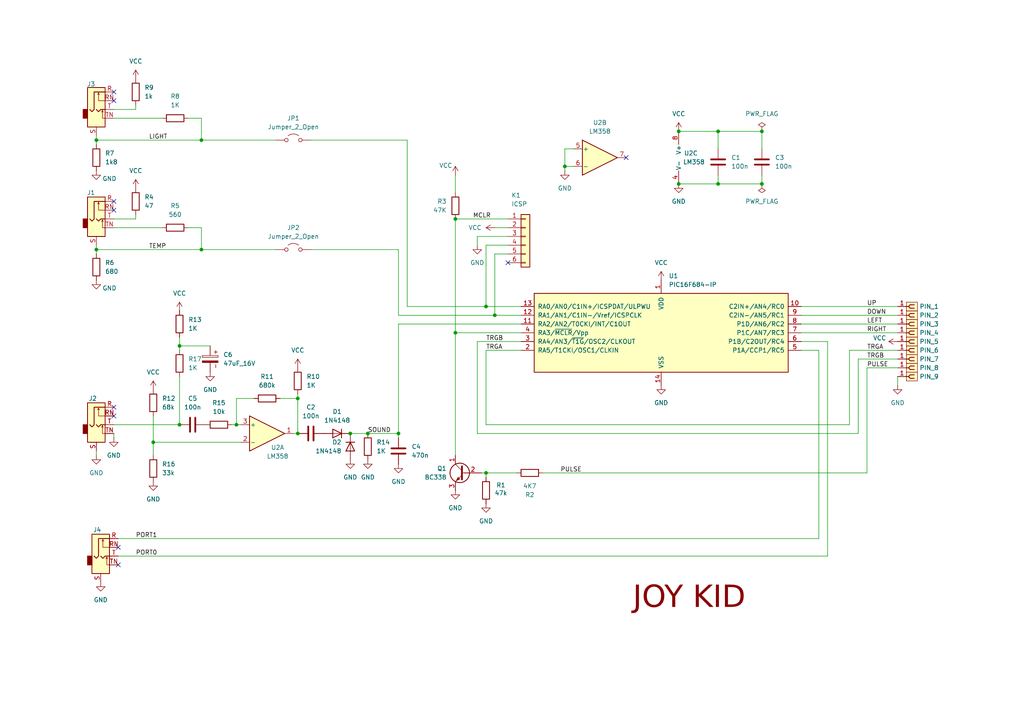
<source format=kicad_sch>
(kicad_sch
	(version 20231120)
	(generator "eeschema")
	(generator_version "8.0")
	(uuid "f0f600b8-1955-4be8-8554-6b3fda9b43f2")
	(paper "A4")
	(lib_symbols
		(symbol "Amplifier_Operational:LM358"
			(pin_names
				(offset 0.127)
			)
			(exclude_from_sim no)
			(in_bom yes)
			(on_board yes)
			(property "Reference" "U"
				(at 0 5.08 0)
				(effects
					(font
						(size 1.27 1.27)
					)
					(justify left)
				)
			)
			(property "Value" "LM358"
				(at 0 -5.08 0)
				(effects
					(font
						(size 1.27 1.27)
					)
					(justify left)
				)
			)
			(property "Footprint" ""
				(at 0 0 0)
				(effects
					(font
						(size 1.27 1.27)
					)
					(hide yes)
				)
			)
			(property "Datasheet" "http://www.ti.com/lit/ds/symlink/lm2904-n.pdf"
				(at 0 0 0)
				(effects
					(font
						(size 1.27 1.27)
					)
					(hide yes)
				)
			)
			(property "Description" "Low-Power, Dual Operational Amplifiers, DIP-8/SOIC-8/TO-99-8"
				(at 0 0 0)
				(effects
					(font
						(size 1.27 1.27)
					)
					(hide yes)
				)
			)
			(property "ki_locked" ""
				(at 0 0 0)
				(effects
					(font
						(size 1.27 1.27)
					)
				)
			)
			(property "ki_keywords" "dual opamp"
				(at 0 0 0)
				(effects
					(font
						(size 1.27 1.27)
					)
					(hide yes)
				)
			)
			(property "ki_fp_filters" "SOIC*3.9x4.9mm*P1.27mm* DIP*W7.62mm* TO*99* OnSemi*Micro8* TSSOP*3x3mm*P0.65mm* TSSOP*4.4x3mm*P0.65mm* MSOP*3x3mm*P0.65mm* SSOP*3.9x4.9mm*P0.635mm* LFCSP*2x2mm*P0.5mm* *SIP* SOIC*5.3x6.2mm*P1.27mm*"
				(at 0 0 0)
				(effects
					(font
						(size 1.27 1.27)
					)
					(hide yes)
				)
			)
			(symbol "LM358_1_1"
				(polyline
					(pts
						(xy -5.08 5.08) (xy 5.08 0) (xy -5.08 -5.08) (xy -5.08 5.08)
					)
					(stroke
						(width 0.254)
						(type default)
					)
					(fill
						(type background)
					)
				)
				(pin output line
					(at 7.62 0 180)
					(length 2.54)
					(name "~"
						(effects
							(font
								(size 1.27 1.27)
							)
						)
					)
					(number "1"
						(effects
							(font
								(size 1.27 1.27)
							)
						)
					)
				)
				(pin input line
					(at -7.62 -2.54 0)
					(length 2.54)
					(name "-"
						(effects
							(font
								(size 1.27 1.27)
							)
						)
					)
					(number "2"
						(effects
							(font
								(size 1.27 1.27)
							)
						)
					)
				)
				(pin input line
					(at -7.62 2.54 0)
					(length 2.54)
					(name "+"
						(effects
							(font
								(size 1.27 1.27)
							)
						)
					)
					(number "3"
						(effects
							(font
								(size 1.27 1.27)
							)
						)
					)
				)
			)
			(symbol "LM358_2_1"
				(polyline
					(pts
						(xy -5.08 5.08) (xy 5.08 0) (xy -5.08 -5.08) (xy -5.08 5.08)
					)
					(stroke
						(width 0.254)
						(type default)
					)
					(fill
						(type background)
					)
				)
				(pin input line
					(at -7.62 2.54 0)
					(length 2.54)
					(name "+"
						(effects
							(font
								(size 1.27 1.27)
							)
						)
					)
					(number "5"
						(effects
							(font
								(size 1.27 1.27)
							)
						)
					)
				)
				(pin input line
					(at -7.62 -2.54 0)
					(length 2.54)
					(name "-"
						(effects
							(font
								(size 1.27 1.27)
							)
						)
					)
					(number "6"
						(effects
							(font
								(size 1.27 1.27)
							)
						)
					)
				)
				(pin output line
					(at 7.62 0 180)
					(length 2.54)
					(name "~"
						(effects
							(font
								(size 1.27 1.27)
							)
						)
					)
					(number "7"
						(effects
							(font
								(size 1.27 1.27)
							)
						)
					)
				)
			)
			(symbol "LM358_3_1"
				(pin power_in line
					(at -2.54 -7.62 90)
					(length 3.81)
					(name "V-"
						(effects
							(font
								(size 1.27 1.27)
							)
						)
					)
					(number "4"
						(effects
							(font
								(size 1.27 1.27)
							)
						)
					)
				)
				(pin power_in line
					(at -2.54 7.62 270)
					(length 3.81)
					(name "V+"
						(effects
							(font
								(size 1.27 1.27)
							)
						)
					)
					(number "8"
						(effects
							(font
								(size 1.27 1.27)
							)
						)
					)
				)
			)
		)
		(symbol "AudioJack2_Ground_Switch_1"
			(exclude_from_sim no)
			(in_bom yes)
			(on_board yes)
			(property "Reference" "J"
				(at 0 11.43 0)
				(effects
					(font
						(size 1.27 1.27)
					)
				)
			)
			(property "Value" "AudioJack2_Ground_Switch"
				(at 0 8.89 0)
				(effects
					(font
						(size 1.27 1.27)
					)
				)
			)
			(property "Footprint" ""
				(at 0 5.08 0)
				(effects
					(font
						(size 1.27 1.27)
					)
					(hide yes)
				)
			)
			(property "Datasheet" "~"
				(at 0 5.08 0)
				(effects
					(font
						(size 1.27 1.27)
					)
					(hide yes)
				)
			)
			(property "Description" "Audio Jack, 2 Poles (Mono / TS), Grounded Sleeve, Switched Pole (Normalling)"
				(at 0 0 0)
				(effects
					(font
						(size 1.27 1.27)
					)
					(hide yes)
				)
			)
			(property "ki_keywords" "audio jack receptacle mono headphones phone TS connector"
				(at 0 0 0)
				(effects
					(font
						(size 1.27 1.27)
					)
					(hide yes)
				)
			)
			(property "ki_fp_filters" "Jack*"
				(at 0 0 0)
				(effects
					(font
						(size 1.27 1.27)
					)
					(hide yes)
				)
			)
			(symbol "AudioJack2_Ground_Switch_1_0_1"
				(rectangle
					(start -2.54 -2.54)
					(end -3.81 0)
					(stroke
						(width 0.254)
						(type default)
					)
					(fill
						(type outline)
					)
				)
				(rectangle
					(start 2.54 6.35)
					(end -2.54 -5.08)
					(stroke
						(width 0.254)
						(type default)
					)
					(fill
						(type background)
					)
				)
			)
			(symbol "AudioJack2_Ground_Switch_1_1_1"
				(polyline
					(pts
						(xy 0.635 4.826) (xy 0.889 4.318)
					)
					(stroke
						(width 0)
						(type default)
					)
					(fill
						(type none)
					)
				)
				(polyline
					(pts
						(xy 1.778 -0.254) (xy 2.032 -0.762)
					)
					(stroke
						(width 0)
						(type default)
					)
					(fill
						(type none)
					)
				)
				(polyline
					(pts
						(xy 0 0) (xy 0.635 -0.635) (xy 1.27 0) (xy 2.54 0)
					)
					(stroke
						(width 0.254)
						(type default)
					)
					(fill
						(type none)
					)
				)
				(polyline
					(pts
						(xy 2.54 -2.54) (xy 1.778 -2.54) (xy 1.778 -0.254) (xy 1.524 -0.762)
					)
					(stroke
						(width 0)
						(type default)
					)
					(fill
						(type none)
					)
				)
				(polyline
					(pts
						(xy 2.54 2.54) (xy 0.635 2.54) (xy 0.635 4.826) (xy 0.381 4.318)
					)
					(stroke
						(width 0)
						(type default)
					)
					(fill
						(type none)
					)
				)
				(polyline
					(pts
						(xy 2.54 5.08) (xy -0.635 5.08) (xy -0.635 0) (xy -1.27 -0.635) (xy -1.905 0)
					)
					(stroke
						(width 0.254)
						(type default)
					)
					(fill
						(type none)
					)
				)
				(pin passive line
					(at 5.08 5.08 180)
					(length 2.54)
					(name "~"
						(effects
							(font
								(size 1.27 1.27)
							)
						)
					)
					(number "R"
						(effects
							(font
								(size 1.27 1.27)
							)
						)
					)
				)
				(pin passive line
					(at 5.08 2.54 180)
					(length 2.54)
					(name "~"
						(effects
							(font
								(size 1.27 1.27)
							)
						)
					)
					(number "RN"
						(effects
							(font
								(size 1.27 1.27)
							)
						)
					)
				)
				(pin passive line
					(at 0 -7.62 90)
					(length 2.54)
					(name "~"
						(effects
							(font
								(size 1.27 1.27)
							)
						)
					)
					(number "S"
						(effects
							(font
								(size 1.27 1.27)
							)
						)
					)
				)
				(pin passive line
					(at 5.08 0 180)
					(length 2.54)
					(name "~"
						(effects
							(font
								(size 1.27 1.27)
							)
						)
					)
					(number "T"
						(effects
							(font
								(size 1.27 1.27)
							)
						)
					)
				)
				(pin passive line
					(at 5.08 -2.54 180)
					(length 2.54)
					(name "~"
						(effects
							(font
								(size 1.27 1.27)
							)
						)
					)
					(number "TN"
						(effects
							(font
								(size 1.27 1.27)
							)
						)
					)
				)
			)
		)
		(symbol "AudioJack2_Ground_Switch_2"
			(exclude_from_sim no)
			(in_bom yes)
			(on_board yes)
			(property "Reference" "J"
				(at 0 11.43 0)
				(effects
					(font
						(size 1.27 1.27)
					)
				)
			)
			(property "Value" "AudioJack2_Ground_Switch"
				(at 0 8.89 0)
				(effects
					(font
						(size 1.27 1.27)
					)
				)
			)
			(property "Footprint" ""
				(at 0 5.08 0)
				(effects
					(font
						(size 1.27 1.27)
					)
					(hide yes)
				)
			)
			(property "Datasheet" "~"
				(at 0 5.08 0)
				(effects
					(font
						(size 1.27 1.27)
					)
					(hide yes)
				)
			)
			(property "Description" "Audio Jack, 2 Poles (Mono / TS), Grounded Sleeve, Switched Pole (Normalling)"
				(at 0 0 0)
				(effects
					(font
						(size 1.27 1.27)
					)
					(hide yes)
				)
			)
			(property "ki_keywords" "audio jack receptacle mono headphones phone TS connector"
				(at 0 0 0)
				(effects
					(font
						(size 1.27 1.27)
					)
					(hide yes)
				)
			)
			(property "ki_fp_filters" "Jack*"
				(at 0 0 0)
				(effects
					(font
						(size 1.27 1.27)
					)
					(hide yes)
				)
			)
			(symbol "AudioJack2_Ground_Switch_2_0_1"
				(rectangle
					(start -2.54 -2.54)
					(end -3.81 0)
					(stroke
						(width 0.254)
						(type default)
					)
					(fill
						(type outline)
					)
				)
				(rectangle
					(start 2.54 6.35)
					(end -2.54 -5.08)
					(stroke
						(width 0.254)
						(type default)
					)
					(fill
						(type background)
					)
				)
			)
			(symbol "AudioJack2_Ground_Switch_2_1_1"
				(polyline
					(pts
						(xy 0.635 4.826) (xy 0.889 4.318)
					)
					(stroke
						(width 0)
						(type default)
					)
					(fill
						(type none)
					)
				)
				(polyline
					(pts
						(xy 1.778 -0.254) (xy 2.032 -0.762)
					)
					(stroke
						(width 0)
						(type default)
					)
					(fill
						(type none)
					)
				)
				(polyline
					(pts
						(xy 0 0) (xy 0.635 -0.635) (xy 1.27 0) (xy 2.54 0)
					)
					(stroke
						(width 0.254)
						(type default)
					)
					(fill
						(type none)
					)
				)
				(polyline
					(pts
						(xy 2.54 -2.54) (xy 1.778 -2.54) (xy 1.778 -0.254) (xy 1.524 -0.762)
					)
					(stroke
						(width 0)
						(type default)
					)
					(fill
						(type none)
					)
				)
				(polyline
					(pts
						(xy 2.54 2.54) (xy 0.635 2.54) (xy 0.635 4.826) (xy 0.381 4.318)
					)
					(stroke
						(width 0)
						(type default)
					)
					(fill
						(type none)
					)
				)
				(polyline
					(pts
						(xy 2.54 5.08) (xy -0.635 5.08) (xy -0.635 0) (xy -1.27 -0.635) (xy -1.905 0)
					)
					(stroke
						(width 0.254)
						(type default)
					)
					(fill
						(type none)
					)
				)
				(pin passive line
					(at 5.08 5.08 180)
					(length 2.54)
					(name "~"
						(effects
							(font
								(size 1.27 1.27)
							)
						)
					)
					(number "R"
						(effects
							(font
								(size 1.27 1.27)
							)
						)
					)
				)
				(pin passive line
					(at 5.08 2.54 180)
					(length 2.54)
					(name "~"
						(effects
							(font
								(size 1.27 1.27)
							)
						)
					)
					(number "RN"
						(effects
							(font
								(size 1.27 1.27)
							)
						)
					)
				)
				(pin passive line
					(at 0 -7.62 90)
					(length 2.54)
					(name "~"
						(effects
							(font
								(size 1.27 1.27)
							)
						)
					)
					(number "S"
						(effects
							(font
								(size 1.27 1.27)
							)
						)
					)
				)
				(pin passive line
					(at 5.08 0 180)
					(length 2.54)
					(name "~"
						(effects
							(font
								(size 1.27 1.27)
							)
						)
					)
					(number "T"
						(effects
							(font
								(size 1.27 1.27)
							)
						)
					)
				)
				(pin passive line
					(at 5.08 -2.54 180)
					(length 2.54)
					(name "~"
						(effects
							(font
								(size 1.27 1.27)
							)
						)
					)
					(number "TN"
						(effects
							(font
								(size 1.27 1.27)
							)
						)
					)
				)
			)
		)
		(symbol "AudioJack2_Ground_Switch_3"
			(exclude_from_sim no)
			(in_bom yes)
			(on_board yes)
			(property "Reference" "J"
				(at 0 11.43 0)
				(effects
					(font
						(size 1.27 1.27)
					)
				)
			)
			(property "Value" "AudioJack2_Ground_Switch"
				(at 0 8.89 0)
				(effects
					(font
						(size 1.27 1.27)
					)
				)
			)
			(property "Footprint" ""
				(at 0 5.08 0)
				(effects
					(font
						(size 1.27 1.27)
					)
					(hide yes)
				)
			)
			(property "Datasheet" "~"
				(at 0 5.08 0)
				(effects
					(font
						(size 1.27 1.27)
					)
					(hide yes)
				)
			)
			(property "Description" "Audio Jack, 2 Poles (Mono / TS), Grounded Sleeve, Switched Pole (Normalling)"
				(at 0 0 0)
				(effects
					(font
						(size 1.27 1.27)
					)
					(hide yes)
				)
			)
			(property "ki_keywords" "audio jack receptacle mono headphones phone TS connector"
				(at 0 0 0)
				(effects
					(font
						(size 1.27 1.27)
					)
					(hide yes)
				)
			)
			(property "ki_fp_filters" "Jack*"
				(at 0 0 0)
				(effects
					(font
						(size 1.27 1.27)
					)
					(hide yes)
				)
			)
			(symbol "AudioJack2_Ground_Switch_3_0_1"
				(rectangle
					(start -2.54 -2.54)
					(end -3.81 0)
					(stroke
						(width 0.254)
						(type default)
					)
					(fill
						(type outline)
					)
				)
				(rectangle
					(start 2.54 6.35)
					(end -2.54 -5.08)
					(stroke
						(width 0.254)
						(type default)
					)
					(fill
						(type background)
					)
				)
			)
			(symbol "AudioJack2_Ground_Switch_3_1_1"
				(polyline
					(pts
						(xy 0.635 4.826) (xy 0.889 4.318)
					)
					(stroke
						(width 0)
						(type default)
					)
					(fill
						(type none)
					)
				)
				(polyline
					(pts
						(xy 1.778 -0.254) (xy 2.032 -0.762)
					)
					(stroke
						(width 0)
						(type default)
					)
					(fill
						(type none)
					)
				)
				(polyline
					(pts
						(xy 0 0) (xy 0.635 -0.635) (xy 1.27 0) (xy 2.54 0)
					)
					(stroke
						(width 0.254)
						(type default)
					)
					(fill
						(type none)
					)
				)
				(polyline
					(pts
						(xy 2.54 -2.54) (xy 1.778 -2.54) (xy 1.778 -0.254) (xy 1.524 -0.762)
					)
					(stroke
						(width 0)
						(type default)
					)
					(fill
						(type none)
					)
				)
				(polyline
					(pts
						(xy 2.54 2.54) (xy 0.635 2.54) (xy 0.635 4.826) (xy 0.381 4.318)
					)
					(stroke
						(width 0)
						(type default)
					)
					(fill
						(type none)
					)
				)
				(polyline
					(pts
						(xy 2.54 5.08) (xy -0.635 5.08) (xy -0.635 0) (xy -1.27 -0.635) (xy -1.905 0)
					)
					(stroke
						(width 0.254)
						(type default)
					)
					(fill
						(type none)
					)
				)
				(pin passive line
					(at 5.08 5.08 180)
					(length 2.54)
					(name "~"
						(effects
							(font
								(size 1.27 1.27)
							)
						)
					)
					(number "R"
						(effects
							(font
								(size 1.27 1.27)
							)
						)
					)
				)
				(pin passive line
					(at 5.08 2.54 180)
					(length 2.54)
					(name "~"
						(effects
							(font
								(size 1.27 1.27)
							)
						)
					)
					(number "RN"
						(effects
							(font
								(size 1.27 1.27)
							)
						)
					)
				)
				(pin passive line
					(at 0 -7.62 90)
					(length 2.54)
					(name "~"
						(effects
							(font
								(size 1.27 1.27)
							)
						)
					)
					(number "S"
						(effects
							(font
								(size 1.27 1.27)
							)
						)
					)
				)
				(pin passive line
					(at 5.08 0 180)
					(length 2.54)
					(name "~"
						(effects
							(font
								(size 1.27 1.27)
							)
						)
					)
					(number "T"
						(effects
							(font
								(size 1.27 1.27)
							)
						)
					)
				)
				(pin passive line
					(at 5.08 -2.54 180)
					(length 2.54)
					(name "~"
						(effects
							(font
								(size 1.27 1.27)
							)
						)
					)
					(number "TN"
						(effects
							(font
								(size 1.27 1.27)
							)
						)
					)
				)
			)
		)
		(symbol "Connector_Audio:AudioJack2_Ground_Switch"
			(exclude_from_sim no)
			(in_bom yes)
			(on_board yes)
			(property "Reference" "J"
				(at 0 11.43 0)
				(effects
					(font
						(size 1.27 1.27)
					)
				)
			)
			(property "Value" "AudioJack2_Ground_Switch"
				(at 0 8.89 0)
				(effects
					(font
						(size 1.27 1.27)
					)
				)
			)
			(property "Footprint" ""
				(at 0 5.08 0)
				(effects
					(font
						(size 1.27 1.27)
					)
					(hide yes)
				)
			)
			(property "Datasheet" "~"
				(at 0 5.08 0)
				(effects
					(font
						(size 1.27 1.27)
					)
					(hide yes)
				)
			)
			(property "Description" "Audio Jack, 2 Poles (Mono / TS), Grounded Sleeve, Switched Pole (Normalling)"
				(at 0 0 0)
				(effects
					(font
						(size 1.27 1.27)
					)
					(hide yes)
				)
			)
			(property "ki_keywords" "audio jack receptacle mono headphones phone TS connector"
				(at 0 0 0)
				(effects
					(font
						(size 1.27 1.27)
					)
					(hide yes)
				)
			)
			(property "ki_fp_filters" "Jack*"
				(at 0 0 0)
				(effects
					(font
						(size 1.27 1.27)
					)
					(hide yes)
				)
			)
			(symbol "AudioJack2_Ground_Switch_0_1"
				(rectangle
					(start -2.54 -2.54)
					(end -3.81 0)
					(stroke
						(width 0.254)
						(type default)
					)
					(fill
						(type outline)
					)
				)
				(rectangle
					(start 2.54 6.35)
					(end -2.54 -5.08)
					(stroke
						(width 0.254)
						(type default)
					)
					(fill
						(type background)
					)
				)
			)
			(symbol "AudioJack2_Ground_Switch_1_1"
				(polyline
					(pts
						(xy 0.635 4.826) (xy 0.889 4.318)
					)
					(stroke
						(width 0)
						(type default)
					)
					(fill
						(type none)
					)
				)
				(polyline
					(pts
						(xy 1.778 -0.254) (xy 2.032 -0.762)
					)
					(stroke
						(width 0)
						(type default)
					)
					(fill
						(type none)
					)
				)
				(polyline
					(pts
						(xy 0 0) (xy 0.635 -0.635) (xy 1.27 0) (xy 2.54 0)
					)
					(stroke
						(width 0.254)
						(type default)
					)
					(fill
						(type none)
					)
				)
				(polyline
					(pts
						(xy 2.54 -2.54) (xy 1.778 -2.54) (xy 1.778 -0.254) (xy 1.524 -0.762)
					)
					(stroke
						(width 0)
						(type default)
					)
					(fill
						(type none)
					)
				)
				(polyline
					(pts
						(xy 2.54 2.54) (xy 0.635 2.54) (xy 0.635 4.826) (xy 0.381 4.318)
					)
					(stroke
						(width 0)
						(type default)
					)
					(fill
						(type none)
					)
				)
				(polyline
					(pts
						(xy 2.54 5.08) (xy -0.635 5.08) (xy -0.635 0) (xy -1.27 -0.635) (xy -1.905 0)
					)
					(stroke
						(width 0.254)
						(type default)
					)
					(fill
						(type none)
					)
				)
				(pin passive line
					(at 5.08 5.08 180)
					(length 2.54)
					(name "~"
						(effects
							(font
								(size 1.27 1.27)
							)
						)
					)
					(number "R"
						(effects
							(font
								(size 1.27 1.27)
							)
						)
					)
				)
				(pin passive line
					(at 5.08 2.54 180)
					(length 2.54)
					(name "~"
						(effects
							(font
								(size 1.27 1.27)
							)
						)
					)
					(number "RN"
						(effects
							(font
								(size 1.27 1.27)
							)
						)
					)
				)
				(pin passive line
					(at 0 -7.62 90)
					(length 2.54)
					(name "~"
						(effects
							(font
								(size 1.27 1.27)
							)
						)
					)
					(number "S"
						(effects
							(font
								(size 1.27 1.27)
							)
						)
					)
				)
				(pin passive line
					(at 5.08 0 180)
					(length 2.54)
					(name "~"
						(effects
							(font
								(size 1.27 1.27)
							)
						)
					)
					(number "T"
						(effects
							(font
								(size 1.27 1.27)
							)
						)
					)
				)
				(pin passive line
					(at 5.08 -2.54 180)
					(length 2.54)
					(name "~"
						(effects
							(font
								(size 1.27 1.27)
							)
						)
					)
					(number "TN"
						(effects
							(font
								(size 1.27 1.27)
							)
						)
					)
				)
			)
		)
		(symbol "Connector_Generic:Conn_01x06"
			(pin_names
				(offset 1.016) hide)
			(exclude_from_sim no)
			(in_bom yes)
			(on_board yes)
			(property "Reference" "J"
				(at 0 7.62 0)
				(effects
					(font
						(size 1.27 1.27)
					)
				)
			)
			(property "Value" "Conn_01x06"
				(at 0 -10.16 0)
				(effects
					(font
						(size 1.27 1.27)
					)
				)
			)
			(property "Footprint" ""
				(at 0 0 0)
				(effects
					(font
						(size 1.27 1.27)
					)
					(hide yes)
				)
			)
			(property "Datasheet" "~"
				(at 0 0 0)
				(effects
					(font
						(size 1.27 1.27)
					)
					(hide yes)
				)
			)
			(property "Description" "Generic connector, single row, 01x06, script generated (kicad-library-utils/schlib/autogen/connector/)"
				(at 0 0 0)
				(effects
					(font
						(size 1.27 1.27)
					)
					(hide yes)
				)
			)
			(property "ki_keywords" "connector"
				(at 0 0 0)
				(effects
					(font
						(size 1.27 1.27)
					)
					(hide yes)
				)
			)
			(property "ki_fp_filters" "Connector*:*_1x??_*"
				(at 0 0 0)
				(effects
					(font
						(size 1.27 1.27)
					)
					(hide yes)
				)
			)
			(symbol "Conn_01x06_1_1"
				(rectangle
					(start -1.27 -7.493)
					(end 0 -7.747)
					(stroke
						(width 0.1524)
						(type default)
					)
					(fill
						(type none)
					)
				)
				(rectangle
					(start -1.27 -4.953)
					(end 0 -5.207)
					(stroke
						(width 0.1524)
						(type default)
					)
					(fill
						(type none)
					)
				)
				(rectangle
					(start -1.27 -2.413)
					(end 0 -2.667)
					(stroke
						(width 0.1524)
						(type default)
					)
					(fill
						(type none)
					)
				)
				(rectangle
					(start -1.27 0.127)
					(end 0 -0.127)
					(stroke
						(width 0.1524)
						(type default)
					)
					(fill
						(type none)
					)
				)
				(rectangle
					(start -1.27 2.667)
					(end 0 2.413)
					(stroke
						(width 0.1524)
						(type default)
					)
					(fill
						(type none)
					)
				)
				(rectangle
					(start -1.27 5.207)
					(end 0 4.953)
					(stroke
						(width 0.1524)
						(type default)
					)
					(fill
						(type none)
					)
				)
				(rectangle
					(start -1.27 6.35)
					(end 1.27 -8.89)
					(stroke
						(width 0.254)
						(type default)
					)
					(fill
						(type background)
					)
				)
				(pin passive line
					(at -5.08 5.08 0)
					(length 3.81)
					(name "Pin_1"
						(effects
							(font
								(size 1.27 1.27)
							)
						)
					)
					(number "1"
						(effects
							(font
								(size 1.27 1.27)
							)
						)
					)
				)
				(pin passive line
					(at -5.08 2.54 0)
					(length 3.81)
					(name "Pin_2"
						(effects
							(font
								(size 1.27 1.27)
							)
						)
					)
					(number "2"
						(effects
							(font
								(size 1.27 1.27)
							)
						)
					)
				)
				(pin passive line
					(at -5.08 0 0)
					(length 3.81)
					(name "Pin_3"
						(effects
							(font
								(size 1.27 1.27)
							)
						)
					)
					(number "3"
						(effects
							(font
								(size 1.27 1.27)
							)
						)
					)
				)
				(pin passive line
					(at -5.08 -2.54 0)
					(length 3.81)
					(name "Pin_4"
						(effects
							(font
								(size 1.27 1.27)
							)
						)
					)
					(number "4"
						(effects
							(font
								(size 1.27 1.27)
							)
						)
					)
				)
				(pin passive line
					(at -5.08 -5.08 0)
					(length 3.81)
					(name "Pin_5"
						(effects
							(font
								(size 1.27 1.27)
							)
						)
					)
					(number "5"
						(effects
							(font
								(size 1.27 1.27)
							)
						)
					)
				)
				(pin passive line
					(at -5.08 -7.62 0)
					(length 3.81)
					(name "Pin_6"
						(effects
							(font
								(size 1.27 1.27)
							)
						)
					)
					(number "6"
						(effects
							(font
								(size 1.27 1.27)
							)
						)
					)
				)
			)
		)
		(symbol "Device:C"
			(pin_numbers hide)
			(pin_names
				(offset 0.254)
			)
			(exclude_from_sim no)
			(in_bom yes)
			(on_board yes)
			(property "Reference" "C"
				(at 0.635 2.54 0)
				(effects
					(font
						(size 1.27 1.27)
					)
					(justify left)
				)
			)
			(property "Value" "C"
				(at 0.635 -2.54 0)
				(effects
					(font
						(size 1.27 1.27)
					)
					(justify left)
				)
			)
			(property "Footprint" ""
				(at 0.9652 -3.81 0)
				(effects
					(font
						(size 1.27 1.27)
					)
					(hide yes)
				)
			)
			(property "Datasheet" "~"
				(at 0 0 0)
				(effects
					(font
						(size 1.27 1.27)
					)
					(hide yes)
				)
			)
			(property "Description" "Unpolarized capacitor"
				(at 0 0 0)
				(effects
					(font
						(size 1.27 1.27)
					)
					(hide yes)
				)
			)
			(property "ki_keywords" "cap capacitor"
				(at 0 0 0)
				(effects
					(font
						(size 1.27 1.27)
					)
					(hide yes)
				)
			)
			(property "ki_fp_filters" "C_*"
				(at 0 0 0)
				(effects
					(font
						(size 1.27 1.27)
					)
					(hide yes)
				)
			)
			(symbol "C_0_1"
				(polyline
					(pts
						(xy -2.032 -0.762) (xy 2.032 -0.762)
					)
					(stroke
						(width 0.508)
						(type default)
					)
					(fill
						(type none)
					)
				)
				(polyline
					(pts
						(xy -2.032 0.762) (xy 2.032 0.762)
					)
					(stroke
						(width 0.508)
						(type default)
					)
					(fill
						(type none)
					)
				)
			)
			(symbol "C_1_1"
				(pin passive line
					(at 0 3.81 270)
					(length 2.794)
					(name "~"
						(effects
							(font
								(size 1.27 1.27)
							)
						)
					)
					(number "1"
						(effects
							(font
								(size 1.27 1.27)
							)
						)
					)
				)
				(pin passive line
					(at 0 -3.81 90)
					(length 2.794)
					(name "~"
						(effects
							(font
								(size 1.27 1.27)
							)
						)
					)
					(number "2"
						(effects
							(font
								(size 1.27 1.27)
							)
						)
					)
				)
			)
		)
		(symbol "Device:R"
			(pin_numbers hide)
			(pin_names
				(offset 0)
			)
			(exclude_from_sim no)
			(in_bom yes)
			(on_board yes)
			(property "Reference" "R"
				(at 2.032 0 90)
				(effects
					(font
						(size 1.27 1.27)
					)
				)
			)
			(property "Value" "R"
				(at 0 0 90)
				(effects
					(font
						(size 1.27 1.27)
					)
				)
			)
			(property "Footprint" ""
				(at -1.778 0 90)
				(effects
					(font
						(size 1.27 1.27)
					)
					(hide yes)
				)
			)
			(property "Datasheet" "~"
				(at 0 0 0)
				(effects
					(font
						(size 1.27 1.27)
					)
					(hide yes)
				)
			)
			(property "Description" "Resistor"
				(at 0 0 0)
				(effects
					(font
						(size 1.27 1.27)
					)
					(hide yes)
				)
			)
			(property "ki_keywords" "R res resistor"
				(at 0 0 0)
				(effects
					(font
						(size 1.27 1.27)
					)
					(hide yes)
				)
			)
			(property "ki_fp_filters" "R_*"
				(at 0 0 0)
				(effects
					(font
						(size 1.27 1.27)
					)
					(hide yes)
				)
			)
			(symbol "R_0_1"
				(rectangle
					(start -1.016 -2.54)
					(end 1.016 2.54)
					(stroke
						(width 0.254)
						(type default)
					)
					(fill
						(type none)
					)
				)
			)
			(symbol "R_1_1"
				(pin passive line
					(at 0 3.81 270)
					(length 1.27)
					(name "~"
						(effects
							(font
								(size 1.27 1.27)
							)
						)
					)
					(number "1"
						(effects
							(font
								(size 1.27 1.27)
							)
						)
					)
				)
				(pin passive line
					(at 0 -3.81 90)
					(length 1.27)
					(name "~"
						(effects
							(font
								(size 1.27 1.27)
							)
						)
					)
					(number "2"
						(effects
							(font
								(size 1.27 1.27)
							)
						)
					)
				)
			)
		)
		(symbol "Diode:1N4148"
			(pin_numbers hide)
			(pin_names hide)
			(exclude_from_sim no)
			(in_bom yes)
			(on_board yes)
			(property "Reference" "D"
				(at 0 2.54 0)
				(effects
					(font
						(size 1.27 1.27)
					)
				)
			)
			(property "Value" "1N4148"
				(at 0 -2.54 0)
				(effects
					(font
						(size 1.27 1.27)
					)
				)
			)
			(property "Footprint" "Diode_THT:D_DO-35_SOD27_P7.62mm_Horizontal"
				(at 0 0 0)
				(effects
					(font
						(size 1.27 1.27)
					)
					(hide yes)
				)
			)
			(property "Datasheet" "https://assets.nexperia.com/documents/data-sheet/1N4148_1N4448.pdf"
				(at 0 0 0)
				(effects
					(font
						(size 1.27 1.27)
					)
					(hide yes)
				)
			)
			(property "Description" "100V 0.15A standard switching diode, DO-35"
				(at 0 0 0)
				(effects
					(font
						(size 1.27 1.27)
					)
					(hide yes)
				)
			)
			(property "Sim.Device" "D"
				(at 0 0 0)
				(effects
					(font
						(size 1.27 1.27)
					)
					(hide yes)
				)
			)
			(property "Sim.Pins" "1=K 2=A"
				(at 0 0 0)
				(effects
					(font
						(size 1.27 1.27)
					)
					(hide yes)
				)
			)
			(property "ki_keywords" "diode"
				(at 0 0 0)
				(effects
					(font
						(size 1.27 1.27)
					)
					(hide yes)
				)
			)
			(property "ki_fp_filters" "D*DO?35*"
				(at 0 0 0)
				(effects
					(font
						(size 1.27 1.27)
					)
					(hide yes)
				)
			)
			(symbol "1N4148_0_1"
				(polyline
					(pts
						(xy -1.27 1.27) (xy -1.27 -1.27)
					)
					(stroke
						(width 0.254)
						(type default)
					)
					(fill
						(type none)
					)
				)
				(polyline
					(pts
						(xy 1.27 0) (xy -1.27 0)
					)
					(stroke
						(width 0)
						(type default)
					)
					(fill
						(type none)
					)
				)
				(polyline
					(pts
						(xy 1.27 1.27) (xy 1.27 -1.27) (xy -1.27 0) (xy 1.27 1.27)
					)
					(stroke
						(width 0.254)
						(type default)
					)
					(fill
						(type none)
					)
				)
			)
			(symbol "1N4148_1_1"
				(pin passive line
					(at -3.81 0 0)
					(length 2.54)
					(name "K"
						(effects
							(font
								(size 1.27 1.27)
							)
						)
					)
					(number "1"
						(effects
							(font
								(size 1.27 1.27)
							)
						)
					)
				)
				(pin passive line
					(at 3.81 0 180)
					(length 2.54)
					(name "A"
						(effects
							(font
								(size 1.27 1.27)
							)
						)
					)
					(number "2"
						(effects
							(font
								(size 1.27 1.27)
							)
						)
					)
				)
			)
		)
		(symbol "Jumper:Jumper_2_Open"
			(pin_numbers hide)
			(pin_names
				(offset 0) hide)
			(exclude_from_sim yes)
			(in_bom yes)
			(on_board yes)
			(property "Reference" "JP"
				(at 0 2.794 0)
				(effects
					(font
						(size 1.27 1.27)
					)
				)
			)
			(property "Value" "Jumper_2_Open"
				(at 0 -2.286 0)
				(effects
					(font
						(size 1.27 1.27)
					)
				)
			)
			(property "Footprint" ""
				(at 0 0 0)
				(effects
					(font
						(size 1.27 1.27)
					)
					(hide yes)
				)
			)
			(property "Datasheet" "~"
				(at 0 0 0)
				(effects
					(font
						(size 1.27 1.27)
					)
					(hide yes)
				)
			)
			(property "Description" "Jumper, 2-pole, open"
				(at 0 0 0)
				(effects
					(font
						(size 1.27 1.27)
					)
					(hide yes)
				)
			)
			(property "ki_keywords" "Jumper SPST"
				(at 0 0 0)
				(effects
					(font
						(size 1.27 1.27)
					)
					(hide yes)
				)
			)
			(property "ki_fp_filters" "Jumper* TestPoint*2Pads* TestPoint*Bridge*"
				(at 0 0 0)
				(effects
					(font
						(size 1.27 1.27)
					)
					(hide yes)
				)
			)
			(symbol "Jumper_2_Open_0_0"
				(circle
					(center -2.032 0)
					(radius 0.508)
					(stroke
						(width 0)
						(type default)
					)
					(fill
						(type none)
					)
				)
				(circle
					(center 2.032 0)
					(radius 0.508)
					(stroke
						(width 0)
						(type default)
					)
					(fill
						(type none)
					)
				)
			)
			(symbol "Jumper_2_Open_0_1"
				(arc
					(start 1.524 1.27)
					(mid 0 1.778)
					(end -1.524 1.27)
					(stroke
						(width 0)
						(type default)
					)
					(fill
						(type none)
					)
				)
			)
			(symbol "Jumper_2_Open_1_1"
				(pin passive line
					(at -5.08 0 0)
					(length 2.54)
					(name "A"
						(effects
							(font
								(size 1.27 1.27)
							)
						)
					)
					(number "1"
						(effects
							(font
								(size 1.27 1.27)
							)
						)
					)
				)
				(pin passive line
					(at 5.08 0 180)
					(length 2.54)
					(name "B"
						(effects
							(font
								(size 1.27 1.27)
							)
						)
					)
					(number "2"
						(effects
							(font
								(size 1.27 1.27)
							)
						)
					)
				)
			)
		)
		(symbol "MCU_Microchip_PIC16:PIC16F684-IP"
			(pin_names
				(offset 1.016)
			)
			(exclude_from_sim no)
			(in_bom yes)
			(on_board yes)
			(property "Reference" "U"
				(at -35.56 15.24 0)
				(effects
					(font
						(size 1.27 1.27)
					)
					(justify left)
				)
			)
			(property "Value" "PIC16F684-IP"
				(at -35.56 12.7 0)
				(effects
					(font
						(size 1.27 1.27)
					)
					(justify left)
				)
			)
			(property "Footprint" ""
				(at 0 0 0)
				(effects
					(font
						(size 1.27 1.27)
					)
					(hide yes)
				)
			)
			(property "Datasheet" "http://ww1.microchip.com/downloads/en/DeviceDoc/41202F-print.pdf"
				(at 0 0 0)
				(effects
					(font
						(size 1.27 1.27)
					)
					(hide yes)
				)
			)
			(property "Description" "2048W FLASH, 128B SRAM, 256B EEPROM, PDIP-14"
				(at 0 0 0)
				(effects
					(font
						(size 1.27 1.27)
					)
					(hide yes)
				)
			)
			(property "ki_keywords" "FLASH-Based 8-Bit CMOS Microcontroller Low Power"
				(at 0 0 0)
				(effects
					(font
						(size 1.27 1.27)
					)
					(hide yes)
				)
			)
			(property "ki_fp_filters" "DIP* PDIP* SO*"
				(at 0 0 0)
				(effects
					(font
						(size 1.27 1.27)
					)
					(hide yes)
				)
			)
			(symbol "PIC16F684-IP_0_1"
				(rectangle
					(start -36.83 11.43)
					(end 36.83 -11.43)
					(stroke
						(width 0.254)
						(type default)
					)
					(fill
						(type background)
					)
				)
			)
			(symbol "PIC16F684-IP_1_1"
				(pin power_in line
					(at 0 15.24 270)
					(length 3.81)
					(name "VDD"
						(effects
							(font
								(size 1.27 1.27)
							)
						)
					)
					(number "1"
						(effects
							(font
								(size 1.27 1.27)
							)
						)
					)
				)
				(pin bidirectional line
					(at 40.64 7.62 180)
					(length 3.81)
					(name "C2IN+/AN4/RC0"
						(effects
							(font
								(size 1.27 1.27)
							)
						)
					)
					(number "10"
						(effects
							(font
								(size 1.27 1.27)
							)
						)
					)
				)
				(pin bidirectional line
					(at -40.64 2.54 0)
					(length 3.81)
					(name "RA2/AN2/T0CKI/INT/C1OUT"
						(effects
							(font
								(size 1.27 1.27)
							)
						)
					)
					(number "11"
						(effects
							(font
								(size 1.27 1.27)
							)
						)
					)
				)
				(pin bidirectional line
					(at -40.64 5.08 0)
					(length 3.81)
					(name "RA1/AN1/C1IN-/Vref/ICSPCLK"
						(effects
							(font
								(size 1.27 1.27)
							)
						)
					)
					(number "12"
						(effects
							(font
								(size 1.27 1.27)
							)
						)
					)
				)
				(pin bidirectional line
					(at -40.64 7.62 0)
					(length 3.81)
					(name "RA0/AN0/C1IN+/ICSPDAT/ULPWU"
						(effects
							(font
								(size 1.27 1.27)
							)
						)
					)
					(number "13"
						(effects
							(font
								(size 1.27 1.27)
							)
						)
					)
				)
				(pin power_in line
					(at 0 -15.24 90)
					(length 3.81)
					(name "VSS"
						(effects
							(font
								(size 1.27 1.27)
							)
						)
					)
					(number "14"
						(effects
							(font
								(size 1.27 1.27)
							)
						)
					)
				)
				(pin bidirectional line
					(at -40.64 -5.08 0)
					(length 3.81)
					(name "RA5/T1CKI/OSC1/CLKIN"
						(effects
							(font
								(size 1.27 1.27)
							)
						)
					)
					(number "2"
						(effects
							(font
								(size 1.27 1.27)
							)
						)
					)
				)
				(pin bidirectional line
					(at -40.64 -2.54 0)
					(length 3.81)
					(name "RA4/AN3/~{T1G}/OSC2/CLKOUT"
						(effects
							(font
								(size 1.27 1.27)
							)
						)
					)
					(number "3"
						(effects
							(font
								(size 1.27 1.27)
							)
						)
					)
				)
				(pin input line
					(at -40.64 0 0)
					(length 3.81)
					(name "RA3/~{MCLR}/Vpp"
						(effects
							(font
								(size 1.27 1.27)
							)
						)
					)
					(number "4"
						(effects
							(font
								(size 1.27 1.27)
							)
						)
					)
				)
				(pin bidirectional line
					(at 40.64 -5.08 180)
					(length 3.81)
					(name "P1A/CCP1/RC5"
						(effects
							(font
								(size 1.27 1.27)
							)
						)
					)
					(number "5"
						(effects
							(font
								(size 1.27 1.27)
							)
						)
					)
				)
				(pin bidirectional line
					(at 40.64 -2.54 180)
					(length 3.81)
					(name "P1B/C2OUT/RC4"
						(effects
							(font
								(size 1.27 1.27)
							)
						)
					)
					(number "6"
						(effects
							(font
								(size 1.27 1.27)
							)
						)
					)
				)
				(pin bidirectional line
					(at 40.64 0 180)
					(length 3.81)
					(name "P1C/AN7/RC3"
						(effects
							(font
								(size 1.27 1.27)
							)
						)
					)
					(number "7"
						(effects
							(font
								(size 1.27 1.27)
							)
						)
					)
				)
				(pin bidirectional line
					(at 40.64 2.54 180)
					(length 3.81)
					(name "P1D/AN6/RC2"
						(effects
							(font
								(size 1.27 1.27)
							)
						)
					)
					(number "8"
						(effects
							(font
								(size 1.27 1.27)
							)
						)
					)
				)
				(pin bidirectional line
					(at 40.64 5.08 180)
					(length 3.81)
					(name "C2IN-/AN5/RC1"
						(effects
							(font
								(size 1.27 1.27)
							)
						)
					)
					(number "9"
						(effects
							(font
								(size 1.27 1.27)
							)
						)
					)
				)
			)
		)
		(symbol "PCM_SL_Capacitors:47uF_16V"
			(exclude_from_sim no)
			(in_bom yes)
			(on_board yes)
			(property "Reference" "C"
				(at 0 7.62 0)
				(effects
					(font
						(size 1.27 1.27)
					)
				)
			)
			(property "Value" "47uF_16V"
				(at 0 5.08 0)
				(effects
					(font
						(size 1.27 1.27)
					)
				)
			)
			(property "Footprint" "Capacitor_THT:CP_Radial_D5.0mm_P2.00mm"
				(at 0.762 -3.81 0)
				(effects
					(font
						(size 1.27 1.27)
					)
					(hide yes)
				)
			)
			(property "Datasheet" ""
				(at 0.508 0 0)
				(effects
					(font
						(size 1.27 1.27)
					)
					(hide yes)
				)
			)
			(property "Description" "47uF, 16V Electrolytic Capacitor"
				(at 0 0 0)
				(effects
					(font
						(size 1.27 1.27)
					)
					(hide yes)
				)
			)
			(property "ki_keywords" "Electrolytic Capacitor"
				(at 0 0 0)
				(effects
					(font
						(size 1.27 1.27)
					)
					(hide yes)
				)
			)
			(property "ki_fp_filters" "Capacitor_THT:CP_Radial_D5.0mm_* Capacitor_THT:CP_Radial_D4.0mm_* Capacitor_THT:CP_Radial_D6.3mm_* Capacitor_THT:CP_Radial_D7.5mm_* Capacitor_THT:CP_Radial_D8.0mm_* Capacitor_THT:CP_Radial_D10.0mm_* Capacitor_THT:CP_Radial_D14.0mm_* Capacitor_THT:CP_Radial_D16.0mm_* Capacitor_THT:CP_Radial_D18.0mm_*"
				(at 0 0 0)
				(effects
					(font
						(size 1.27 1.27)
					)
					(hide yes)
				)
			)
			(symbol "47uF_16V_0_0"
				(text "+"
					(at -2.032 1.524 0)
					(effects
						(font
							(size 1.27 1.27)
						)
					)
				)
				(text "-"
					(at 2.032 1.524 0)
					(effects
						(font
							(size 1.27 1.27)
						)
					)
				)
			)
			(symbol "47uF_16V_0_1"
				(rectangle
					(start -1.016 -2.286)
					(end -0.508 2.286)
					(stroke
						(width 0)
						(type default)
					)
					(fill
						(type none)
					)
				)
				(rectangle
					(start 0.508 -2.286)
					(end 1.016 2.286)
					(stroke
						(width 0)
						(type default)
					)
					(fill
						(type outline)
					)
				)
			)
			(symbol "47uF_16V_1_1"
				(pin passive line
					(at -3.81 0 0)
					(length 2.7)
					(name "~"
						(effects
							(font
								(size 0 0)
							)
						)
					)
					(number "1"
						(effects
							(font
								(size 0 0)
							)
						)
					)
				)
				(pin input line
					(at 3.81 0 180)
					(length 2.7)
					(name "~"
						(effects
							(font
								(size 0 0)
							)
						)
					)
					(number "2"
						(effects
							(font
								(size 0 0)
							)
						)
					)
				)
			)
		)
		(symbol "PCM_SL_Pin_Headers:PINHD_1x1_Female"
			(exclude_from_sim no)
			(in_bom yes)
			(on_board yes)
			(property "Reference" "J"
				(at 0 6.35 0)
				(effects
					(font
						(size 1.27 1.27)
					)
				)
			)
			(property "Value" "PINHD_1x1_Female"
				(at 0 3.81 0)
				(effects
					(font
						(size 1.27 1.27)
					)
				)
			)
			(property "Footprint" "Connector_PinSocket_2.54mm:PinSocket_1x01_P2.54mm_Vertical"
				(at 2.54 8.89 0)
				(effects
					(font
						(size 1.27 1.27)
					)
					(hide yes)
				)
			)
			(property "Datasheet" ""
				(at 0 6.35 0)
				(effects
					(font
						(size 1.27 1.27)
					)
					(hide yes)
				)
			)
			(property "Description" "Pin Header female with pin space 2.54mm. Pin Count -1"
				(at 0 0 0)
				(effects
					(font
						(size 1.27 1.27)
					)
					(hide yes)
				)
			)
			(property "ki_keywords" "Pin Header"
				(at 0 0 0)
				(effects
					(font
						(size 1.27 1.27)
					)
					(hide yes)
				)
			)
			(property "ki_fp_filters" "PinSocket_1x01_P2.54mm*"
				(at 0 0 0)
				(effects
					(font
						(size 1.27 1.27)
					)
					(hide yes)
				)
			)
			(symbol "PINHD_1x1_Female_0_1"
				(rectangle
					(start -1.27 1.27)
					(end 1.905 -1.27)
					(stroke
						(width 0)
						(type default)
					)
					(fill
						(type background)
					)
				)
				(arc
					(start -0.508 0)
					(mid -0.3592 -0.3592)
					(end 0 -0.508)
					(stroke
						(width 0.25)
						(type default)
					)
					(fill
						(type none)
					)
				)
				(polyline
					(pts
						(xy -1.27 0) (xy -0.508 0)
					)
					(stroke
						(width 0.25)
						(type default)
					)
					(fill
						(type none)
					)
				)
				(polyline
					(pts
						(xy 0 -0.508) (xy 1.016 -0.508)
					)
					(stroke
						(width 0.25)
						(type default)
					)
					(fill
						(type none)
					)
				)
				(polyline
					(pts
						(xy 0 0.508) (xy 1.016 0.508)
					)
					(stroke
						(width 0.25)
						(type default)
					)
					(fill
						(type none)
					)
				)
				(arc
					(start 0 0.508)
					(mid -0.3592 0.3592)
					(end -0.508 0)
					(stroke
						(width 0.25)
						(type default)
					)
					(fill
						(type none)
					)
				)
			)
			(symbol "PINHD_1x1_Female_1_1"
				(pin passive line
					(at -3.81 0 0)
					(length 2.54)
					(name ""
						(effects
							(font
								(size 1.27 1.27)
							)
						)
					)
					(number "1"
						(effects
							(font
								(size 1.27 1.27)
							)
						)
					)
				)
			)
		)
		(symbol "Transistor_BJT:BC338"
			(pin_names
				(offset 0) hide)
			(exclude_from_sim no)
			(in_bom yes)
			(on_board yes)
			(property "Reference" "Q"
				(at 5.08 1.905 0)
				(effects
					(font
						(size 1.27 1.27)
					)
					(justify left)
				)
			)
			(property "Value" "BC338"
				(at 5.08 0 0)
				(effects
					(font
						(size 1.27 1.27)
					)
					(justify left)
				)
			)
			(property "Footprint" "Package_TO_SOT_THT:TO-92_Inline"
				(at 5.08 -1.905 0)
				(effects
					(font
						(size 1.27 1.27)
						(italic yes)
					)
					(justify left)
					(hide yes)
				)
			)
			(property "Datasheet" "http://diotec.com/tl_files/diotec/files/pdf/datasheets/bc337"
				(at 0 0 0)
				(effects
					(font
						(size 1.27 1.27)
					)
					(justify left)
					(hide yes)
				)
			)
			(property "Description" "0.8A Ic, 25V Vce, NPN Transistor, TO-92"
				(at 0 0 0)
				(effects
					(font
						(size 1.27 1.27)
					)
					(hide yes)
				)
			)
			(property "ki_keywords" "NPN Transistor"
				(at 0 0 0)
				(effects
					(font
						(size 1.27 1.27)
					)
					(hide yes)
				)
			)
			(property "ki_fp_filters" "TO?92*"
				(at 0 0 0)
				(effects
					(font
						(size 1.27 1.27)
					)
					(hide yes)
				)
			)
			(symbol "BC338_0_1"
				(polyline
					(pts
						(xy 0 0) (xy 0.635 0)
					)
					(stroke
						(width 0)
						(type default)
					)
					(fill
						(type none)
					)
				)
				(polyline
					(pts
						(xy 0.635 0.635) (xy 2.54 2.54)
					)
					(stroke
						(width 0)
						(type default)
					)
					(fill
						(type none)
					)
				)
				(polyline
					(pts
						(xy 0.635 -0.635) (xy 2.54 -2.54) (xy 2.54 -2.54)
					)
					(stroke
						(width 0)
						(type default)
					)
					(fill
						(type none)
					)
				)
				(polyline
					(pts
						(xy 0.635 1.905) (xy 0.635 -1.905) (xy 0.635 -1.905)
					)
					(stroke
						(width 0.508)
						(type default)
					)
					(fill
						(type none)
					)
				)
				(polyline
					(pts
						(xy 1.27 -1.778) (xy 1.778 -1.27) (xy 2.286 -2.286) (xy 1.27 -1.778) (xy 1.27 -1.778)
					)
					(stroke
						(width 0)
						(type default)
					)
					(fill
						(type outline)
					)
				)
				(circle
					(center 1.27 0)
					(radius 2.8194)
					(stroke
						(width 0.254)
						(type default)
					)
					(fill
						(type none)
					)
				)
			)
			(symbol "BC338_1_1"
				(pin passive line
					(at 2.54 5.08 270)
					(length 2.54)
					(name "C"
						(effects
							(font
								(size 1.27 1.27)
							)
						)
					)
					(number "1"
						(effects
							(font
								(size 1.27 1.27)
							)
						)
					)
				)
				(pin input line
					(at -5.08 0 0)
					(length 5.08)
					(name "B"
						(effects
							(font
								(size 1.27 1.27)
							)
						)
					)
					(number "2"
						(effects
							(font
								(size 1.27 1.27)
							)
						)
					)
				)
				(pin passive line
					(at 2.54 -5.08 90)
					(length 2.54)
					(name "E"
						(effects
							(font
								(size 1.27 1.27)
							)
						)
					)
					(number "3"
						(effects
							(font
								(size 1.27 1.27)
							)
						)
					)
				)
			)
		)
		(symbol "power:GND"
			(power)
			(pin_numbers hide)
			(pin_names
				(offset 0) hide)
			(exclude_from_sim no)
			(in_bom yes)
			(on_board yes)
			(property "Reference" "#PWR"
				(at 0 -6.35 0)
				(effects
					(font
						(size 1.27 1.27)
					)
					(hide yes)
				)
			)
			(property "Value" "GND"
				(at 0 -3.81 0)
				(effects
					(font
						(size 1.27 1.27)
					)
				)
			)
			(property "Footprint" ""
				(at 0 0 0)
				(effects
					(font
						(size 1.27 1.27)
					)
					(hide yes)
				)
			)
			(property "Datasheet" ""
				(at 0 0 0)
				(effects
					(font
						(size 1.27 1.27)
					)
					(hide yes)
				)
			)
			(property "Description" "Power symbol creates a global label with name \"GND\" , ground"
				(at 0 0 0)
				(effects
					(font
						(size 1.27 1.27)
					)
					(hide yes)
				)
			)
			(property "ki_keywords" "global power"
				(at 0 0 0)
				(effects
					(font
						(size 1.27 1.27)
					)
					(hide yes)
				)
			)
			(symbol "GND_0_1"
				(polyline
					(pts
						(xy 0 0) (xy 0 -1.27) (xy 1.27 -1.27) (xy 0 -2.54) (xy -1.27 -1.27) (xy 0 -1.27)
					)
					(stroke
						(width 0)
						(type default)
					)
					(fill
						(type none)
					)
				)
			)
			(symbol "GND_1_1"
				(pin power_in line
					(at 0 0 270)
					(length 0)
					(name "~"
						(effects
							(font
								(size 1.27 1.27)
							)
						)
					)
					(number "1"
						(effects
							(font
								(size 1.27 1.27)
							)
						)
					)
				)
			)
		)
		(symbol "power:PWR_FLAG"
			(power)
			(pin_numbers hide)
			(pin_names
				(offset 0) hide)
			(exclude_from_sim no)
			(in_bom yes)
			(on_board yes)
			(property "Reference" "#FLG"
				(at 0 1.905 0)
				(effects
					(font
						(size 1.27 1.27)
					)
					(hide yes)
				)
			)
			(property "Value" "PWR_FLAG"
				(at 0 3.81 0)
				(effects
					(font
						(size 1.27 1.27)
					)
				)
			)
			(property "Footprint" ""
				(at 0 0 0)
				(effects
					(font
						(size 1.27 1.27)
					)
					(hide yes)
				)
			)
			(property "Datasheet" "~"
				(at 0 0 0)
				(effects
					(font
						(size 1.27 1.27)
					)
					(hide yes)
				)
			)
			(property "Description" "Special symbol for telling ERC where power comes from"
				(at 0 0 0)
				(effects
					(font
						(size 1.27 1.27)
					)
					(hide yes)
				)
			)
			(property "ki_keywords" "flag power"
				(at 0 0 0)
				(effects
					(font
						(size 1.27 1.27)
					)
					(hide yes)
				)
			)
			(symbol "PWR_FLAG_0_0"
				(pin power_out line
					(at 0 0 90)
					(length 0)
					(name "~"
						(effects
							(font
								(size 1.27 1.27)
							)
						)
					)
					(number "1"
						(effects
							(font
								(size 1.27 1.27)
							)
						)
					)
				)
			)
			(symbol "PWR_FLAG_0_1"
				(polyline
					(pts
						(xy 0 0) (xy 0 1.27) (xy -1.016 1.905) (xy 0 2.54) (xy 1.016 1.905) (xy 0 1.27)
					)
					(stroke
						(width 0)
						(type default)
					)
					(fill
						(type none)
					)
				)
			)
		)
		(symbol "power:VCC"
			(power)
			(pin_numbers hide)
			(pin_names
				(offset 0) hide)
			(exclude_from_sim no)
			(in_bom yes)
			(on_board yes)
			(property "Reference" "#PWR"
				(at 0 -3.81 0)
				(effects
					(font
						(size 1.27 1.27)
					)
					(hide yes)
				)
			)
			(property "Value" "VCC"
				(at 0 3.556 0)
				(effects
					(font
						(size 1.27 1.27)
					)
				)
			)
			(property "Footprint" ""
				(at 0 0 0)
				(effects
					(font
						(size 1.27 1.27)
					)
					(hide yes)
				)
			)
			(property "Datasheet" ""
				(at 0 0 0)
				(effects
					(font
						(size 1.27 1.27)
					)
					(hide yes)
				)
			)
			(property "Description" "Power symbol creates a global label with name \"VCC\""
				(at 0 0 0)
				(effects
					(font
						(size 1.27 1.27)
					)
					(hide yes)
				)
			)
			(property "ki_keywords" "global power"
				(at 0 0 0)
				(effects
					(font
						(size 1.27 1.27)
					)
					(hide yes)
				)
			)
			(symbol "VCC_0_1"
				(polyline
					(pts
						(xy -0.762 1.27) (xy 0 2.54)
					)
					(stroke
						(width 0)
						(type default)
					)
					(fill
						(type none)
					)
				)
				(polyline
					(pts
						(xy 0 0) (xy 0 2.54)
					)
					(stroke
						(width 0)
						(type default)
					)
					(fill
						(type none)
					)
				)
				(polyline
					(pts
						(xy 0 2.54) (xy 0.762 1.27)
					)
					(stroke
						(width 0)
						(type default)
					)
					(fill
						(type none)
					)
				)
			)
			(symbol "VCC_1_1"
				(pin power_in line
					(at 0 0 90)
					(length 0)
					(name "~"
						(effects
							(font
								(size 1.27 1.27)
							)
						)
					)
					(number "1"
						(effects
							(font
								(size 1.27 1.27)
							)
						)
					)
				)
			)
		)
	)
	(junction
		(at 68.58 123.19)
		(diameter 0)
		(color 0 0 0 0)
		(uuid "0ee87f2d-6779-411c-9c65-dd1cdc8854ef")
	)
	(junction
		(at 196.85 38.1)
		(diameter 0)
		(color 0 0 0 0)
		(uuid "0f3964c8-ab4a-4f16-89b1-9ce9ccb89a8f")
	)
	(junction
		(at 44.45 128.27)
		(diameter 0)
		(color 0 0 0 0)
		(uuid "11d8a3cb-e0a0-4da2-ae80-d39cc93397e7")
	)
	(junction
		(at 115.57 125.73)
		(diameter 0)
		(color 0 0 0 0)
		(uuid "1af5fde5-905a-466d-87cb-c8726d4ccedd")
	)
	(junction
		(at 140.97 88.9)
		(diameter 0)
		(color 0 0 0 0)
		(uuid "24e78572-1821-4ace-93ce-245842d83cfc")
	)
	(junction
		(at 27.94 72.39)
		(diameter 0)
		(color 0 0 0 0)
		(uuid "3c4d4b4b-4748-4b33-a055-4ffe65d01e1c")
	)
	(junction
		(at 163.83 48.26)
		(diameter 0)
		(color 0 0 0 0)
		(uuid "46a231b9-5f22-4ec9-9b86-5e452f83b283")
	)
	(junction
		(at 58.42 40.64)
		(diameter 0)
		(color 0 0 0 0)
		(uuid "494511ad-11d1-4184-b004-cdd91562a48b")
	)
	(junction
		(at 140.97 137.16)
		(diameter 0)
		(color 0 0 0 0)
		(uuid "5ee9917c-7a52-4e2e-ae14-7e8b0453d259")
	)
	(junction
		(at 196.85 53.34)
		(diameter 0)
		(color 0 0 0 0)
		(uuid "7fd84f63-e932-4fd9-aa1d-740dd1836afe")
	)
	(junction
		(at 208.28 38.1)
		(diameter 0)
		(color 0 0 0 0)
		(uuid "800fc45a-e407-4624-a6c7-f82367f0c681")
	)
	(junction
		(at 101.6 125.73)
		(diameter 0)
		(color 0 0 0 0)
		(uuid "823d98ed-d573-4457-ac33-182a0db03cea")
	)
	(junction
		(at 220.98 38.1)
		(diameter 0)
		(color 0 0 0 0)
		(uuid "86041098-5bdf-4313-9dfd-debce3817b09")
	)
	(junction
		(at 220.98 53.34)
		(diameter 0)
		(color 0 0 0 0)
		(uuid "8a542b89-e3bb-4d5b-bbf7-ea8ec536a907")
	)
	(junction
		(at 132.08 63.5)
		(diameter 0)
		(color 0 0 0 0)
		(uuid "8b6dffba-fd0a-4440-a804-cd4024ed2bc3")
	)
	(junction
		(at 132.08 96.52)
		(diameter 0)
		(color 0 0 0 0)
		(uuid "96ba5a1a-6fea-4b6f-b004-d89338f390e1")
	)
	(junction
		(at 86.36 115.57)
		(diameter 0)
		(color 0 0 0 0)
		(uuid "986f6c5a-635c-4822-97db-e3beb6e072c7")
	)
	(junction
		(at 52.07 123.19)
		(diameter 0)
		(color 0 0 0 0)
		(uuid "a90dcf6e-bcdb-4ab9-84a8-2e66aff01a21")
	)
	(junction
		(at 27.94 40.64)
		(diameter 0)
		(color 0 0 0 0)
		(uuid "a969fb32-4624-424f-8a9f-3d558da09aa6")
	)
	(junction
		(at 143.51 91.44)
		(diameter 0)
		(color 0 0 0 0)
		(uuid "c590088b-cd53-4427-8d70-4d5f6980d111")
	)
	(junction
		(at 86.36 125.73)
		(diameter 0)
		(color 0 0 0 0)
		(uuid "d4569726-fd07-4d44-bfb5-64b0f98febda")
	)
	(junction
		(at 58.42 72.39)
		(diameter 0)
		(color 0 0 0 0)
		(uuid "d82ab994-167a-4427-a273-f24bdc90a38f")
	)
	(junction
		(at 208.28 53.34)
		(diameter 0)
		(color 0 0 0 0)
		(uuid "dd39980b-f5d9-4974-8846-e59599d63105")
	)
	(junction
		(at 52.07 100.33)
		(diameter 0)
		(color 0 0 0 0)
		(uuid "ed8f5a5d-74cf-4beb-92b6-ca829250c19f")
	)
	(junction
		(at 106.68 125.73)
		(diameter 0)
		(color 0 0 0 0)
		(uuid "f2396060-1195-436b-91b5-9fdb3f0191f4")
	)
	(no_connect
		(at 33.02 29.21)
		(uuid "44696e65-77ca-4466-ae10-07c2d4c13c1f")
	)
	(no_connect
		(at 33.02 60.96)
		(uuid "484d3fd6-a820-483c-b07b-29861af5d771")
	)
	(no_connect
		(at 34.29 163.83)
		(uuid "529ce7b4-472e-4111-8ce3-29b9a255a636")
	)
	(no_connect
		(at 34.29 158.75)
		(uuid "6113ba69-c5ca-48e4-b3e6-c6fc78dbbe38")
	)
	(no_connect
		(at 181.61 45.72)
		(uuid "6221a520-f519-4f5c-bb68-ec008ccc6dd0")
	)
	(no_connect
		(at 147.32 76.2)
		(uuid "996f5d91-ba74-4c35-bc17-206b060a41a5")
	)
	(no_connect
		(at 33.02 58.42)
		(uuid "a0ca1919-162c-4e3d-b93e-895f9731a20b")
	)
	(no_connect
		(at 33.02 120.65)
		(uuid "d04f44a6-b461-4c3d-8ddf-1f7042ac6bcf")
	)
	(no_connect
		(at 33.02 118.11)
		(uuid "e977b5d2-59d5-4743-9846-909886a597b5")
	)
	(no_connect
		(at 33.02 26.67)
		(uuid "f743fe6a-9029-473d-85b5-ee8536609a6d")
	)
	(wire
		(pts
			(xy 246.38 123.19) (xy 246.38 101.6)
		)
		(stroke
			(width 0)
			(type default)
		)
		(uuid "00a31339-52f3-48e6-ad7d-88b6a50042b9")
	)
	(wire
		(pts
			(xy 46.99 66.04) (xy 33.02 66.04)
		)
		(stroke
			(width 0)
			(type default)
		)
		(uuid "00e04f64-7132-410e-a8e6-3d1f69c14baa")
	)
	(wire
		(pts
			(xy 138.43 68.58) (xy 138.43 71.12)
		)
		(stroke
			(width 0)
			(type default)
		)
		(uuid "02798bec-6942-4848-bf8b-c6a43390579b")
	)
	(wire
		(pts
			(xy 163.83 43.18) (xy 163.83 48.26)
		)
		(stroke
			(width 0)
			(type default)
		)
		(uuid "0349511d-5074-41ab-96b5-4ffc0fe53ced")
	)
	(wire
		(pts
			(xy 240.03 99.06) (xy 240.03 161.29)
		)
		(stroke
			(width 0)
			(type default)
		)
		(uuid "0409cc31-dcc4-4ef1-82e7-04fd8ec44ff8")
	)
	(wire
		(pts
			(xy 246.38 101.6) (xy 260.35 101.6)
		)
		(stroke
			(width 0)
			(type default)
		)
		(uuid "05255ff3-eb47-4a2e-bdd7-47924321dddc")
	)
	(wire
		(pts
			(xy 44.45 120.65) (xy 44.45 128.27)
		)
		(stroke
			(width 0)
			(type default)
		)
		(uuid "0528f99b-67c8-4f58-91da-94d228863b29")
	)
	(wire
		(pts
			(xy 27.94 40.64) (xy 58.42 40.64)
		)
		(stroke
			(width 0)
			(type default)
		)
		(uuid "060e3796-808d-4849-9683-2947d7399fdd")
	)
	(wire
		(pts
			(xy 115.57 93.98) (xy 115.57 125.73)
		)
		(stroke
			(width 0)
			(type default)
		)
		(uuid "0723ab32-482e-4cd6-96c6-fca0b77f1a69")
	)
	(wire
		(pts
			(xy 27.94 73.66) (xy 27.94 72.39)
		)
		(stroke
			(width 0)
			(type default)
		)
		(uuid "0a63a817-d22a-4797-8371-2aa74a5dbbba")
	)
	(wire
		(pts
			(xy 54.61 34.29) (xy 58.42 34.29)
		)
		(stroke
			(width 0)
			(type default)
		)
		(uuid "0bc2c406-7acc-45b3-b8f9-5d7cc4cdd8bd")
	)
	(wire
		(pts
			(xy 68.58 123.19) (xy 69.85 123.19)
		)
		(stroke
			(width 0)
			(type default)
		)
		(uuid "116bb1a8-6227-4be3-b375-04b22e6754f6")
	)
	(wire
		(pts
			(xy 27.94 72.39) (xy 58.42 72.39)
		)
		(stroke
			(width 0)
			(type default)
		)
		(uuid "1773e67d-1cd1-4d38-81ed-77d613e83a9a")
	)
	(wire
		(pts
			(xy 163.83 48.26) (xy 163.83 49.53)
		)
		(stroke
			(width 0)
			(type default)
		)
		(uuid "1b72570c-56dd-42a0-9015-ea53fce6a504")
	)
	(wire
		(pts
			(xy 52.07 100.33) (xy 52.07 101.6)
		)
		(stroke
			(width 0)
			(type default)
		)
		(uuid "1c985990-780d-4c6a-8fc4-355a0062f3f9")
	)
	(wire
		(pts
			(xy 149.86 137.16) (xy 140.97 137.16)
		)
		(stroke
			(width 0)
			(type default)
		)
		(uuid "1e8fc426-9b23-42a3-90aa-727b11697804")
	)
	(wire
		(pts
			(xy 33.02 123.19) (xy 52.07 123.19)
		)
		(stroke
			(width 0)
			(type default)
		)
		(uuid "1fb7d125-40d1-4784-87c9-58a75631819c")
	)
	(wire
		(pts
			(xy 52.07 97.79) (xy 52.07 100.33)
		)
		(stroke
			(width 0)
			(type default)
		)
		(uuid "210ec290-6ca8-4e7f-ba26-225162e49d28")
	)
	(wire
		(pts
			(xy 27.94 41.91) (xy 27.94 40.64)
		)
		(stroke
			(width 0)
			(type default)
		)
		(uuid "26654b4b-60fb-49f4-a3b2-1ed275779278")
	)
	(wire
		(pts
			(xy 58.42 66.04) (xy 58.42 72.39)
		)
		(stroke
			(width 0)
			(type default)
		)
		(uuid "2672ee55-cda6-4a68-87a7-9c5c709c7d60")
	)
	(wire
		(pts
			(xy 132.08 96.52) (xy 151.13 96.52)
		)
		(stroke
			(width 0)
			(type default)
		)
		(uuid "2771570e-fe7f-46ac-bb14-6ac3e280ffee")
	)
	(wire
		(pts
			(xy 68.58 115.57) (xy 68.58 123.19)
		)
		(stroke
			(width 0)
			(type default)
		)
		(uuid "29622b95-4e68-4be1-819f-0e98e2a1defd")
	)
	(wire
		(pts
			(xy 52.07 123.19) (xy 52.07 109.22)
		)
		(stroke
			(width 0)
			(type default)
		)
		(uuid "29fa0486-fab1-44ab-889c-ce98bb9a1c2f")
	)
	(wire
		(pts
			(xy 73.66 115.57) (xy 68.58 115.57)
		)
		(stroke
			(width 0)
			(type default)
		)
		(uuid "2d87b9eb-0366-40f9-a166-443a7dbeb593")
	)
	(wire
		(pts
			(xy 33.02 125.73) (xy 33.02 127)
		)
		(stroke
			(width 0)
			(type default)
		)
		(uuid "2dd2b809-2e05-4445-8079-5f31ec50c196")
	)
	(wire
		(pts
			(xy 151.13 101.6) (xy 140.97 101.6)
		)
		(stroke
			(width 0)
			(type default)
		)
		(uuid "3298a2e1-8578-4708-bb45-f4562fdb4bf3")
	)
	(wire
		(pts
			(xy 140.97 71.12) (xy 140.97 88.9)
		)
		(stroke
			(width 0)
			(type default)
		)
		(uuid "34da328c-bc5a-4e2d-afda-64dc6211d883")
	)
	(wire
		(pts
			(xy 132.08 96.52) (xy 132.08 132.08)
		)
		(stroke
			(width 0)
			(type default)
		)
		(uuid "36bd973e-4c3d-4024-beaf-37ff52c5ea7c")
	)
	(wire
		(pts
			(xy 208.28 53.34) (xy 196.85 53.34)
		)
		(stroke
			(width 0)
			(type default)
		)
		(uuid "37866e8f-ba2c-411e-a9c8-0a5c3fb14bd1")
	)
	(wire
		(pts
			(xy 106.68 125.73) (xy 101.6 125.73)
		)
		(stroke
			(width 0)
			(type default)
		)
		(uuid "37bba32d-36d4-4ac5-9518-29d3e82c6d31")
	)
	(wire
		(pts
			(xy 208.28 50.8) (xy 208.28 53.34)
		)
		(stroke
			(width 0)
			(type default)
		)
		(uuid "3b1cdab1-04b1-45aa-a4d7-ae2d91c18925")
	)
	(wire
		(pts
			(xy 52.07 100.33) (xy 60.96 100.33)
		)
		(stroke
			(width 0)
			(type default)
		)
		(uuid "3b6b800b-3885-4ead-8871-42d74d01d428")
	)
	(wire
		(pts
			(xy 27.94 39.37) (xy 27.94 40.64)
		)
		(stroke
			(width 0)
			(type default)
		)
		(uuid "3bf84c13-4a31-4d17-8568-284206604c92")
	)
	(wire
		(pts
			(xy 166.37 43.18) (xy 163.83 43.18)
		)
		(stroke
			(width 0)
			(type default)
		)
		(uuid "3efb1866-a73d-491e-8947-0f734835af1c")
	)
	(wire
		(pts
			(xy 260.35 96.52) (xy 232.41 96.52)
		)
		(stroke
			(width 0)
			(type default)
		)
		(uuid "43ca81b0-16b3-45eb-a9e4-a7cfdd297bf2")
	)
	(wire
		(pts
			(xy 86.36 125.73) (xy 85.09 125.73)
		)
		(stroke
			(width 0)
			(type default)
		)
		(uuid "48052f9a-05bd-4b0a-8204-2d2574b77667")
	)
	(wire
		(pts
			(xy 132.08 63.5) (xy 147.32 63.5)
		)
		(stroke
			(width 0)
			(type default)
		)
		(uuid "48b14eb9-189d-4f8a-8017-bb9e804f5619")
	)
	(wire
		(pts
			(xy 132.08 96.52) (xy 132.08 63.5)
		)
		(stroke
			(width 0)
			(type default)
		)
		(uuid "49da0636-a569-4369-9957-3e6c7b8061a3")
	)
	(wire
		(pts
			(xy 251.46 106.68) (xy 251.46 137.16)
		)
		(stroke
			(width 0)
			(type default)
		)
		(uuid "4bf7fc4a-d5ca-4e41-9eb7-d99707dba920")
	)
	(wire
		(pts
			(xy 115.57 127) (xy 115.57 125.73)
		)
		(stroke
			(width 0)
			(type default)
		)
		(uuid "4e7f41a3-7782-4538-9168-245f6c8ae4d0")
	)
	(wire
		(pts
			(xy 33.02 63.5) (xy 39.37 63.5)
		)
		(stroke
			(width 0)
			(type default)
		)
		(uuid "4f8e9658-1fd3-43e2-827a-4e5fc23a27ff")
	)
	(wire
		(pts
			(xy 248.92 104.14) (xy 260.35 104.14)
		)
		(stroke
			(width 0)
			(type default)
		)
		(uuid "502efc7c-e1b9-48e5-b1df-001061dc1be7")
	)
	(wire
		(pts
			(xy 251.46 106.68) (xy 260.35 106.68)
		)
		(stroke
			(width 0)
			(type default)
		)
		(uuid "52a3e384-3a95-4b86-842e-f93db230bd70")
	)
	(wire
		(pts
			(xy 86.36 114.3) (xy 86.36 115.57)
		)
		(stroke
			(width 0)
			(type default)
		)
		(uuid "52bac08a-3d8f-4232-a115-c5df28467159")
	)
	(wire
		(pts
			(xy 220.98 43.18) (xy 220.98 38.1)
		)
		(stroke
			(width 0)
			(type default)
		)
		(uuid "58659965-20be-4645-ad11-c226dad4cdb3")
	)
	(wire
		(pts
			(xy 147.32 73.66) (xy 143.51 73.66)
		)
		(stroke
			(width 0)
			(type default)
		)
		(uuid "59610ddf-f317-4f03-8fd8-960961691a13")
	)
	(wire
		(pts
			(xy 237.49 101.6) (xy 232.41 101.6)
		)
		(stroke
			(width 0)
			(type default)
		)
		(uuid "5dfc4865-8009-4bdc-b3e1-5652494d75b3")
	)
	(wire
		(pts
			(xy 86.36 115.57) (xy 86.36 125.73)
		)
		(stroke
			(width 0)
			(type default)
		)
		(uuid "60675a1f-13ea-4287-a577-17fdce9deb0b")
	)
	(wire
		(pts
			(xy 220.98 50.8) (xy 220.98 53.34)
		)
		(stroke
			(width 0)
			(type default)
		)
		(uuid "713dd21f-4765-4cf2-aa47-dde4702cd0b2")
	)
	(wire
		(pts
			(xy 90.17 72.39) (xy 115.57 72.39)
		)
		(stroke
			(width 0)
			(type default)
		)
		(uuid "791fbda9-1d7b-4ed9-8af6-e258611accab")
	)
	(wire
		(pts
			(xy 157.48 137.16) (xy 251.46 137.16)
		)
		(stroke
			(width 0)
			(type default)
		)
		(uuid "7a4ddfab-4f92-4775-8daa-9c6b76194f7d")
	)
	(wire
		(pts
			(xy 34.29 156.21) (xy 237.49 156.21)
		)
		(stroke
			(width 0)
			(type default)
		)
		(uuid "7adea839-efa0-4005-99c5-2ebd49c90561")
	)
	(wire
		(pts
			(xy 115.57 91.44) (xy 143.51 91.44)
		)
		(stroke
			(width 0)
			(type default)
		)
		(uuid "7e9b834f-3f51-472c-a550-ab58add8eab6")
	)
	(wire
		(pts
			(xy 143.51 73.66) (xy 143.51 91.44)
		)
		(stroke
			(width 0)
			(type default)
		)
		(uuid "84e11aa5-6c41-4bd3-979d-522c9651d679")
	)
	(wire
		(pts
			(xy 58.42 34.29) (xy 58.42 40.64)
		)
		(stroke
			(width 0)
			(type default)
		)
		(uuid "8a62fa4c-4f0d-4fb5-a94b-c262f3a3f16b")
	)
	(wire
		(pts
			(xy 163.83 48.26) (xy 166.37 48.26)
		)
		(stroke
			(width 0)
			(type default)
		)
		(uuid "91ecb80c-9b80-4e7c-bf4a-2ddb9577ac04")
	)
	(wire
		(pts
			(xy 118.11 88.9) (xy 118.11 40.64)
		)
		(stroke
			(width 0)
			(type default)
		)
		(uuid "97f05463-aa1e-4651-8f03-c2480c4803ec")
	)
	(wire
		(pts
			(xy 260.35 111.76) (xy 260.35 109.22)
		)
		(stroke
			(width 0)
			(type default)
		)
		(uuid "9966fea6-c2d7-4f5d-8d00-b83ade6cf3bd")
	)
	(wire
		(pts
			(xy 220.98 38.1) (xy 208.28 38.1)
		)
		(stroke
			(width 0)
			(type default)
		)
		(uuid "9d6291b2-6186-44b9-bf45-3f1028c08dee")
	)
	(wire
		(pts
			(xy 260.35 88.9) (xy 232.41 88.9)
		)
		(stroke
			(width 0)
			(type default)
		)
		(uuid "9d789fde-5162-4f07-8070-40a8178c373c")
	)
	(wire
		(pts
			(xy 147.32 71.12) (xy 140.97 71.12)
		)
		(stroke
			(width 0)
			(type default)
		)
		(uuid "9e42ea29-6e73-489f-80d9-f1026aef5371")
	)
	(wire
		(pts
			(xy 27.94 130.81) (xy 27.94 132.08)
		)
		(stroke
			(width 0)
			(type default)
		)
		(uuid "9f3283ec-ea3e-4304-862f-709be99300b7")
	)
	(wire
		(pts
			(xy 33.02 31.75) (xy 39.37 31.75)
		)
		(stroke
			(width 0)
			(type default)
		)
		(uuid "a1be19e7-acf3-4072-998c-b868d52308e6")
	)
	(wire
		(pts
			(xy 140.97 101.6) (xy 140.97 123.19)
		)
		(stroke
			(width 0)
			(type default)
		)
		(uuid "a23d8c0c-11c9-45c0-b177-66eb3e21a22b")
	)
	(wire
		(pts
			(xy 237.49 156.21) (xy 237.49 101.6)
		)
		(stroke
			(width 0)
			(type default)
		)
		(uuid "a6180e82-a80e-4986-a06c-aeac9a355403")
	)
	(wire
		(pts
			(xy 58.42 40.64) (xy 80.01 40.64)
		)
		(stroke
			(width 0)
			(type default)
		)
		(uuid "a8e56def-36eb-4825-94d1-99f355511849")
	)
	(wire
		(pts
			(xy 67.31 123.19) (xy 68.58 123.19)
		)
		(stroke
			(width 0)
			(type default)
		)
		(uuid "aac6a1e4-cdae-4767-a9d9-c813880e720d")
	)
	(wire
		(pts
			(xy 140.97 88.9) (xy 118.11 88.9)
		)
		(stroke
			(width 0)
			(type default)
		)
		(uuid "ad532833-dac9-429d-adeb-1f461a4afe32")
	)
	(wire
		(pts
			(xy 140.97 137.16) (xy 140.97 138.43)
		)
		(stroke
			(width 0)
			(type default)
		)
		(uuid "b0b93b37-fcdc-446e-9173-7830bab48cf4")
	)
	(wire
		(pts
			(xy 240.03 161.29) (xy 34.29 161.29)
		)
		(stroke
			(width 0)
			(type default)
		)
		(uuid "b1ea5b67-f8f8-4392-8100-467bd73da43a")
	)
	(wire
		(pts
			(xy 44.45 128.27) (xy 44.45 132.08)
		)
		(stroke
			(width 0)
			(type default)
		)
		(uuid "b3a4079a-1056-44e2-b155-87e0050777ef")
	)
	(wire
		(pts
			(xy 115.57 72.39) (xy 115.57 91.44)
		)
		(stroke
			(width 0)
			(type default)
		)
		(uuid "b4533f40-e673-4afc-8067-faefd781367e")
	)
	(wire
		(pts
			(xy 208.28 38.1) (xy 208.28 43.18)
		)
		(stroke
			(width 0)
			(type default)
		)
		(uuid "b8496b32-7951-4294-b167-effdb5a1d950")
	)
	(wire
		(pts
			(xy 132.08 50.8) (xy 132.08 55.88)
		)
		(stroke
			(width 0)
			(type default)
		)
		(uuid "b9b6633d-ec1a-4e36-ba58-aa7c37fd54da")
	)
	(wire
		(pts
			(xy 44.45 128.27) (xy 69.85 128.27)
		)
		(stroke
			(width 0)
			(type default)
		)
		(uuid "ba039c8a-f869-4a1b-8d43-13ccb623c0b3")
	)
	(wire
		(pts
			(xy 260.35 91.44) (xy 232.41 91.44)
		)
		(stroke
			(width 0)
			(type default)
		)
		(uuid "bb340ff8-7230-41ab-9a38-83d8c16e2d65")
	)
	(wire
		(pts
			(xy 138.43 125.73) (xy 248.92 125.73)
		)
		(stroke
			(width 0)
			(type default)
		)
		(uuid "bed03b8d-4638-4428-b68a-ed4fa7636c90")
	)
	(wire
		(pts
			(xy 90.17 40.64) (xy 118.11 40.64)
		)
		(stroke
			(width 0)
			(type default)
		)
		(uuid "c465b0b9-bb03-4093-bb6f-5ff22735c555")
	)
	(wire
		(pts
			(xy 58.42 72.39) (xy 80.01 72.39)
		)
		(stroke
			(width 0)
			(type default)
		)
		(uuid "c5cfd63f-e604-4077-9d8c-39c0fc05634d")
	)
	(wire
		(pts
			(xy 138.43 99.06) (xy 138.43 125.73)
		)
		(stroke
			(width 0)
			(type default)
		)
		(uuid "c77bd467-e8cf-4a1b-b86f-31f88ac9986b")
	)
	(wire
		(pts
			(xy 196.85 38.1) (xy 208.28 38.1)
		)
		(stroke
			(width 0)
			(type default)
		)
		(uuid "c8cd16c2-e039-44e5-9d2b-ae5fb5e0d81f")
	)
	(wire
		(pts
			(xy 151.13 93.98) (xy 115.57 93.98)
		)
		(stroke
			(width 0)
			(type default)
		)
		(uuid "caeb2187-4e7e-4d3f-b92e-9954612c3d1e")
	)
	(wire
		(pts
			(xy 140.97 137.16) (xy 139.7 137.16)
		)
		(stroke
			(width 0)
			(type default)
		)
		(uuid "cb1a47e8-5d6c-4c18-a76c-105a3223b436")
	)
	(wire
		(pts
			(xy 232.41 99.06) (xy 240.03 99.06)
		)
		(stroke
			(width 0)
			(type default)
		)
		(uuid "cc696a67-a053-481e-bf4a-0f65f1978495")
	)
	(wire
		(pts
			(xy 39.37 31.75) (xy 39.37 30.48)
		)
		(stroke
			(width 0)
			(type default)
		)
		(uuid "ccccc1a4-1449-4144-84ce-3c2d22e88bf6")
	)
	(wire
		(pts
			(xy 260.35 93.98) (xy 232.41 93.98)
		)
		(stroke
			(width 0)
			(type default)
		)
		(uuid "cd03f936-6565-40ea-8fc5-422bda7879c3")
	)
	(wire
		(pts
			(xy 143.51 91.44) (xy 151.13 91.44)
		)
		(stroke
			(width 0)
			(type default)
		)
		(uuid "cd0cec4b-76c3-444e-abe9-10ba15a8a8f4")
	)
	(wire
		(pts
			(xy 46.99 34.29) (xy 33.02 34.29)
		)
		(stroke
			(width 0)
			(type default)
		)
		(uuid "d763023f-1737-4c7d-bb85-1b096e0d65ff")
	)
	(wire
		(pts
			(xy 147.32 68.58) (xy 138.43 68.58)
		)
		(stroke
			(width 0)
			(type default)
		)
		(uuid "db9bebda-2484-457b-8c0d-c1cbf5b4a265")
	)
	(wire
		(pts
			(xy 140.97 123.19) (xy 246.38 123.19)
		)
		(stroke
			(width 0)
			(type default)
		)
		(uuid "dcddd996-b172-4e38-affe-e0577cc1d816")
	)
	(wire
		(pts
			(xy 54.61 66.04) (xy 58.42 66.04)
		)
		(stroke
			(width 0)
			(type default)
		)
		(uuid "e58e8557-906a-4da4-aa09-876a4ce4f0a0")
	)
	(wire
		(pts
			(xy 151.13 88.9) (xy 140.97 88.9)
		)
		(stroke
			(width 0)
			(type default)
		)
		(uuid "e68efd0c-3220-45a2-875a-1f8486d910a8")
	)
	(wire
		(pts
			(xy 248.92 104.14) (xy 248.92 125.73)
		)
		(stroke
			(width 0)
			(type default)
		)
		(uuid "e80e0fdd-b50e-4397-8115-b5fe4109f8bf")
	)
	(wire
		(pts
			(xy 115.57 125.73) (xy 106.68 125.73)
		)
		(stroke
			(width 0)
			(type default)
		)
		(uuid "e88ef1f7-ff45-493f-b1a9-ae78aff1457b")
	)
	(wire
		(pts
			(xy 220.98 53.34) (xy 208.28 53.34)
		)
		(stroke
			(width 0)
			(type default)
		)
		(uuid "f187e2ef-8100-4dc9-9c93-df1e70cf71a5")
	)
	(wire
		(pts
			(xy 143.51 66.04) (xy 147.32 66.04)
		)
		(stroke
			(width 0)
			(type default)
		)
		(uuid "f18a88b7-da49-40e0-b35b-d29a914df9b8")
	)
	(wire
		(pts
			(xy 39.37 63.5) (xy 39.37 62.23)
		)
		(stroke
			(width 0)
			(type default)
		)
		(uuid "f558694a-b53e-4269-8db6-245cd91432b2")
	)
	(wire
		(pts
			(xy 138.43 99.06) (xy 151.13 99.06)
		)
		(stroke
			(width 0)
			(type default)
		)
		(uuid "f6ff7113-09aa-4464-86c0-e991a05b69f9")
	)
	(wire
		(pts
			(xy 27.94 71.12) (xy 27.94 72.39)
		)
		(stroke
			(width 0)
			(type default)
		)
		(uuid "f82b371e-f21d-4d10-88a4-c71df3ec0640")
	)
	(wire
		(pts
			(xy 81.28 115.57) (xy 86.36 115.57)
		)
		(stroke
			(width 0)
			(type default)
		)
		(uuid "f9e418ca-ba45-4e8a-9e9e-12f115f884b5")
	)
	(text "JOY KID"
		(exclude_from_sim no)
		(at 199.898 175.26 0)
		(effects
			(font
				(face "Almost Japanese")
				(size 6.35 6.35)
				(color 132 0 0 1)
			)
		)
		(uuid "a9864289-7fae-45cc-8954-b93bdeb43886")
	)
	(label "PORT0"
		(at 39.37 161.29 0)
		(fields_autoplaced yes)
		(effects
			(font
				(size 1.27 1.27)
			)
			(justify left bottom)
		)
		(uuid "2a30e081-2431-4489-9210-b72ee2c47ec5")
	)
	(label "TEMP"
		(at 43.18 72.39 0)
		(fields_autoplaced yes)
		(effects
			(font
				(size 1.27 1.27)
			)
			(justify left bottom)
		)
		(uuid "2de0b3af-959a-4a48-bf35-da8fafc07bdd")
	)
	(label "MCLR"
		(at 137.16 63.5 0)
		(fields_autoplaced yes)
		(effects
			(font
				(size 1.27 1.27)
			)
			(justify left bottom)
		)
		(uuid "33b027dd-a92d-46e1-9944-6f7e82f006ff")
	)
	(label "LIGHT"
		(at 43.18 40.64 0)
		(fields_autoplaced yes)
		(effects
			(font
				(size 1.27 1.27)
			)
			(justify left bottom)
		)
		(uuid "3548a110-7af1-49e0-9dc4-0647ffc50c9c")
	)
	(label "LEFT"
		(at 251.46 93.98 0)
		(fields_autoplaced yes)
		(effects
			(font
				(size 1.27 1.27)
			)
			(justify left bottom)
		)
		(uuid "44088105-8cf6-44b2-978b-f4d04ba38478")
	)
	(label "DOWN"
		(at 251.46 91.44 0)
		(fields_autoplaced yes)
		(effects
			(font
				(size 1.27 1.27)
			)
			(justify left bottom)
		)
		(uuid "46410ef9-0a6b-4384-909c-c244d16024f4")
	)
	(label "RIGHT"
		(at 251.46 96.52 0)
		(fields_autoplaced yes)
		(effects
			(font
				(size 1.27 1.27)
			)
			(justify left bottom)
		)
		(uuid "52c341d4-f3f4-43e5-bf09-b0f61092531d")
	)
	(label "PORT1"
		(at 39.37 156.21 0)
		(fields_autoplaced yes)
		(effects
			(font
				(size 1.27 1.27)
			)
			(justify left bottom)
		)
		(uuid "5eb6eebe-087b-4334-aa35-54ce2748a9bf")
	)
	(label "TRGA"
		(at 251.46 101.6 0)
		(fields_autoplaced yes)
		(effects
			(font
				(size 1.27 1.27)
			)
			(justify left bottom)
		)
		(uuid "616905d1-eb3c-40b4-b5e4-80239ddf1ae3")
	)
	(label "SOUND"
		(at 106.68 125.73 0)
		(fields_autoplaced yes)
		(effects
			(font
				(size 1.27 1.27)
			)
			(justify left bottom)
		)
		(uuid "68a26590-2026-42b5-b78a-7fdd72937082")
	)
	(label "PULSE"
		(at 162.56 137.16 0)
		(fields_autoplaced yes)
		(effects
			(font
				(size 1.27 1.27)
			)
			(justify left bottom)
		)
		(uuid "ac83ed4a-d183-4d9a-8469-944fba0ca1a5")
	)
	(label "TRGA"
		(at 140.97 101.6 0)
		(fields_autoplaced yes)
		(effects
			(font
				(size 1.27 1.27)
			)
			(justify left bottom)
		)
		(uuid "b4b67e53-1b38-45bc-aaf4-d5530b2ffb54")
	)
	(label "TRGB"
		(at 140.97 99.06 0)
		(fields_autoplaced yes)
		(effects
			(font
				(size 1.27 1.27)
			)
			(justify left bottom)
		)
		(uuid "b8ef3fc4-1e4e-4645-b83b-2a98fd71b06e")
	)
	(label "TRGB"
		(at 251.46 104.14 0)
		(fields_autoplaced yes)
		(effects
			(font
				(size 1.27 1.27)
			)
			(justify left bottom)
		)
		(uuid "ddb5460c-1019-4063-91b3-9ffc3a59dc4e")
	)
	(label "PULSE"
		(at 251.46 106.68 0)
		(fields_autoplaced yes)
		(effects
			(font
				(size 1.27 1.27)
			)
			(justify left bottom)
		)
		(uuid "f0bcc815-efd1-468f-84d1-8fd88b99566f")
	)
	(label "UP"
		(at 251.46 88.9 0)
		(fields_autoplaced yes)
		(effects
			(font
				(size 1.27 1.27)
			)
			(justify left bottom)
		)
		(uuid "f80a6dfc-d013-48ad-94fc-7e036671a435")
	)
	(symbol
		(lib_id "Jumper:Jumper_2_Open")
		(at 85.09 72.39 0)
		(unit 1)
		(exclude_from_sim yes)
		(in_bom yes)
		(on_board yes)
		(dnp no)
		(fields_autoplaced yes)
		(uuid "03499580-7b4b-4218-844c-07b9a591fe32")
		(property "Reference" "JP2"
			(at 85.09 66.04 0)
			(effects
				(font
					(size 1.27 1.27)
				)
			)
		)
		(property "Value" "Jumper_2_Open"
			(at 85.09 68.58 0)
			(effects
				(font
					(size 1.27 1.27)
				)
			)
		)
		(property "Footprint" "Connector_PinHeader_2.54mm:PinHeader_1x02_P2.54mm_Vertical"
			(at 85.09 72.39 0)
			(effects
				(font
					(size 1.27 1.27)
				)
				(hide yes)
			)
		)
		(property "Datasheet" "~"
			(at 85.09 72.39 0)
			(effects
				(font
					(size 1.27 1.27)
				)
				(hide yes)
			)
		)
		(property "Description" "Jumper, 2-pole, open"
			(at 85.09 72.39 0)
			(effects
				(font
					(size 1.27 1.27)
				)
				(hide yes)
			)
		)
		(pin "1"
			(uuid "865ffb55-f518-431d-95cc-bdd8a4b7be9b")
		)
		(pin "2"
			(uuid "8cfb80fc-8d84-4b68-93c1-28c22830707f")
		)
		(instances
			(project "J-SensorKid"
				(path "/f0f600b8-1955-4be8-8554-6b3fda9b43f2"
					(reference "JP2")
					(unit 1)
				)
			)
		)
	)
	(symbol
		(lib_id "power:VCC")
		(at 132.08 50.8 0)
		(unit 1)
		(exclude_from_sim no)
		(in_bom yes)
		(on_board yes)
		(dnp no)
		(uuid "054c1437-c77e-4c58-ba9d-d60d51c5c4d0")
		(property "Reference" "#PWR023"
			(at 132.08 54.61 0)
			(effects
				(font
					(size 1.27 1.27)
				)
				(hide yes)
			)
		)
		(property "Value" "VCC"
			(at 129.286 48.006 0)
			(effects
				(font
					(size 1.27 1.27)
				)
			)
		)
		(property "Footprint" ""
			(at 132.08 50.8 0)
			(effects
				(font
					(size 1.27 1.27)
				)
				(hide yes)
			)
		)
		(property "Datasheet" ""
			(at 132.08 50.8 0)
			(effects
				(font
					(size 1.27 1.27)
				)
				(hide yes)
			)
		)
		(property "Description" "Power symbol creates a global label with name \"VCC\""
			(at 132.08 50.8 0)
			(effects
				(font
					(size 1.27 1.27)
				)
				(hide yes)
			)
		)
		(pin "1"
			(uuid "8ea7bf77-08a7-46fd-9f1b-8f3b5b00a4a8")
		)
		(instances
			(project "J-SensorKid"
				(path "/f0f600b8-1955-4be8-8554-6b3fda9b43f2"
					(reference "#PWR023")
					(unit 1)
				)
			)
		)
	)
	(symbol
		(lib_id "power:GND")
		(at 115.57 134.62 0)
		(unit 1)
		(exclude_from_sim no)
		(in_bom yes)
		(on_board yes)
		(dnp no)
		(fields_autoplaced yes)
		(uuid "094aeff3-573c-4645-b4d1-f152aefde0ae")
		(property "Reference" "#PWR020"
			(at 115.57 140.97 0)
			(effects
				(font
					(size 1.27 1.27)
				)
				(hide yes)
			)
		)
		(property "Value" "GND"
			(at 115.57 139.7 0)
			(effects
				(font
					(size 1.27 1.27)
				)
			)
		)
		(property "Footprint" ""
			(at 115.57 134.62 0)
			(effects
				(font
					(size 1.27 1.27)
				)
				(hide yes)
			)
		)
		(property "Datasheet" ""
			(at 115.57 134.62 0)
			(effects
				(font
					(size 1.27 1.27)
				)
				(hide yes)
			)
		)
		(property "Description" "Power symbol creates a global label with name \"GND\" , ground"
			(at 115.57 134.62 0)
			(effects
				(font
					(size 1.27 1.27)
				)
				(hide yes)
			)
		)
		(pin "1"
			(uuid "5da3dbeb-e811-49b3-b18b-76b6e4f3329f")
		)
		(instances
			(project "J-SensorKid"
				(path "/f0f600b8-1955-4be8-8554-6b3fda9b43f2"
					(reference "#PWR020")
					(unit 1)
				)
			)
		)
	)
	(symbol
		(lib_id "power:GND")
		(at 27.94 49.53 0)
		(unit 1)
		(exclude_from_sim no)
		(in_bom yes)
		(on_board yes)
		(dnp no)
		(uuid "0986e2ed-6327-4c10-9607-e76d3ad411bb")
		(property "Reference" "#PWR03"
			(at 27.94 55.88 0)
			(effects
				(font
					(size 1.27 1.27)
				)
				(hide yes)
			)
		)
		(property "Value" "GND"
			(at 31.75 51.816 0)
			(effects
				(font
					(size 1.27 1.27)
				)
			)
		)
		(property "Footprint" ""
			(at 27.94 49.53 0)
			(effects
				(font
					(size 1.27 1.27)
				)
				(hide yes)
			)
		)
		(property "Datasheet" ""
			(at 27.94 49.53 0)
			(effects
				(font
					(size 1.27 1.27)
				)
				(hide yes)
			)
		)
		(property "Description" "Power symbol creates a global label with name \"GND\" , ground"
			(at 27.94 49.53 0)
			(effects
				(font
					(size 1.27 1.27)
				)
				(hide yes)
			)
		)
		(pin "1"
			(uuid "227e730e-36a7-47bc-853e-96eeb559111b")
		)
		(instances
			(project ""
				(path "/f0f600b8-1955-4be8-8554-6b3fda9b43f2"
					(reference "#PWR03")
					(unit 1)
				)
			)
		)
	)
	(symbol
		(lib_id "power:GND")
		(at 106.68 133.35 0)
		(unit 1)
		(exclude_from_sim no)
		(in_bom yes)
		(on_board yes)
		(dnp no)
		(fields_autoplaced yes)
		(uuid "0babab8a-525d-4e65-994a-e8dc6d78b0a9")
		(property "Reference" "#PWR019"
			(at 106.68 139.7 0)
			(effects
				(font
					(size 1.27 1.27)
				)
				(hide yes)
			)
		)
		(property "Value" "GND"
			(at 106.68 138.43 0)
			(effects
				(font
					(size 1.27 1.27)
				)
			)
		)
		(property "Footprint" ""
			(at 106.68 133.35 0)
			(effects
				(font
					(size 1.27 1.27)
				)
				(hide yes)
			)
		)
		(property "Datasheet" ""
			(at 106.68 133.35 0)
			(effects
				(font
					(size 1.27 1.27)
				)
				(hide yes)
			)
		)
		(property "Description" "Power symbol creates a global label with name \"GND\" , ground"
			(at 106.68 133.35 0)
			(effects
				(font
					(size 1.27 1.27)
				)
				(hide yes)
			)
		)
		(pin "1"
			(uuid "c1d4e3d1-34c3-458b-a186-c609e4e7f29e")
		)
		(instances
			(project "J-SensorKid"
				(path "/f0f600b8-1955-4be8-8554-6b3fda9b43f2"
					(reference "#PWR019")
					(unit 1)
				)
			)
		)
	)
	(symbol
		(lib_id "MCU_Microchip_PIC16:PIC16F684-IP")
		(at 191.77 96.52 0)
		(unit 1)
		(exclude_from_sim no)
		(in_bom yes)
		(on_board yes)
		(dnp no)
		(fields_autoplaced yes)
		(uuid "14b9b804-062c-45b5-9aaf-2a174565201f")
		(property "Reference" "U1"
			(at 193.9641 80.01 0)
			(effects
				(font
					(size 1.27 1.27)
				)
				(justify left)
			)
		)
		(property "Value" "PIC16F684-IP"
			(at 193.9641 82.55 0)
			(effects
				(font
					(size 1.27 1.27)
				)
				(justify left)
			)
		)
		(property "Footprint" "Package_DIP:DIP-14_W7.62mm"
			(at 191.77 96.52 0)
			(effects
				(font
					(size 1.27 1.27)
				)
				(hide yes)
			)
		)
		(property "Datasheet" "http://ww1.microchip.com/downloads/en/DeviceDoc/41202F-print.pdf"
			(at 191.77 96.52 0)
			(effects
				(font
					(size 1.27 1.27)
				)
				(hide yes)
			)
		)
		(property "Description" "2048W FLASH, 128B SRAM, 256B EEPROM, PDIP-14"
			(at 191.77 96.52 0)
			(effects
				(font
					(size 1.27 1.27)
				)
				(hide yes)
			)
		)
		(pin "3"
			(uuid "bb0e5be0-87ad-4419-bce9-bc8983c61d62")
		)
		(pin "11"
			(uuid "62b094c0-509d-4021-8bb4-5772af3f9258")
		)
		(pin "7"
			(uuid "e71d34cb-6db0-4bb5-8717-7cd6194187b9")
		)
		(pin "9"
			(uuid "a3915e7c-6dad-48d7-9844-0d2f5922c823")
		)
		(pin "2"
			(uuid "cfb85f6e-b4d5-4e3e-831a-82873a5f29aa")
		)
		(pin "10"
			(uuid "13d0c41e-9366-4ae7-94ad-8f01634f6a02")
		)
		(pin "13"
			(uuid "ac70bd8a-9020-435a-9ac9-85e8c21be874")
		)
		(pin "12"
			(uuid "999d29d7-4440-4612-8f5a-c53480ae0269")
		)
		(pin "4"
			(uuid "c2ff5060-da63-434a-8035-d862112a6134")
		)
		(pin "1"
			(uuid "ee4c8b54-0c97-42d2-a5f2-46a576bfb846")
		)
		(pin "14"
			(uuid "8f437ff4-bb6b-4789-bc94-6dde16e7ce2b")
		)
		(pin "5"
			(uuid "2062d90e-53a5-4c66-90a4-1e7f5f5f0021")
		)
		(pin "6"
			(uuid "dd6fabd0-0c77-419e-ae99-877a557e3aee")
		)
		(pin "8"
			(uuid "92e5b4ec-f0af-4950-9783-5aea7ea07612")
		)
		(instances
			(project ""
				(path "/f0f600b8-1955-4be8-8554-6b3fda9b43f2"
					(reference "U1")
					(unit 1)
				)
			)
		)
	)
	(symbol
		(lib_id "power:GND")
		(at 260.35 111.76 0)
		(unit 1)
		(exclude_from_sim no)
		(in_bom yes)
		(on_board yes)
		(dnp no)
		(fields_autoplaced yes)
		(uuid "17bceb47-1dfa-40e6-8281-0f4ed7f0bab0")
		(property "Reference" "#PWR014"
			(at 260.35 118.11 0)
			(effects
				(font
					(size 1.27 1.27)
				)
				(hide yes)
			)
		)
		(property "Value" "GND"
			(at 260.35 116.84 0)
			(effects
				(font
					(size 1.27 1.27)
				)
			)
		)
		(property "Footprint" ""
			(at 260.35 111.76 0)
			(effects
				(font
					(size 1.27 1.27)
				)
				(hide yes)
			)
		)
		(property "Datasheet" ""
			(at 260.35 111.76 0)
			(effects
				(font
					(size 1.27 1.27)
				)
				(hide yes)
			)
		)
		(property "Description" "Power symbol creates a global label with name \"GND\" , ground"
			(at 260.35 111.76 0)
			(effects
				(font
					(size 1.27 1.27)
				)
				(hide yes)
			)
		)
		(pin "1"
			(uuid "65d41ec7-48b5-46af-bc51-5ef375c83de0")
		)
		(instances
			(project ""
				(path "/f0f600b8-1955-4be8-8554-6b3fda9b43f2"
					(reference "#PWR014")
					(unit 1)
				)
			)
		)
	)
	(symbol
		(lib_id "Amplifier_Operational:LM358")
		(at 173.99 45.72 0)
		(unit 2)
		(exclude_from_sim no)
		(in_bom yes)
		(on_board yes)
		(dnp no)
		(fields_autoplaced yes)
		(uuid "1910516c-93dc-4b76-9952-17a7f8b6ffc8")
		(property "Reference" "U2"
			(at 173.99 35.56 0)
			(effects
				(font
					(size 1.27 1.27)
				)
			)
		)
		(property "Value" "LM358"
			(at 173.99 38.1 0)
			(effects
				(font
					(size 1.27 1.27)
				)
			)
		)
		(property "Footprint" "Package_DIP:DIP-8_W7.62mm"
			(at 173.99 45.72 0)
			(effects
				(font
					(size 1.27 1.27)
				)
				(hide yes)
			)
		)
		(property "Datasheet" "http://www.ti.com/lit/ds/symlink/lm2904-n.pdf"
			(at 173.99 45.72 0)
			(effects
				(font
					(size 1.27 1.27)
				)
				(hide yes)
			)
		)
		(property "Description" "Low-Power, Dual Operational Amplifiers, DIP-8/SOIC-8/TO-99-8"
			(at 173.99 45.72 0)
			(effects
				(font
					(size 1.27 1.27)
				)
				(hide yes)
			)
		)
		(pin "4"
			(uuid "e1ac7385-6b24-48cc-bd25-2b77fb47fd4e")
		)
		(pin "5"
			(uuid "f4cd3d9a-df7d-4f14-848c-97b5d93c24fa")
		)
		(pin "2"
			(uuid "822fd733-b165-478c-90d8-c8ccd4047b4a")
		)
		(pin "1"
			(uuid "14ba3c19-3e69-4afb-809b-ec762e168b62")
		)
		(pin "6"
			(uuid "9474f621-7080-4fe3-a7cf-f4d2d3098e41")
		)
		(pin "7"
			(uuid "d797b937-eb08-4852-9e7c-8a78b5da0acf")
		)
		(pin "3"
			(uuid "b25a78ca-fcbd-4af6-8125-6b262556c4b9")
		)
		(pin "8"
			(uuid "89d2dfaf-b6c1-4f7b-811e-1ef9132c4670")
		)
		(instances
			(project ""
				(path "/f0f600b8-1955-4be8-8554-6b3fda9b43f2"
					(reference "U2")
					(unit 2)
				)
			)
		)
	)
	(symbol
		(lib_id "Device:R")
		(at 44.45 116.84 180)
		(unit 1)
		(exclude_from_sim no)
		(in_bom yes)
		(on_board yes)
		(dnp no)
		(fields_autoplaced yes)
		(uuid "19c2bef5-ba65-47f4-a587-717847f106f7")
		(property "Reference" "R12"
			(at 46.99 115.5699 0)
			(effects
				(font
					(size 1.27 1.27)
				)
				(justify right)
			)
		)
		(property "Value" "68k"
			(at 46.99 118.1099 0)
			(effects
				(font
					(size 1.27 1.27)
				)
				(justify right)
			)
		)
		(property "Footprint" "Resistor_THT:R_Axial_DIN0204_L3.6mm_D1.6mm_P7.62mm_Horizontal"
			(at 46.228 116.84 90)
			(effects
				(font
					(size 1.27 1.27)
				)
				(hide yes)
			)
		)
		(property "Datasheet" "~"
			(at 44.45 116.84 0)
			(effects
				(font
					(size 1.27 1.27)
				)
				(hide yes)
			)
		)
		(property "Description" "Resistor"
			(at 44.45 116.84 0)
			(effects
				(font
					(size 1.27 1.27)
				)
				(hide yes)
			)
		)
		(pin "1"
			(uuid "9a7a484d-3cf4-42f4-bb39-6ecd17314f7a")
		)
		(pin "2"
			(uuid "d47538b6-748c-48ae-b60b-2683b1db9279")
		)
		(instances
			(project "J-SensorKid"
				(path "/f0f600b8-1955-4be8-8554-6b3fda9b43f2"
					(reference "R12")
					(unit 1)
				)
			)
		)
	)
	(symbol
		(lib_id "power:VCC")
		(at 39.37 54.61 0)
		(unit 1)
		(exclude_from_sim no)
		(in_bom yes)
		(on_board yes)
		(dnp no)
		(fields_autoplaced yes)
		(uuid "1f87da0d-08e1-43ae-b83e-1c11311d017a")
		(property "Reference" "#PWR06"
			(at 39.37 58.42 0)
			(effects
				(font
					(size 1.27 1.27)
				)
				(hide yes)
			)
		)
		(property "Value" "VCC"
			(at 39.37 49.53 0)
			(effects
				(font
					(size 1.27 1.27)
				)
			)
		)
		(property "Footprint" ""
			(at 39.37 54.61 0)
			(effects
				(font
					(size 1.27 1.27)
				)
				(hide yes)
			)
		)
		(property "Datasheet" ""
			(at 39.37 54.61 0)
			(effects
				(font
					(size 1.27 1.27)
				)
				(hide yes)
			)
		)
		(property "Description" "Power symbol creates a global label with name \"VCC\""
			(at 39.37 54.61 0)
			(effects
				(font
					(size 1.27 1.27)
				)
				(hide yes)
			)
		)
		(pin "1"
			(uuid "e208f586-791d-454d-a1e9-568836c2371b")
		)
		(instances
			(project "J-SensorKid"
				(path "/f0f600b8-1955-4be8-8554-6b3fda9b43f2"
					(reference "#PWR06")
					(unit 1)
				)
			)
		)
	)
	(symbol
		(lib_id "Amplifier_Operational:LM358")
		(at 77.47 125.73 0)
		(unit 1)
		(exclude_from_sim no)
		(in_bom yes)
		(on_board yes)
		(dnp no)
		(uuid "2b831a3f-7d1e-4a73-8b35-10507928d944")
		(property "Reference" "U2"
			(at 80.518 129.794 0)
			(effects
				(font
					(size 1.27 1.27)
				)
			)
		)
		(property "Value" "LM358"
			(at 80.518 132.334 0)
			(effects
				(font
					(size 1.27 1.27)
				)
			)
		)
		(property "Footprint" "Package_DIP:DIP-8_W7.62mm"
			(at 77.47 125.73 0)
			(effects
				(font
					(size 1.27 1.27)
				)
				(hide yes)
			)
		)
		(property "Datasheet" "http://www.ti.com/lit/ds/symlink/lm2904-n.pdf"
			(at 77.47 125.73 0)
			(effects
				(font
					(size 1.27 1.27)
				)
				(hide yes)
			)
		)
		(property "Description" "Low-Power, Dual Operational Amplifiers, DIP-8/SOIC-8/TO-99-8"
			(at 77.47 125.73 0)
			(effects
				(font
					(size 1.27 1.27)
				)
				(hide yes)
			)
		)
		(pin "4"
			(uuid "e1ac7385-6b24-48cc-bd25-2b77fb47fd4f")
		)
		(pin "5"
			(uuid "f4cd3d9a-df7d-4f14-848c-97b5d93c24fb")
		)
		(pin "2"
			(uuid "822fd733-b165-478c-90d8-c8ccd4047b4b")
		)
		(pin "1"
			(uuid "14ba3c19-3e69-4afb-809b-ec762e168b63")
		)
		(pin "6"
			(uuid "9474f621-7080-4fe3-a7cf-f4d2d3098e42")
		)
		(pin "7"
			(uuid "d797b937-eb08-4852-9e7c-8a78b5da0ad0")
		)
		(pin "3"
			(uuid "b25a78ca-fcbd-4af6-8125-6b262556c4ba")
		)
		(pin "8"
			(uuid "89d2dfaf-b6c1-4f7b-811e-1ef9132c4671")
		)
		(instances
			(project ""
				(path "/f0f600b8-1955-4be8-8554-6b3fda9b43f2"
					(reference "U2")
					(unit 1)
				)
			)
		)
	)
	(symbol
		(lib_id "power:GND")
		(at 163.83 49.53 0)
		(unit 1)
		(exclude_from_sim no)
		(in_bom yes)
		(on_board yes)
		(dnp no)
		(fields_autoplaced yes)
		(uuid "2e7e0cbb-7359-4a0a-89f6-6fa1c7fd9ee4")
		(property "Reference" "#PWR04"
			(at 163.83 55.88 0)
			(effects
				(font
					(size 1.27 1.27)
				)
				(hide yes)
			)
		)
		(property "Value" "GND"
			(at 163.83 54.61 0)
			(effects
				(font
					(size 1.27 1.27)
				)
			)
		)
		(property "Footprint" ""
			(at 163.83 49.53 0)
			(effects
				(font
					(size 1.27 1.27)
				)
				(hide yes)
			)
		)
		(property "Datasheet" ""
			(at 163.83 49.53 0)
			(effects
				(font
					(size 1.27 1.27)
				)
				(hide yes)
			)
		)
		(property "Description" "Power symbol creates a global label with name \"GND\" , ground"
			(at 163.83 49.53 0)
			(effects
				(font
					(size 1.27 1.27)
				)
				(hide yes)
			)
		)
		(pin "1"
			(uuid "333d8a21-8ea9-45a8-9cd0-2b99f329ff41")
		)
		(instances
			(project "J-SensorKid"
				(path "/f0f600b8-1955-4be8-8554-6b3fda9b43f2"
					(reference "#PWR04")
					(unit 1)
				)
			)
		)
	)
	(symbol
		(lib_id "Device:C")
		(at 55.88 123.19 90)
		(unit 1)
		(exclude_from_sim no)
		(in_bom yes)
		(on_board yes)
		(dnp no)
		(fields_autoplaced yes)
		(uuid "35762157-cf99-4be3-b6d6-9e8044e1bca2")
		(property "Reference" "C5"
			(at 55.88 115.57 90)
			(effects
				(font
					(size 1.27 1.27)
				)
			)
		)
		(property "Value" "100n"
			(at 55.88 118.11 90)
			(effects
				(font
					(size 1.27 1.27)
				)
			)
		)
		(property "Footprint" "Capacitor_THT:C_Disc_D6.0mm_W2.5mm_P5.00mm"
			(at 59.69 122.2248 0)
			(effects
				(font
					(size 1.27 1.27)
				)
				(hide yes)
			)
		)
		(property "Datasheet" "~"
			(at 55.88 123.19 0)
			(effects
				(font
					(size 1.27 1.27)
				)
				(hide yes)
			)
		)
		(property "Description" "Unpolarized capacitor"
			(at 55.88 123.19 0)
			(effects
				(font
					(size 1.27 1.27)
				)
				(hide yes)
			)
		)
		(pin "2"
			(uuid "3c14fae1-3d08-449c-9ac1-b11d17401f40")
		)
		(pin "1"
			(uuid "8b1d278f-d065-4a1b-a96e-11124fc76608")
		)
		(instances
			(project ""
				(path "/f0f600b8-1955-4be8-8554-6b3fda9b43f2"
					(reference "C5")
					(unit 1)
				)
			)
		)
	)
	(symbol
		(lib_id "power:GND")
		(at 140.97 146.05 0)
		(unit 1)
		(exclude_from_sim no)
		(in_bom yes)
		(on_board yes)
		(dnp no)
		(fields_autoplaced yes)
		(uuid "3abf2192-9f71-4937-b7c8-45a825812e4a")
		(property "Reference" "#PWR027"
			(at 140.97 152.4 0)
			(effects
				(font
					(size 1.27 1.27)
				)
				(hide yes)
			)
		)
		(property "Value" "GND"
			(at 140.97 151.13 0)
			(effects
				(font
					(size 1.27 1.27)
				)
			)
		)
		(property "Footprint" ""
			(at 140.97 146.05 0)
			(effects
				(font
					(size 1.27 1.27)
				)
				(hide yes)
			)
		)
		(property "Datasheet" ""
			(at 140.97 146.05 0)
			(effects
				(font
					(size 1.27 1.27)
				)
				(hide yes)
			)
		)
		(property "Description" "Power symbol creates a global label with name \"GND\" , ground"
			(at 140.97 146.05 0)
			(effects
				(font
					(size 1.27 1.27)
				)
				(hide yes)
			)
		)
		(pin "1"
			(uuid "6452c82d-1e5c-4552-968e-acae5815ee1e")
		)
		(instances
			(project "J-SensorKid"
				(path "/f0f600b8-1955-4be8-8554-6b3fda9b43f2"
					(reference "#PWR027")
					(unit 1)
				)
			)
		)
	)
	(symbol
		(lib_id "power:PWR_FLAG")
		(at 220.98 38.1 0)
		(unit 1)
		(exclude_from_sim no)
		(in_bom yes)
		(on_board yes)
		(dnp no)
		(fields_autoplaced yes)
		(uuid "3f1725b1-4a58-41cc-a318-d7599cfce464")
		(property "Reference" "#FLG01"
			(at 220.98 36.195 0)
			(effects
				(font
					(size 1.27 1.27)
				)
				(hide yes)
			)
		)
		(property "Value" "PWR_FLAG"
			(at 220.98 33.02 0)
			(effects
				(font
					(size 1.27 1.27)
				)
			)
		)
		(property "Footprint" ""
			(at 220.98 38.1 0)
			(effects
				(font
					(size 1.27 1.27)
				)
				(hide yes)
			)
		)
		(property "Datasheet" "~"
			(at 220.98 38.1 0)
			(effects
				(font
					(size 1.27 1.27)
				)
				(hide yes)
			)
		)
		(property "Description" "Special symbol for telling ERC where power comes from"
			(at 220.98 38.1 0)
			(effects
				(font
					(size 1.27 1.27)
				)
				(hide yes)
			)
		)
		(pin "1"
			(uuid "d85faffe-b633-4482-80dd-59c09704d1bb")
		)
		(instances
			(project ""
				(path "/f0f600b8-1955-4be8-8554-6b3fda9b43f2"
					(reference "#FLG01")
					(unit 1)
				)
			)
		)
	)
	(symbol
		(lib_id "power:GND")
		(at 33.02 127 0)
		(unit 1)
		(exclude_from_sim no)
		(in_bom yes)
		(on_board yes)
		(dnp no)
		(fields_autoplaced yes)
		(uuid "3f40e83a-2abe-460f-8781-5a0131a540db")
		(property "Reference" "#PWR016"
			(at 33.02 133.35 0)
			(effects
				(font
					(size 1.27 1.27)
				)
				(hide yes)
			)
		)
		(property "Value" "GND"
			(at 33.02 132.08 0)
			(effects
				(font
					(size 1.27 1.27)
				)
			)
		)
		(property "Footprint" ""
			(at 33.02 127 0)
			(effects
				(font
					(size 1.27 1.27)
				)
				(hide yes)
			)
		)
		(property "Datasheet" ""
			(at 33.02 127 0)
			(effects
				(font
					(size 1.27 1.27)
				)
				(hide yes)
			)
		)
		(property "Description" "Power symbol creates a global label with name \"GND\" , ground"
			(at 33.02 127 0)
			(effects
				(font
					(size 1.27 1.27)
				)
				(hide yes)
			)
		)
		(pin "1"
			(uuid "4785b1c6-b6c0-4cfb-9386-2e6e4791346c")
		)
		(instances
			(project "J-SensorKid"
				(path "/f0f600b8-1955-4be8-8554-6b3fda9b43f2"
					(reference "#PWR016")
					(unit 1)
				)
			)
		)
	)
	(symbol
		(lib_id "PCM_SL_Pin_Headers:PINHD_1x1_Female")
		(at 264.16 109.22 0)
		(unit 1)
		(exclude_from_sim no)
		(in_bom yes)
		(on_board yes)
		(dnp no)
		(fields_autoplaced yes)
		(uuid "3f68814f-3bbb-46a4-a525-382ef30f41ce")
		(property "Reference" "PIN_9"
			(at 266.7 109.2199 0)
			(effects
				(font
					(size 1.27 1.27)
				)
				(justify left)
			)
		)
		(property "Value" "PINHD_1x1_Female"
			(at 266.7 110.4899 0)
			(effects
				(font
					(size 1.27 1.27)
				)
				(justify left)
				(hide yes)
			)
		)
		(property "Footprint" "Connector_PinSocket_2.54mm:PinSocket_1x01_P2.54mm_Vertical"
			(at 266.7 100.33 0)
			(effects
				(font
					(size 1.27 1.27)
				)
				(hide yes)
			)
		)
		(property "Datasheet" ""
			(at 264.16 102.87 0)
			(effects
				(font
					(size 1.27 1.27)
				)
				(hide yes)
			)
		)
		(property "Description" "Pin Header female with pin space 2.54mm. Pin Count -1"
			(at 264.16 109.22 0)
			(effects
				(font
					(size 1.27 1.27)
				)
				(hide yes)
			)
		)
		(pin "1"
			(uuid "3a678b71-3474-48e7-965e-34d11789d078")
		)
		(instances
			(project "J-SensorKid"
				(path "/f0f600b8-1955-4be8-8554-6b3fda9b43f2"
					(reference "PIN_9")
					(unit 1)
				)
			)
		)
	)
	(symbol
		(lib_id "PCM_SL_Pin_Headers:PINHD_1x1_Female")
		(at 264.16 93.98 0)
		(unit 1)
		(exclude_from_sim no)
		(in_bom yes)
		(on_board yes)
		(dnp no)
		(fields_autoplaced yes)
		(uuid "4101d2b5-d1df-493e-92f9-cacd8f167770")
		(property "Reference" "PIN_3"
			(at 266.7 93.9799 0)
			(effects
				(font
					(size 1.27 1.27)
				)
				(justify left)
			)
		)
		(property "Value" "PINHD_1x1_Female"
			(at 266.7 95.2499 0)
			(effects
				(font
					(size 1.27 1.27)
				)
				(justify left)
				(hide yes)
			)
		)
		(property "Footprint" "Connector_PinSocket_2.54mm:PinSocket_1x01_P2.54mm_Vertical"
			(at 266.7 85.09 0)
			(effects
				(font
					(size 1.27 1.27)
				)
				(hide yes)
			)
		)
		(property "Datasheet" ""
			(at 264.16 87.63 0)
			(effects
				(font
					(size 1.27 1.27)
				)
				(hide yes)
			)
		)
		(property "Description" "Pin Header female with pin space 2.54mm. Pin Count -1"
			(at 264.16 93.98 0)
			(effects
				(font
					(size 1.27 1.27)
				)
				(hide yes)
			)
		)
		(pin "1"
			(uuid "201ec799-4869-45e0-bde8-cd872f0befb9")
		)
		(instances
			(project "J-SensorKid"
				(path "/f0f600b8-1955-4be8-8554-6b3fda9b43f2"
					(reference "PIN_3")
					(unit 1)
				)
			)
		)
	)
	(symbol
		(lib_id "Amplifier_Operational:LM358")
		(at 199.39 45.72 0)
		(unit 3)
		(exclude_from_sim no)
		(in_bom yes)
		(on_board yes)
		(dnp no)
		(uuid "41866ddc-6ac3-4e43-86e1-fac69de73b23")
		(property "Reference" "U2"
			(at 198.374 44.45 0)
			(effects
				(font
					(size 1.27 1.27)
				)
				(justify left)
			)
		)
		(property "Value" "LM358"
			(at 198.12 46.9899 0)
			(effects
				(font
					(size 1.27 1.27)
				)
				(justify left)
			)
		)
		(property "Footprint" "Package_DIP:DIP-8_W7.62mm"
			(at 199.39 45.72 0)
			(effects
				(font
					(size 1.27 1.27)
				)
				(hide yes)
			)
		)
		(property "Datasheet" "http://www.ti.com/lit/ds/symlink/lm2904-n.pdf"
			(at 199.39 45.72 0)
			(effects
				(font
					(size 1.27 1.27)
				)
				(hide yes)
			)
		)
		(property "Description" "Low-Power, Dual Operational Amplifiers, DIP-8/SOIC-8/TO-99-8"
			(at 199.39 45.72 0)
			(effects
				(font
					(size 1.27 1.27)
				)
				(hide yes)
			)
		)
		(pin "4"
			(uuid "e1ac7385-6b24-48cc-bd25-2b77fb47fd50")
		)
		(pin "5"
			(uuid "f4cd3d9a-df7d-4f14-848c-97b5d93c24fc")
		)
		(pin "2"
			(uuid "822fd733-b165-478c-90d8-c8ccd4047b4c")
		)
		(pin "1"
			(uuid "14ba3c19-3e69-4afb-809b-ec762e168b64")
		)
		(pin "6"
			(uuid "9474f621-7080-4fe3-a7cf-f4d2d3098e43")
		)
		(pin "7"
			(uuid "d797b937-eb08-4852-9e7c-8a78b5da0ad1")
		)
		(pin "3"
			(uuid "b25a78ca-fcbd-4af6-8125-6b262556c4bb")
		)
		(pin "8"
			(uuid "89d2dfaf-b6c1-4f7b-811e-1ef9132c4672")
		)
		(instances
			(project ""
				(path "/f0f600b8-1955-4be8-8554-6b3fda9b43f2"
					(reference "U2")
					(unit 3)
				)
			)
		)
	)
	(symbol
		(lib_id "Device:R")
		(at 140.97 142.24 0)
		(mirror y)
		(unit 1)
		(exclude_from_sim no)
		(in_bom yes)
		(on_board yes)
		(dnp no)
		(uuid "43051104-41a0-4c97-b773-50fc4a958bfd")
		(property "Reference" "R1"
			(at 145.288 140.716 0)
			(effects
				(font
					(size 1.27 1.27)
				)
			)
		)
		(property "Value" "47k"
			(at 145.288 143.002 0)
			(effects
				(font
					(size 1.27 1.27)
				)
			)
		)
		(property "Footprint" "Resistor_THT:R_Axial_DIN0204_L3.6mm_D1.6mm_P7.62mm_Horizontal"
			(at 142.748 142.24 90)
			(effects
				(font
					(size 1.27 1.27)
				)
				(hide yes)
			)
		)
		(property "Datasheet" "~"
			(at 140.97 142.24 0)
			(effects
				(font
					(size 1.27 1.27)
				)
				(hide yes)
			)
		)
		(property "Description" "Resistor"
			(at 140.97 142.24 0)
			(effects
				(font
					(size 1.27 1.27)
				)
				(hide yes)
			)
		)
		(pin "1"
			(uuid "e6e9ae4a-fac4-40c1-b081-ce6ac76caea3")
		)
		(pin "2"
			(uuid "8ff4c0c3-cdea-4660-81d6-77c38984f2e4")
		)
		(instances
			(project "J-SensorKid"
				(path "/f0f600b8-1955-4be8-8554-6b3fda9b43f2"
					(reference "R1")
					(unit 1)
				)
			)
		)
	)
	(symbol
		(lib_id "power:GND")
		(at 27.94 132.08 0)
		(unit 1)
		(exclude_from_sim no)
		(in_bom yes)
		(on_board yes)
		(dnp no)
		(fields_autoplaced yes)
		(uuid "52ced880-148e-4ead-988a-20f4a075b622")
		(property "Reference" "#PWR017"
			(at 27.94 138.43 0)
			(effects
				(font
					(size 1.27 1.27)
				)
				(hide yes)
			)
		)
		(property "Value" "GND"
			(at 27.94 137.16 0)
			(effects
				(font
					(size 1.27 1.27)
				)
			)
		)
		(property "Footprint" ""
			(at 27.94 132.08 0)
			(effects
				(font
					(size 1.27 1.27)
				)
				(hide yes)
			)
		)
		(property "Datasheet" ""
			(at 27.94 132.08 0)
			(effects
				(font
					(size 1.27 1.27)
				)
				(hide yes)
			)
		)
		(property "Description" "Power symbol creates a global label with name \"GND\" , ground"
			(at 27.94 132.08 0)
			(effects
				(font
					(size 1.27 1.27)
				)
				(hide yes)
			)
		)
		(pin "1"
			(uuid "c579b046-147f-4036-a464-c9cfd40602f2")
		)
		(instances
			(project "J-SensorKid"
				(path "/f0f600b8-1955-4be8-8554-6b3fda9b43f2"
					(reference "#PWR017")
					(unit 1)
				)
			)
		)
	)
	(symbol
		(lib_name "AudioJack2_Ground_Switch_3")
		(lib_id "Connector_Audio:AudioJack2_Ground_Switch")
		(at 27.94 123.19 0)
		(unit 1)
		(exclude_from_sim no)
		(in_bom yes)
		(on_board yes)
		(dnp no)
		(uuid "530bef68-8ba6-421f-a399-55e56c78075f")
		(property "Reference" "J2"
			(at 26.924 115.57 0)
			(effects
				(font
					(size 1.27 1.27)
				)
			)
		)
		(property "Value" "AudioJack2_Ground_Switch"
			(at 27.305 114.3 0)
			(effects
				(font
					(size 1.27 1.27)
				)
				(hide yes)
			)
		)
		(property "Footprint" "Connector_Audio:Jack_3.5mm_CUI_SJ1-3535NG_Horizontal"
			(at 27.94 118.11 0)
			(effects
				(font
					(size 1.27 1.27)
				)
				(hide yes)
			)
		)
		(property "Datasheet" "~"
			(at 27.94 118.11 0)
			(effects
				(font
					(size 1.27 1.27)
				)
				(hide yes)
			)
		)
		(property "Description" "Audio Jack, 2 Poles (Mono / TS), Grounded Sleeve, Switched Pole (Normalling)"
			(at 27.94 123.19 0)
			(effects
				(font
					(size 1.27 1.27)
				)
				(hide yes)
			)
		)
		(pin "RN"
			(uuid "351b5a52-77a0-4e29-bcfb-ece42d2cf8ea")
		)
		(pin "R"
			(uuid "05c01570-bc2a-4025-993d-a8472a551239")
		)
		(pin "TN"
			(uuid "3438f040-fbc9-4830-a5f6-63738f59959d")
		)
		(pin "S"
			(uuid "0f575b62-c40d-4958-b7cd-ec2a4e42c94e")
		)
		(pin "T"
			(uuid "3539d8bd-3599-47a9-951b-8f8f665415c3")
		)
		(instances
			(project "J-SensorKid"
				(path "/f0f600b8-1955-4be8-8554-6b3fda9b43f2"
					(reference "J2")
					(unit 1)
				)
			)
		)
	)
	(symbol
		(lib_id "power:VCC")
		(at 143.51 66.04 90)
		(unit 1)
		(exclude_from_sim no)
		(in_bom yes)
		(on_board yes)
		(dnp no)
		(fields_autoplaced yes)
		(uuid "5af78db7-dd71-48b1-91bd-961af36ae225")
		(property "Reference" "#PWR025"
			(at 147.32 66.04 0)
			(effects
				(font
					(size 1.27 1.27)
				)
				(hide yes)
			)
		)
		(property "Value" "VCC"
			(at 139.7 66.0399 90)
			(effects
				(font
					(size 1.27 1.27)
				)
				(justify left)
			)
		)
		(property "Footprint" ""
			(at 143.51 66.04 0)
			(effects
				(font
					(size 1.27 1.27)
				)
				(hide yes)
			)
		)
		(property "Datasheet" ""
			(at 143.51 66.04 0)
			(effects
				(font
					(size 1.27 1.27)
				)
				(hide yes)
			)
		)
		(property "Description" "Power symbol creates a global label with name \"VCC\""
			(at 143.51 66.04 0)
			(effects
				(font
					(size 1.27 1.27)
				)
				(hide yes)
			)
		)
		(pin "1"
			(uuid "f93c19c5-c633-4ce7-89ca-fd1ceac07c78")
		)
		(instances
			(project "J-SensorKid"
				(path "/f0f600b8-1955-4be8-8554-6b3fda9b43f2"
					(reference "#PWR025")
					(unit 1)
				)
			)
		)
	)
	(symbol
		(lib_id "Device:R")
		(at 63.5 123.19 270)
		(unit 1)
		(exclude_from_sim no)
		(in_bom yes)
		(on_board yes)
		(dnp no)
		(fields_autoplaced yes)
		(uuid "5b8aa2bc-689b-4e4d-b63f-4dacc44c2a74")
		(property "Reference" "R15"
			(at 63.5 116.84 90)
			(effects
				(font
					(size 1.27 1.27)
				)
			)
		)
		(property "Value" "10k"
			(at 63.5 119.38 90)
			(effects
				(font
					(size 1.27 1.27)
				)
			)
		)
		(property "Footprint" "Resistor_THT:R_Axial_DIN0204_L3.6mm_D1.6mm_P7.62mm_Horizontal"
			(at 63.5 121.412 90)
			(effects
				(font
					(size 1.27 1.27)
				)
				(hide yes)
			)
		)
		(property "Datasheet" "~"
			(at 63.5 123.19 0)
			(effects
				(font
					(size 1.27 1.27)
				)
				(hide yes)
			)
		)
		(property "Description" "Resistor"
			(at 63.5 123.19 0)
			(effects
				(font
					(size 1.27 1.27)
				)
				(hide yes)
			)
		)
		(pin "1"
			(uuid "b5343162-62c8-4fa0-a848-3f802a75d783")
		)
		(pin "2"
			(uuid "53856ced-8e64-4f56-a125-2348f6376a38")
		)
		(instances
			(project "J-SensorKid"
				(path "/f0f600b8-1955-4be8-8554-6b3fda9b43f2"
					(reference "R15")
					(unit 1)
				)
			)
		)
	)
	(symbol
		(lib_id "power:VCC")
		(at 260.35 99.06 90)
		(unit 1)
		(exclude_from_sim no)
		(in_bom yes)
		(on_board yes)
		(dnp no)
		(uuid "5d27bcdb-f1c8-4d79-a32d-94df0b1c0069")
		(property "Reference" "#PWR010"
			(at 264.16 99.06 0)
			(effects
				(font
					(size 1.27 1.27)
				)
				(hide yes)
			)
		)
		(property "Value" "VCC"
			(at 257.048 98.044 90)
			(effects
				(font
					(size 1.27 1.27)
				)
				(justify left)
			)
		)
		(property "Footprint" ""
			(at 260.35 99.06 0)
			(effects
				(font
					(size 1.27 1.27)
				)
				(hide yes)
			)
		)
		(property "Datasheet" ""
			(at 260.35 99.06 0)
			(effects
				(font
					(size 1.27 1.27)
				)
				(hide yes)
			)
		)
		(property "Description" "Power symbol creates a global label with name \"VCC\""
			(at 260.35 99.06 0)
			(effects
				(font
					(size 1.27 1.27)
				)
				(hide yes)
			)
		)
		(pin "1"
			(uuid "b786b0fd-228a-49d9-bd4e-ab40052d43b8")
		)
		(instances
			(project "J-SensorKid"
				(path "/f0f600b8-1955-4be8-8554-6b3fda9b43f2"
					(reference "#PWR010")
					(unit 1)
				)
			)
		)
	)
	(symbol
		(lib_id "PCM_SL_Pin_Headers:PINHD_1x1_Female")
		(at 264.16 99.06 0)
		(unit 1)
		(exclude_from_sim no)
		(in_bom yes)
		(on_board yes)
		(dnp no)
		(fields_autoplaced yes)
		(uuid "617370e9-9c7e-48f6-bd85-b636f45dd7e4")
		(property "Reference" "PIN_5"
			(at 266.7 99.0599 0)
			(effects
				(font
					(size 1.27 1.27)
				)
				(justify left)
			)
		)
		(property "Value" "PINHD_1x1_Female"
			(at 266.7 100.3299 0)
			(effects
				(font
					(size 1.27 1.27)
				)
				(justify left)
				(hide yes)
			)
		)
		(property "Footprint" "Connector_PinSocket_2.54mm:PinSocket_1x01_P2.54mm_Vertical"
			(at 266.7 90.17 0)
			(effects
				(font
					(size 1.27 1.27)
				)
				(hide yes)
			)
		)
		(property "Datasheet" ""
			(at 264.16 92.71 0)
			(effects
				(font
					(size 1.27 1.27)
				)
				(hide yes)
			)
		)
		(property "Description" "Pin Header female with pin space 2.54mm. Pin Count -1"
			(at 264.16 99.06 0)
			(effects
				(font
					(size 1.27 1.27)
				)
				(hide yes)
			)
		)
		(pin "1"
			(uuid "d5465ca5-e060-4239-9af1-adc0a644f7a9")
		)
		(instances
			(project "J-SensorKid"
				(path "/f0f600b8-1955-4be8-8554-6b3fda9b43f2"
					(reference "PIN_5")
					(unit 1)
				)
			)
		)
	)
	(symbol
		(lib_id "PCM_SL_Pin_Headers:PINHD_1x1_Female")
		(at 264.16 106.68 0)
		(unit 1)
		(exclude_from_sim no)
		(in_bom yes)
		(on_board yes)
		(dnp no)
		(fields_autoplaced yes)
		(uuid "618aa2f1-4199-4010-a54d-6dc8e0ebd0a8")
		(property "Reference" "PIN_8"
			(at 266.7 106.6799 0)
			(effects
				(font
					(size 1.27 1.27)
				)
				(justify left)
			)
		)
		(property "Value" "PINHD_1x1_Female"
			(at 266.7 107.9499 0)
			(effects
				(font
					(size 1.27 1.27)
				)
				(justify left)
				(hide yes)
			)
		)
		(property "Footprint" "Connector_PinSocket_2.54mm:PinSocket_1x01_P2.54mm_Vertical"
			(at 266.7 97.79 0)
			(effects
				(font
					(size 1.27 1.27)
				)
				(hide yes)
			)
		)
		(property "Datasheet" ""
			(at 264.16 100.33 0)
			(effects
				(font
					(size 1.27 1.27)
				)
				(hide yes)
			)
		)
		(property "Description" "Pin Header female with pin space 2.54mm. Pin Count -1"
			(at 264.16 106.68 0)
			(effects
				(font
					(size 1.27 1.27)
				)
				(hide yes)
			)
		)
		(pin "1"
			(uuid "0b51e5c4-c41d-4e60-bad3-f31c1fc3f9ba")
		)
		(instances
			(project "J-SensorKid"
				(path "/f0f600b8-1955-4be8-8554-6b3fda9b43f2"
					(reference "PIN_8")
					(unit 1)
				)
			)
		)
	)
	(symbol
		(lib_id "Device:R")
		(at 153.67 137.16 270)
		(mirror x)
		(unit 1)
		(exclude_from_sim no)
		(in_bom yes)
		(on_board yes)
		(dnp no)
		(uuid "64408591-61c2-441f-aa1b-b9c1db667c49")
		(property "Reference" "R2"
			(at 153.67 143.51 90)
			(effects
				(font
					(size 1.27 1.27)
				)
			)
		)
		(property "Value" "4K7"
			(at 153.67 140.97 90)
			(effects
				(font
					(size 1.27 1.27)
				)
			)
		)
		(property "Footprint" "Resistor_THT:R_Axial_DIN0204_L3.6mm_D1.6mm_P7.62mm_Horizontal"
			(at 153.67 138.938 90)
			(effects
				(font
					(size 1.27 1.27)
				)
				(hide yes)
			)
		)
		(property "Datasheet" "~"
			(at 153.67 137.16 0)
			(effects
				(font
					(size 1.27 1.27)
				)
				(hide yes)
			)
		)
		(property "Description" "Resistor"
			(at 153.67 137.16 0)
			(effects
				(font
					(size 1.27 1.27)
				)
				(hide yes)
			)
		)
		(pin "1"
			(uuid "1e0f72af-1c33-49f5-b8f4-aaa6d65a47e2")
		)
		(pin "2"
			(uuid "69528dd8-1967-4f0d-be99-915d642bfa02")
		)
		(instances
			(project "J-SensorKid"
				(path "/f0f600b8-1955-4be8-8554-6b3fda9b43f2"
					(reference "R2")
					(unit 1)
				)
			)
		)
	)
	(symbol
		(lib_id "Connector_Generic:Conn_01x06")
		(at 152.4 68.58 0)
		(unit 1)
		(exclude_from_sim no)
		(in_bom yes)
		(on_board yes)
		(dnp no)
		(uuid "6b79ee9c-3d7e-417c-be94-bad14abadd91")
		(property "Reference" "K1"
			(at 148.336 56.642 0)
			(effects
				(font
					(size 1.27 1.27)
				)
				(justify left)
			)
		)
		(property "Value" "ICSP"
			(at 148.336 59.182 0)
			(effects
				(font
					(size 1.27 1.27)
				)
				(justify left)
			)
		)
		(property "Footprint" "Connector_PinHeader_2.54mm:PinHeader_1x06_P2.54mm_Vertical"
			(at 152.4 68.58 0)
			(effects
				(font
					(size 1.27 1.27)
				)
				(hide yes)
			)
		)
		(property "Datasheet" "~"
			(at 152.4 68.58 0)
			(effects
				(font
					(size 1.27 1.27)
				)
				(hide yes)
			)
		)
		(property "Description" "Generic connector, single row, 01x06, script generated (kicad-library-utils/schlib/autogen/connector/)"
			(at 152.4 68.58 0)
			(effects
				(font
					(size 1.27 1.27)
				)
				(hide yes)
			)
		)
		(pin "5"
			(uuid "74ab1efe-a5d7-4a44-8167-65ab9abaff15")
		)
		(pin "4"
			(uuid "44b6f324-67d5-4184-a9be-f44d5068ef00")
		)
		(pin "2"
			(uuid "7e801a41-eeba-4313-8af6-6733a87ad406")
		)
		(pin "3"
			(uuid "b756e473-c420-48e9-abed-525beb4b4d4f")
		)
		(pin "1"
			(uuid "fc7b787b-8d7c-4649-8c69-820b3a7b7925")
		)
		(pin "6"
			(uuid "504c7888-8f4f-449d-9814-96efad37a926")
		)
		(instances
			(project ""
				(path "/f0f600b8-1955-4be8-8554-6b3fda9b43f2"
					(reference "K1")
					(unit 1)
				)
			)
		)
	)
	(symbol
		(lib_id "PCM_SL_Capacitors:47uF_16V")
		(at 60.96 104.14 270)
		(unit 1)
		(exclude_from_sim no)
		(in_bom yes)
		(on_board yes)
		(dnp no)
		(fields_autoplaced yes)
		(uuid "6bf92bc2-03b7-431b-b221-b30daf2e94e3")
		(property "Reference" "C6"
			(at 64.77 102.8699 90)
			(effects
				(font
					(size 1.27 1.27)
				)
				(justify left)
			)
		)
		(property "Value" "47uF_16V"
			(at 64.77 105.4099 90)
			(effects
				(font
					(size 1.27 1.27)
				)
				(justify left)
			)
		)
		(property "Footprint" "Capacitor_THT:CP_Radial_D5.0mm_P2.00mm"
			(at 57.15 104.902 0)
			(effects
				(font
					(size 1.27 1.27)
				)
				(hide yes)
			)
		)
		(property "Datasheet" ""
			(at 60.96 104.648 0)
			(effects
				(font
					(size 1.27 1.27)
				)
				(hide yes)
			)
		)
		(property "Description" "47uF, 16V Electrolytic Capacitor"
			(at 60.96 104.14 0)
			(effects
				(font
					(size 1.27 1.27)
				)
				(hide yes)
			)
		)
		(pin "1"
			(uuid "8ef505aa-7b11-4556-acee-3c866789235e")
		)
		(pin "2"
			(uuid "86a6159c-0d01-4f27-b442-3bb4553d37f5")
		)
		(instances
			(project ""
				(path "/f0f600b8-1955-4be8-8554-6b3fda9b43f2"
					(reference "C6")
					(unit 1)
				)
			)
		)
	)
	(symbol
		(lib_id "Device:C")
		(at 220.98 46.99 0)
		(unit 1)
		(exclude_from_sim no)
		(in_bom yes)
		(on_board yes)
		(dnp no)
		(fields_autoplaced yes)
		(uuid "70f6a267-6f23-4124-bfaf-24f7dc8f8936")
		(property "Reference" "C3"
			(at 224.79 45.7199 0)
			(effects
				(font
					(size 1.27 1.27)
				)
				(justify left)
			)
		)
		(property "Value" "100n"
			(at 224.79 48.2599 0)
			(effects
				(font
					(size 1.27 1.27)
				)
				(justify left)
			)
		)
		(property "Footprint" "Capacitor_THT:C_Disc_D6.0mm_W2.5mm_P5.00mm"
			(at 221.9452 50.8 0)
			(effects
				(font
					(size 1.27 1.27)
				)
				(hide yes)
			)
		)
		(property "Datasheet" "~"
			(at 220.98 46.99 0)
			(effects
				(font
					(size 1.27 1.27)
				)
				(hide yes)
			)
		)
		(property "Description" "Unpolarized capacitor"
			(at 220.98 46.99 0)
			(effects
				(font
					(size 1.27 1.27)
				)
				(hide yes)
			)
		)
		(pin "2"
			(uuid "ef1dbca7-8d3c-4eff-a070-03ff3ae138ba")
		)
		(pin "1"
			(uuid "4b2a0eb5-0f76-4ff6-af2c-fabc711a3810")
		)
		(instances
			(project "J-SensorKid"
				(path "/f0f600b8-1955-4be8-8554-6b3fda9b43f2"
					(reference "C3")
					(unit 1)
				)
			)
		)
	)
	(symbol
		(lib_id "Device:R")
		(at 27.94 45.72 0)
		(unit 1)
		(exclude_from_sim no)
		(in_bom yes)
		(on_board yes)
		(dnp no)
		(fields_autoplaced yes)
		(uuid "7657ca64-4388-4de8-8deb-74f173abd9d1")
		(property "Reference" "R7"
			(at 30.48 44.4499 0)
			(effects
				(font
					(size 1.27 1.27)
				)
				(justify left)
			)
		)
		(property "Value" "1k8"
			(at 30.48 46.9899 0)
			(effects
				(font
					(size 1.27 1.27)
				)
				(justify left)
			)
		)
		(property "Footprint" "Resistor_THT:R_Axial_DIN0204_L3.6mm_D1.6mm_P7.62mm_Horizontal"
			(at 26.162 45.72 90)
			(effects
				(font
					(size 1.27 1.27)
				)
				(hide yes)
			)
		)
		(property "Datasheet" "~"
			(at 27.94 45.72 0)
			(effects
				(font
					(size 1.27 1.27)
				)
				(hide yes)
			)
		)
		(property "Description" "Resistor"
			(at 27.94 45.72 0)
			(effects
				(font
					(size 1.27 1.27)
				)
				(hide yes)
			)
		)
		(pin "1"
			(uuid "61510c48-ddfd-4f7b-aa14-8cdd59ef46e9")
		)
		(pin "2"
			(uuid "18026068-7ba8-42d0-96ce-4f7484a04309")
		)
		(instances
			(project "J-SensorKid"
				(path "/f0f600b8-1955-4be8-8554-6b3fda9b43f2"
					(reference "R7")
					(unit 1)
				)
			)
		)
	)
	(symbol
		(lib_id "Device:C")
		(at 90.17 125.73 90)
		(unit 1)
		(exclude_from_sim no)
		(in_bom yes)
		(on_board yes)
		(dnp no)
		(fields_autoplaced yes)
		(uuid "767924b8-48ab-48e3-a074-38d46b766968")
		(property "Reference" "C2"
			(at 90.17 118.11 90)
			(effects
				(font
					(size 1.27 1.27)
				)
			)
		)
		(property "Value" "100n"
			(at 90.17 120.65 90)
			(effects
				(font
					(size 1.27 1.27)
				)
			)
		)
		(property "Footprint" "Capacitor_THT:C_Disc_D6.0mm_W2.5mm_P5.00mm"
			(at 93.98 124.7648 0)
			(effects
				(font
					(size 1.27 1.27)
				)
				(hide yes)
			)
		)
		(property "Datasheet" "~"
			(at 90.17 125.73 0)
			(effects
				(font
					(size 1.27 1.27)
				)
				(hide yes)
			)
		)
		(property "Description" "Unpolarized capacitor"
			(at 90.17 125.73 0)
			(effects
				(font
					(size 1.27 1.27)
				)
				(hide yes)
			)
		)
		(pin "2"
			(uuid "9c2c041f-3a3d-429b-8966-a7cbaff1cb32")
		)
		(pin "1"
			(uuid "ddbcdd29-2c96-4c39-ae12-9885a6996411")
		)
		(instances
			(project "J-SensorKid"
				(path "/f0f600b8-1955-4be8-8554-6b3fda9b43f2"
					(reference "C2")
					(unit 1)
				)
			)
		)
	)
	(symbol
		(lib_id "Connector_Audio:AudioJack2_Ground_Switch")
		(at 29.21 161.29 0)
		(unit 1)
		(exclude_from_sim no)
		(in_bom yes)
		(on_board yes)
		(dnp no)
		(uuid "773fc250-3958-486d-8bbc-d983e8353699")
		(property "Reference" "J4"
			(at 28.194 153.67 0)
			(effects
				(font
					(size 1.27 1.27)
				)
			)
		)
		(property "Value" "AudioJack2_Ground_Switch"
			(at 28.575 152.4 0)
			(effects
				(font
					(size 1.27 1.27)
				)
				(hide yes)
			)
		)
		(property "Footprint" "Connector_Audio:Jack_3.5mm_CUI_SJ1-3535NG_Horizontal"
			(at 29.21 156.21 0)
			(effects
				(font
					(size 1.27 1.27)
				)
				(hide yes)
			)
		)
		(property "Datasheet" "~"
			(at 29.21 156.21 0)
			(effects
				(font
					(size 1.27 1.27)
				)
				(hide yes)
			)
		)
		(property "Description" "Audio Jack, 2 Poles (Mono / TS), Grounded Sleeve, Switched Pole (Normalling)"
			(at 29.21 161.29 0)
			(effects
				(font
					(size 1.27 1.27)
				)
				(hide yes)
			)
		)
		(pin "R"
			(uuid "7b4970c6-baf2-428f-9366-4a15e8444308")
		)
		(pin "RN"
			(uuid "c3433dc3-7a63-4174-80a7-eaa4db1b165f")
		)
		(pin "TN"
			(uuid "05710c2b-7ee8-4368-ab2d-4feb8ee4c4b3")
		)
		(pin "S"
			(uuid "30ffd96e-5858-49b5-926e-f2be20bfa2ea")
		)
		(pin "T"
			(uuid "5796ca48-0d81-46b3-aa9e-0bc046d0deee")
		)
		(instances
			(project "J-SensorKid"
				(path "/f0f600b8-1955-4be8-8554-6b3fda9b43f2"
					(reference "J4")
					(unit 1)
				)
			)
		)
	)
	(symbol
		(lib_id "Device:R")
		(at 52.07 93.98 180)
		(unit 1)
		(exclude_from_sim no)
		(in_bom yes)
		(on_board yes)
		(dnp no)
		(fields_autoplaced yes)
		(uuid "7c9f2a4a-6679-4656-993f-3d2b5380454b")
		(property "Reference" "R13"
			(at 54.61 92.7099 0)
			(effects
				(font
					(size 1.27 1.27)
				)
				(justify right)
			)
		)
		(property "Value" "1K"
			(at 54.61 95.2499 0)
			(effects
				(font
					(size 1.27 1.27)
				)
				(justify right)
			)
		)
		(property "Footprint" "Resistor_THT:R_Axial_DIN0204_L3.6mm_D1.6mm_P7.62mm_Horizontal"
			(at 53.848 93.98 90)
			(effects
				(font
					(size 1.27 1.27)
				)
				(hide yes)
			)
		)
		(property "Datasheet" "~"
			(at 52.07 93.98 0)
			(effects
				(font
					(size 1.27 1.27)
				)
				(hide yes)
			)
		)
		(property "Description" "Resistor"
			(at 52.07 93.98 0)
			(effects
				(font
					(size 1.27 1.27)
				)
				(hide yes)
			)
		)
		(pin "1"
			(uuid "1c4ffaf0-2136-4c08-970b-97edbd79f3dd")
		)
		(pin "2"
			(uuid "aa4bc4ec-0ba9-4834-887b-17d3428b40a2")
		)
		(instances
			(project "J-SensorKid"
				(path "/f0f600b8-1955-4be8-8554-6b3fda9b43f2"
					(reference "R13")
					(unit 1)
				)
			)
		)
	)
	(symbol
		(lib_id "Device:R")
		(at 50.8 66.04 270)
		(unit 1)
		(exclude_from_sim no)
		(in_bom yes)
		(on_board yes)
		(dnp no)
		(fields_autoplaced yes)
		(uuid "81b45a25-321b-4e9c-aec3-b7727db513a0")
		(property "Reference" "R5"
			(at 50.8 59.69 90)
			(effects
				(font
					(size 1.27 1.27)
				)
			)
		)
		(property "Value" "560"
			(at 50.8 62.23 90)
			(effects
				(font
					(size 1.27 1.27)
				)
			)
		)
		(property "Footprint" "Resistor_THT:R_Axial_DIN0204_L3.6mm_D1.6mm_P7.62mm_Horizontal"
			(at 50.8 64.262 90)
			(effects
				(font
					(size 1.27 1.27)
				)
				(hide yes)
			)
		)
		(property "Datasheet" "~"
			(at 50.8 66.04 0)
			(effects
				(font
					(size 1.27 1.27)
				)
				(hide yes)
			)
		)
		(property "Description" "Resistor"
			(at 50.8 66.04 0)
			(effects
				(font
					(size 1.27 1.27)
				)
				(hide yes)
			)
		)
		(pin "1"
			(uuid "95ab2824-d085-4b33-9923-c043f1b8b2c8")
		)
		(pin "2"
			(uuid "2bb01cb6-15bf-4521-81f7-b4a3dec78751")
		)
		(instances
			(project "J-SensorKid"
				(path "/f0f600b8-1955-4be8-8554-6b3fda9b43f2"
					(reference "R5")
					(unit 1)
				)
			)
		)
	)
	(symbol
		(lib_id "PCM_SL_Pin_Headers:PINHD_1x1_Female")
		(at 264.16 96.52 0)
		(unit 1)
		(exclude_from_sim no)
		(in_bom yes)
		(on_board yes)
		(dnp no)
		(fields_autoplaced yes)
		(uuid "81d32d67-89f0-4e03-9a50-c04b082a64a6")
		(property "Reference" "PIN_4"
			(at 266.7 96.5199 0)
			(effects
				(font
					(size 1.27 1.27)
				)
				(justify left)
			)
		)
		(property "Value" "PINHD_1x1_Female"
			(at 266.7 97.7899 0)
			(effects
				(font
					(size 1.27 1.27)
				)
				(justify left)
				(hide yes)
			)
		)
		(property "Footprint" "Connector_PinSocket_2.54mm:PinSocket_1x01_P2.54mm_Vertical"
			(at 266.7 87.63 0)
			(effects
				(font
					(size 1.27 1.27)
				)
				(hide yes)
			)
		)
		(property "Datasheet" ""
			(at 264.16 90.17 0)
			(effects
				(font
					(size 1.27 1.27)
				)
				(hide yes)
			)
		)
		(property "Description" "Pin Header female with pin space 2.54mm. Pin Count -1"
			(at 264.16 96.52 0)
			(effects
				(font
					(size 1.27 1.27)
				)
				(hide yes)
			)
		)
		(pin "1"
			(uuid "97cac315-7311-4d85-96c2-d35b719c6bd5")
		)
		(instances
			(project "J-SensorKid"
				(path "/f0f600b8-1955-4be8-8554-6b3fda9b43f2"
					(reference "PIN_4")
					(unit 1)
				)
			)
		)
	)
	(symbol
		(lib_id "power:GND")
		(at 132.08 142.24 0)
		(unit 1)
		(exclude_from_sim no)
		(in_bom yes)
		(on_board yes)
		(dnp no)
		(fields_autoplaced yes)
		(uuid "8453ce3f-70d3-4c51-91f3-25884c49d185")
		(property "Reference" "#PWR026"
			(at 132.08 148.59 0)
			(effects
				(font
					(size 1.27 1.27)
				)
				(hide yes)
			)
		)
		(property "Value" "GND"
			(at 132.08 147.32 0)
			(effects
				(font
					(size 1.27 1.27)
				)
			)
		)
		(property "Footprint" ""
			(at 132.08 142.24 0)
			(effects
				(font
					(size 1.27 1.27)
				)
				(hide yes)
			)
		)
		(property "Datasheet" ""
			(at 132.08 142.24 0)
			(effects
				(font
					(size 1.27 1.27)
				)
				(hide yes)
			)
		)
		(property "Description" "Power symbol creates a global label with name \"GND\" , ground"
			(at 132.08 142.24 0)
			(effects
				(font
					(size 1.27 1.27)
				)
				(hide yes)
			)
		)
		(pin "1"
			(uuid "50d783d4-c53b-4a5b-8c83-b4e5ea80ba48")
		)
		(instances
			(project "J-SensorKid"
				(path "/f0f600b8-1955-4be8-8554-6b3fda9b43f2"
					(reference "#PWR026")
					(unit 1)
				)
			)
		)
	)
	(symbol
		(lib_id "Device:R")
		(at 132.08 59.69 0)
		(mirror x)
		(unit 1)
		(exclude_from_sim no)
		(in_bom yes)
		(on_board yes)
		(dnp no)
		(uuid "8dcc53e4-d5f5-4e1d-af75-ce873990f758")
		(property "Reference" "R3"
			(at 129.54 58.4199 0)
			(effects
				(font
					(size 1.27 1.27)
				)
				(justify right)
			)
		)
		(property "Value" "47K"
			(at 129.54 60.9599 0)
			(effects
				(font
					(size 1.27 1.27)
				)
				(justify right)
			)
		)
		(property "Footprint" "Resistor_THT:R_Axial_DIN0204_L3.6mm_D1.6mm_P7.62mm_Horizontal"
			(at 130.302 59.69 90)
			(effects
				(font
					(size 1.27 1.27)
				)
				(hide yes)
			)
		)
		(property "Datasheet" "~"
			(at 132.08 59.69 0)
			(effects
				(font
					(size 1.27 1.27)
				)
				(hide yes)
			)
		)
		(property "Description" "Resistor"
			(at 132.08 59.69 0)
			(effects
				(font
					(size 1.27 1.27)
				)
				(hide yes)
			)
		)
		(pin "1"
			(uuid "6202ad4a-9094-485f-b1ca-e570c352ccfc")
		)
		(pin "2"
			(uuid "72b8d37f-5bf1-4e09-b248-d4e33ad7caf0")
		)
		(instances
			(project "J-SensorKid"
				(path "/f0f600b8-1955-4be8-8554-6b3fda9b43f2"
					(reference "R3")
					(unit 1)
				)
			)
		)
	)
	(symbol
		(lib_id "power:GND")
		(at 27.94 81.28 0)
		(unit 1)
		(exclude_from_sim no)
		(in_bom yes)
		(on_board yes)
		(dnp no)
		(uuid "92e3042d-91cb-4b7f-b99a-67bffc5a6970")
		(property "Reference" "#PWR07"
			(at 27.94 87.63 0)
			(effects
				(font
					(size 1.27 1.27)
				)
				(hide yes)
			)
		)
		(property "Value" "GND"
			(at 31.75 83.566 0)
			(effects
				(font
					(size 1.27 1.27)
				)
			)
		)
		(property "Footprint" ""
			(at 27.94 81.28 0)
			(effects
				(font
					(size 1.27 1.27)
				)
				(hide yes)
			)
		)
		(property "Datasheet" ""
			(at 27.94 81.28 0)
			(effects
				(font
					(size 1.27 1.27)
				)
				(hide yes)
			)
		)
		(property "Description" "Power symbol creates a global label with name \"GND\" , ground"
			(at 27.94 81.28 0)
			(effects
				(font
					(size 1.27 1.27)
				)
				(hide yes)
			)
		)
		(pin "1"
			(uuid "2bdbe641-1e4c-4429-8527-dabd903c4431")
		)
		(instances
			(project "J-SensorKid"
				(path "/f0f600b8-1955-4be8-8554-6b3fda9b43f2"
					(reference "#PWR07")
					(unit 1)
				)
			)
		)
	)
	(symbol
		(lib_id "Device:R")
		(at 52.07 105.41 180)
		(unit 1)
		(exclude_from_sim no)
		(in_bom yes)
		(on_board yes)
		(dnp no)
		(fields_autoplaced yes)
		(uuid "9427a23c-baf8-415f-95b1-f603260710c6")
		(property "Reference" "R17"
			(at 54.61 104.1399 0)
			(effects
				(font
					(size 1.27 1.27)
				)
				(justify right)
			)
		)
		(property "Value" "1K"
			(at 54.61 106.6799 0)
			(effects
				(font
					(size 1.27 1.27)
				)
				(justify right)
			)
		)
		(property "Footprint" "Resistor_THT:R_Axial_DIN0204_L3.6mm_D1.6mm_P7.62mm_Horizontal"
			(at 53.848 105.41 90)
			(effects
				(font
					(size 1.27 1.27)
				)
				(hide yes)
			)
		)
		(property "Datasheet" "~"
			(at 52.07 105.41 0)
			(effects
				(font
					(size 1.27 1.27)
				)
				(hide yes)
			)
		)
		(property "Description" "Resistor"
			(at 52.07 105.41 0)
			(effects
				(font
					(size 1.27 1.27)
				)
				(hide yes)
			)
		)
		(pin "1"
			(uuid "181bf146-fdf7-4e0c-ad02-6a62d5b87190")
		)
		(pin "2"
			(uuid "20d1be14-dd95-467c-bdb0-846ece4838cf")
		)
		(instances
			(project "J-SensorKid"
				(path "/f0f600b8-1955-4be8-8554-6b3fda9b43f2"
					(reference "R17")
					(unit 1)
				)
			)
		)
	)
	(symbol
		(lib_id "power:VCC")
		(at 191.77 81.28 0)
		(unit 1)
		(exclude_from_sim no)
		(in_bom yes)
		(on_board yes)
		(dnp no)
		(fields_autoplaced yes)
		(uuid "95a58c8e-2326-4072-af4c-d96e7a09920b")
		(property "Reference" "#PWR08"
			(at 191.77 85.09 0)
			(effects
				(font
					(size 1.27 1.27)
				)
				(hide yes)
			)
		)
		(property "Value" "VCC"
			(at 191.77 76.2 0)
			(effects
				(font
					(size 1.27 1.27)
				)
			)
		)
		(property "Footprint" ""
			(at 191.77 81.28 0)
			(effects
				(font
					(size 1.27 1.27)
				)
				(hide yes)
			)
		)
		(property "Datasheet" ""
			(at 191.77 81.28 0)
			(effects
				(font
					(size 1.27 1.27)
				)
				(hide yes)
			)
		)
		(property "Description" "Power symbol creates a global label with name \"VCC\""
			(at 191.77 81.28 0)
			(effects
				(font
					(size 1.27 1.27)
				)
				(hide yes)
			)
		)
		(pin "1"
			(uuid "088b25ce-3e73-4da8-bb03-38dd749c18c8")
		)
		(instances
			(project ""
				(path "/f0f600b8-1955-4be8-8554-6b3fda9b43f2"
					(reference "#PWR08")
					(unit 1)
				)
			)
		)
	)
	(symbol
		(lib_id "Transistor_BJT:BC338")
		(at 134.62 137.16 0)
		(mirror y)
		(unit 1)
		(exclude_from_sim no)
		(in_bom yes)
		(on_board yes)
		(dnp no)
		(fields_autoplaced yes)
		(uuid "9784b496-1321-4233-a57b-36ea12af1cd2")
		(property "Reference" "Q1"
			(at 129.54 135.8899 0)
			(effects
				(font
					(size 1.27 1.27)
				)
				(justify left)
			)
		)
		(property "Value" "BC338"
			(at 129.54 138.4299 0)
			(effects
				(font
					(size 1.27 1.27)
				)
				(justify left)
			)
		)
		(property "Footprint" "Package_TO_SOT_THT:TO-92L"
			(at 129.54 139.065 0)
			(effects
				(font
					(size 1.27 1.27)
					(italic yes)
				)
				(justify left)
				(hide yes)
			)
		)
		(property "Datasheet" "http://diotec.com/tl_files/diotec/files/pdf/datasheets/bc337"
			(at 134.62 137.16 0)
			(effects
				(font
					(size 1.27 1.27)
				)
				(justify left)
				(hide yes)
			)
		)
		(property "Description" "0.8A Ic, 25V Vce, NPN Transistor, TO-92"
			(at 134.62 137.16 0)
			(effects
				(font
					(size 1.27 1.27)
				)
				(hide yes)
			)
		)
		(pin "2"
			(uuid "48942f0c-63b7-464d-9da2-a2e96e01b793")
		)
		(pin "1"
			(uuid "717a0d06-a9b8-48e3-9999-b25528a39ae5")
		)
		(pin "3"
			(uuid "3550a77f-72d5-4b86-8d0a-9f3653ac1c3b")
		)
		(instances
			(project ""
				(path "/f0f600b8-1955-4be8-8554-6b3fda9b43f2"
					(reference "Q1")
					(unit 1)
				)
			)
		)
	)
	(symbol
		(lib_id "power:VCC")
		(at 44.45 113.03 0)
		(unit 1)
		(exclude_from_sim no)
		(in_bom yes)
		(on_board yes)
		(dnp no)
		(fields_autoplaced yes)
		(uuid "988bae03-423f-44e3-8dae-6777ee888ab7")
		(property "Reference" "#PWR015"
			(at 44.45 116.84 0)
			(effects
				(font
					(size 1.27 1.27)
				)
				(hide yes)
			)
		)
		(property "Value" "VCC"
			(at 44.45 107.95 0)
			(effects
				(font
					(size 1.27 1.27)
				)
			)
		)
		(property "Footprint" ""
			(at 44.45 113.03 0)
			(effects
				(font
					(size 1.27 1.27)
				)
				(hide yes)
			)
		)
		(property "Datasheet" ""
			(at 44.45 113.03 0)
			(effects
				(font
					(size 1.27 1.27)
				)
				(hide yes)
			)
		)
		(property "Description" "Power symbol creates a global label with name \"VCC\""
			(at 44.45 113.03 0)
			(effects
				(font
					(size 1.27 1.27)
				)
				(hide yes)
			)
		)
		(pin "1"
			(uuid "bef81f63-2b40-4d2d-939a-d688319f6fe0")
		)
		(instances
			(project "J-SensorKid"
				(path "/f0f600b8-1955-4be8-8554-6b3fda9b43f2"
					(reference "#PWR015")
					(unit 1)
				)
			)
		)
	)
	(symbol
		(lib_id "power:VCC")
		(at 52.07 90.17 0)
		(unit 1)
		(exclude_from_sim no)
		(in_bom yes)
		(on_board yes)
		(dnp no)
		(fields_autoplaced yes)
		(uuid "996842dc-88ea-4f7d-88f5-9541c4499c1f")
		(property "Reference" "#PWR09"
			(at 52.07 93.98 0)
			(effects
				(font
					(size 1.27 1.27)
				)
				(hide yes)
			)
		)
		(property "Value" "VCC"
			(at 52.07 85.09 0)
			(effects
				(font
					(size 1.27 1.27)
				)
			)
		)
		(property "Footprint" ""
			(at 52.07 90.17 0)
			(effects
				(font
					(size 1.27 1.27)
				)
				(hide yes)
			)
		)
		(property "Datasheet" ""
			(at 52.07 90.17 0)
			(effects
				(font
					(size 1.27 1.27)
				)
				(hide yes)
			)
		)
		(property "Description" "Power symbol creates a global label with name \"VCC\""
			(at 52.07 90.17 0)
			(effects
				(font
					(size 1.27 1.27)
				)
				(hide yes)
			)
		)
		(pin "1"
			(uuid "b483f49f-a4bc-4f00-b0a7-fd1b8f64f118")
		)
		(instances
			(project "J-SensorKid"
				(path "/f0f600b8-1955-4be8-8554-6b3fda9b43f2"
					(reference "#PWR09")
					(unit 1)
				)
			)
		)
	)
	(symbol
		(lib_id "Device:R")
		(at 50.8 34.29 270)
		(unit 1)
		(exclude_from_sim no)
		(in_bom yes)
		(on_board yes)
		(dnp no)
		(fields_autoplaced yes)
		(uuid "9d9c74f4-60f2-42a9-8a08-10ee66860ce1")
		(property "Reference" "R8"
			(at 50.8 27.94 90)
			(effects
				(font
					(size 1.27 1.27)
				)
			)
		)
		(property "Value" "1K"
			(at 50.8 30.48 90)
			(effects
				(font
					(size 1.27 1.27)
				)
			)
		)
		(property "Footprint" "Resistor_THT:R_Axial_DIN0204_L3.6mm_D1.6mm_P7.62mm_Horizontal"
			(at 50.8 32.512 90)
			(effects
				(font
					(size 1.27 1.27)
				)
				(hide yes)
			)
		)
		(property "Datasheet" "~"
			(at 50.8 34.29 0)
			(effects
				(font
					(size 1.27 1.27)
				)
				(hide yes)
			)
		)
		(property "Description" "Resistor"
			(at 50.8 34.29 0)
			(effects
				(font
					(size 1.27 1.27)
				)
				(hide yes)
			)
		)
		(pin "1"
			(uuid "9a3dc2c9-da54-4f0c-990c-e42c8f86c5db")
		)
		(pin "2"
			(uuid "ab2ff433-103d-4d57-a7bd-030ab5869fb5")
		)
		(instances
			(project "J-SensorKid"
				(path "/f0f600b8-1955-4be8-8554-6b3fda9b43f2"
					(reference "R8")
					(unit 1)
				)
			)
		)
	)
	(symbol
		(lib_id "power:GND")
		(at 44.45 139.7 0)
		(unit 1)
		(exclude_from_sim no)
		(in_bom yes)
		(on_board yes)
		(dnp no)
		(fields_autoplaced yes)
		(uuid "9dbe3a13-9ac5-4c76-9b7f-a5079a58ad7b")
		(property "Reference" "#PWR021"
			(at 44.45 146.05 0)
			(effects
				(font
					(size 1.27 1.27)
				)
				(hide yes)
			)
		)
		(property "Value" "GND"
			(at 44.45 144.78 0)
			(effects
				(font
					(size 1.27 1.27)
				)
			)
		)
		(property "Footprint" ""
			(at 44.45 139.7 0)
			(effects
				(font
					(size 1.27 1.27)
				)
				(hide yes)
			)
		)
		(property "Datasheet" ""
			(at 44.45 139.7 0)
			(effects
				(font
					(size 1.27 1.27)
				)
				(hide yes)
			)
		)
		(property "Description" "Power symbol creates a global label with name \"GND\" , ground"
			(at 44.45 139.7 0)
			(effects
				(font
					(size 1.27 1.27)
				)
				(hide yes)
			)
		)
		(pin "1"
			(uuid "c3e33233-5a5c-411f-a81a-23ba9e349761")
		)
		(instances
			(project "J-SensorKid"
				(path "/f0f600b8-1955-4be8-8554-6b3fda9b43f2"
					(reference "#PWR021")
					(unit 1)
				)
			)
		)
	)
	(symbol
		(lib_id "PCM_SL_Pin_Headers:PINHD_1x1_Female")
		(at 264.16 104.14 0)
		(unit 1)
		(exclude_from_sim no)
		(in_bom yes)
		(on_board yes)
		(dnp no)
		(fields_autoplaced yes)
		(uuid "a0627267-e949-4c27-ae1f-e70743c76f66")
		(property "Reference" "PIN_7"
			(at 266.7 104.1399 0)
			(effects
				(font
					(size 1.27 1.27)
				)
				(justify left)
			)
		)
		(property "Value" "PINHD_1x1_Female"
			(at 266.7 105.4099 0)
			(effects
				(font
					(size 1.27 1.27)
				)
				(justify left)
				(hide yes)
			)
		)
		(property "Footprint" "Connector_PinSocket_2.54mm:PinSocket_1x01_P2.54mm_Vertical"
			(at 266.7 95.25 0)
			(effects
				(font
					(size 1.27 1.27)
				)
				(hide yes)
			)
		)
		(property "Datasheet" ""
			(at 264.16 97.79 0)
			(effects
				(font
					(size 1.27 1.27)
				)
				(hide yes)
			)
		)
		(property "Description" "Pin Header female with pin space 2.54mm. Pin Count -1"
			(at 264.16 104.14 0)
			(effects
				(font
					(size 1.27 1.27)
				)
				(hide yes)
			)
		)
		(pin "1"
			(uuid "dfedb93b-9f77-4657-bcae-84fef0fb1ea4")
		)
		(instances
			(project "J-SensorKid"
				(path "/f0f600b8-1955-4be8-8554-6b3fda9b43f2"
					(reference "PIN_7")
					(unit 1)
				)
			)
		)
	)
	(symbol
		(lib_id "Diode:1N4148")
		(at 101.6 129.54 90)
		(mirror x)
		(unit 1)
		(exclude_from_sim no)
		(in_bom yes)
		(on_board yes)
		(dnp no)
		(uuid "a5f0a599-fb13-40e9-9c15-7595dfbbb3c7")
		(property "Reference" "D2"
			(at 99.06 128.2699 90)
			(effects
				(font
					(size 1.27 1.27)
				)
				(justify left)
			)
		)
		(property "Value" "1N4148"
			(at 99.06 130.8099 90)
			(effects
				(font
					(size 1.27 1.27)
				)
				(justify left)
			)
		)
		(property "Footprint" "Diode_THT:D_DO-35_SOD27_P7.62mm_Horizontal"
			(at 101.6 129.54 0)
			(effects
				(font
					(size 1.27 1.27)
				)
				(hide yes)
			)
		)
		(property "Datasheet" "https://assets.nexperia.com/documents/data-sheet/1N4148_1N4448.pdf"
			(at 101.6 129.54 0)
			(effects
				(font
					(size 1.27 1.27)
				)
				(hide yes)
			)
		)
		(property "Description" "100V 0.15A standard switching diode, DO-35"
			(at 101.6 129.54 0)
			(effects
				(font
					(size 1.27 1.27)
				)
				(hide yes)
			)
		)
		(property "Sim.Device" "D"
			(at 101.6 129.54 0)
			(effects
				(font
					(size 1.27 1.27)
				)
				(hide yes)
			)
		)
		(property "Sim.Pins" "1=K 2=A"
			(at 101.6 129.54 0)
			(effects
				(font
					(size 1.27 1.27)
				)
				(hide yes)
			)
		)
		(pin "1"
			(uuid "9b9a09e4-8bcc-4a4a-8728-18c9d60e431d")
		)
		(pin "2"
			(uuid "382572f3-369f-47a7-9c53-7cef67f24a9c")
		)
		(instances
			(project "J-SensorKid"
				(path "/f0f600b8-1955-4be8-8554-6b3fda9b43f2"
					(reference "D2")
					(unit 1)
				)
			)
		)
	)
	(symbol
		(lib_id "power:GND")
		(at 60.96 107.95 0)
		(unit 1)
		(exclude_from_sim no)
		(in_bom yes)
		(on_board yes)
		(dnp no)
		(fields_autoplaced yes)
		(uuid "aa41f725-9c7e-4922-8b5b-58ca21e80753")
		(property "Reference" "#PWR012"
			(at 60.96 114.3 0)
			(effects
				(font
					(size 1.27 1.27)
				)
				(hide yes)
			)
		)
		(property "Value" "GND"
			(at 60.96 113.03 0)
			(effects
				(font
					(size 1.27 1.27)
				)
			)
		)
		(property "Footprint" ""
			(at 60.96 107.95 0)
			(effects
				(font
					(size 1.27 1.27)
				)
				(hide yes)
			)
		)
		(property "Datasheet" ""
			(at 60.96 107.95 0)
			(effects
				(font
					(size 1.27 1.27)
				)
				(hide yes)
			)
		)
		(property "Description" "Power symbol creates a global label with name \"GND\" , ground"
			(at 60.96 107.95 0)
			(effects
				(font
					(size 1.27 1.27)
				)
				(hide yes)
			)
		)
		(pin "1"
			(uuid "20910191-4b3f-4d7a-87e8-a0c46fc31182")
		)
		(instances
			(project "J-SensorKid"
				(path "/f0f600b8-1955-4be8-8554-6b3fda9b43f2"
					(reference "#PWR012")
					(unit 1)
				)
			)
		)
	)
	(symbol
		(lib_id "power:PWR_FLAG")
		(at 220.98 53.34 180)
		(unit 1)
		(exclude_from_sim no)
		(in_bom yes)
		(on_board yes)
		(dnp no)
		(fields_autoplaced yes)
		(uuid "ab5e3c37-7a6d-4a5b-9f85-dd8ddce56879")
		(property "Reference" "#FLG02"
			(at 220.98 55.245 0)
			(effects
				(font
					(size 1.27 1.27)
				)
				(hide yes)
			)
		)
		(property "Value" "PWR_FLAG"
			(at 220.98 58.42 0)
			(effects
				(font
					(size 1.27 1.27)
				)
			)
		)
		(property "Footprint" ""
			(at 220.98 53.34 0)
			(effects
				(font
					(size 1.27 1.27)
				)
				(hide yes)
			)
		)
		(property "Datasheet" "~"
			(at 220.98 53.34 0)
			(effects
				(font
					(size 1.27 1.27)
				)
				(hide yes)
			)
		)
		(property "Description" "Special symbol for telling ERC where power comes from"
			(at 220.98 53.34 0)
			(effects
				(font
					(size 1.27 1.27)
				)
				(hide yes)
			)
		)
		(pin "1"
			(uuid "624973c7-ebf6-43c6-85bd-09d772780434")
		)
		(instances
			(project ""
				(path "/f0f600b8-1955-4be8-8554-6b3fda9b43f2"
					(reference "#FLG02")
					(unit 1)
				)
			)
		)
	)
	(symbol
		(lib_id "power:VCC")
		(at 196.85 38.1 0)
		(unit 1)
		(exclude_from_sim no)
		(in_bom yes)
		(on_board yes)
		(dnp no)
		(fields_autoplaced yes)
		(uuid "b016bcd1-e3d2-4ba3-b571-d71dc955034f")
		(property "Reference" "#PWR02"
			(at 196.85 41.91 0)
			(effects
				(font
					(size 1.27 1.27)
				)
				(hide yes)
			)
		)
		(property "Value" "VCC"
			(at 196.85 33.02 0)
			(effects
				(font
					(size 1.27 1.27)
				)
			)
		)
		(property "Footprint" ""
			(at 196.85 38.1 0)
			(effects
				(font
					(size 1.27 1.27)
				)
				(hide yes)
			)
		)
		(property "Datasheet" ""
			(at 196.85 38.1 0)
			(effects
				(font
					(size 1.27 1.27)
				)
				(hide yes)
			)
		)
		(property "Description" "Power symbol creates a global label with name \"VCC\""
			(at 196.85 38.1 0)
			(effects
				(font
					(size 1.27 1.27)
				)
				(hide yes)
			)
		)
		(pin "1"
			(uuid "f581e34a-dc92-4a77-9a4d-b64af8b152c8")
		)
		(instances
			(project "J-SensorKid"
				(path "/f0f600b8-1955-4be8-8554-6b3fda9b43f2"
					(reference "#PWR02")
					(unit 1)
				)
			)
		)
	)
	(symbol
		(lib_id "Device:R")
		(at 77.47 115.57 270)
		(unit 1)
		(exclude_from_sim no)
		(in_bom yes)
		(on_board yes)
		(dnp no)
		(fields_autoplaced yes)
		(uuid "b0497560-a566-4837-96e6-47410d0c812d")
		(property "Reference" "R11"
			(at 77.47 109.22 90)
			(effects
				(font
					(size 1.27 1.27)
				)
			)
		)
		(property "Value" "680k"
			(at 77.47 111.76 90)
			(effects
				(font
					(size 1.27 1.27)
				)
			)
		)
		(property "Footprint" "Resistor_THT:R_Axial_DIN0204_L3.6mm_D1.6mm_P7.62mm_Horizontal"
			(at 77.47 113.792 90)
			(effects
				(font
					(size 1.27 1.27)
				)
				(hide yes)
			)
		)
		(property "Datasheet" "~"
			(at 77.47 115.57 0)
			(effects
				(font
					(size 1.27 1.27)
				)
				(hide yes)
			)
		)
		(property "Description" "Resistor"
			(at 77.47 115.57 0)
			(effects
				(font
					(size 1.27 1.27)
				)
				(hide yes)
			)
		)
		(pin "1"
			(uuid "e871c25c-0c33-4e52-9397-c46ecae0dfab")
		)
		(pin "2"
			(uuid "4d5d7b3c-89e2-45b7-85cf-27a554cb61e3")
		)
		(instances
			(project "J-SensorKid"
				(path "/f0f600b8-1955-4be8-8554-6b3fda9b43f2"
					(reference "R11")
					(unit 1)
				)
			)
		)
	)
	(symbol
		(lib_id "Device:R")
		(at 106.68 129.54 180)
		(unit 1)
		(exclude_from_sim no)
		(in_bom yes)
		(on_board yes)
		(dnp no)
		(fields_autoplaced yes)
		(uuid "b3194b48-389c-4f50-a71c-779964a96848")
		(property "Reference" "R14"
			(at 109.22 128.2699 0)
			(effects
				(font
					(size 1.27 1.27)
				)
				(justify right)
			)
		)
		(property "Value" "1K"
			(at 109.22 130.8099 0)
			(effects
				(font
					(size 1.27 1.27)
				)
				(justify right)
			)
		)
		(property "Footprint" "Resistor_THT:R_Axial_DIN0204_L3.6mm_D1.6mm_P7.62mm_Horizontal"
			(at 108.458 129.54 90)
			(effects
				(font
					(size 1.27 1.27)
				)
				(hide yes)
			)
		)
		(property "Datasheet" "~"
			(at 106.68 129.54 0)
			(effects
				(font
					(size 1.27 1.27)
				)
				(hide yes)
			)
		)
		(property "Description" "Resistor"
			(at 106.68 129.54 0)
			(effects
				(font
					(size 1.27 1.27)
				)
				(hide yes)
			)
		)
		(pin "1"
			(uuid "8203c48d-5e48-41ec-b5b3-144dd9623890")
		)
		(pin "2"
			(uuid "0d588956-c5be-4211-acb9-468180e0341e")
		)
		(instances
			(project "J-SensorKid"
				(path "/f0f600b8-1955-4be8-8554-6b3fda9b43f2"
					(reference "R14")
					(unit 1)
				)
			)
		)
	)
	(symbol
		(lib_id "Diode:1N4148")
		(at 97.79 125.73 180)
		(unit 1)
		(exclude_from_sim no)
		(in_bom yes)
		(on_board yes)
		(dnp no)
		(fields_autoplaced yes)
		(uuid "b7f663cd-cb74-4677-b604-04a39a8a0429")
		(property "Reference" "D1"
			(at 97.79 119.38 0)
			(effects
				(font
					(size 1.27 1.27)
				)
			)
		)
		(property "Value" "1N4148"
			(at 97.79 121.92 0)
			(effects
				(font
					(size 1.27 1.27)
				)
			)
		)
		(property "Footprint" "Diode_THT:D_DO-35_SOD27_P7.62mm_Horizontal"
			(at 97.79 125.73 0)
			(effects
				(font
					(size 1.27 1.27)
				)
				(hide yes)
			)
		)
		(property "Datasheet" "https://assets.nexperia.com/documents/data-sheet/1N4148_1N4448.pdf"
			(at 97.79 125.73 0)
			(effects
				(font
					(size 1.27 1.27)
				)
				(hide yes)
			)
		)
		(property "Description" "100V 0.15A standard switching diode, DO-35"
			(at 97.79 125.73 0)
			(effects
				(font
					(size 1.27 1.27)
				)
				(hide yes)
			)
		)
		(property "Sim.Device" "D"
			(at 97.79 125.73 0)
			(effects
				(font
					(size 1.27 1.27)
				)
				(hide yes)
			)
		)
		(property "Sim.Pins" "1=K 2=A"
			(at 97.79 125.73 0)
			(effects
				(font
					(size 1.27 1.27)
				)
				(hide yes)
			)
		)
		(pin "1"
			(uuid "b5853940-4c44-4929-ae8d-53e2192c898d")
		)
		(pin "2"
			(uuid "c085efd5-10c6-45c1-baca-c08c0e47a1e8")
		)
		(instances
			(project ""
				(path "/f0f600b8-1955-4be8-8554-6b3fda9b43f2"
					(reference "D1")
					(unit 1)
				)
			)
		)
	)
	(symbol
		(lib_id "Device:R")
		(at 39.37 58.42 180)
		(unit 1)
		(exclude_from_sim no)
		(in_bom yes)
		(on_board yes)
		(dnp no)
		(fields_autoplaced yes)
		(uuid "b84ad9de-eb8f-43a9-9936-5a133e17c45a")
		(property "Reference" "R4"
			(at 41.91 57.1499 0)
			(effects
				(font
					(size 1.27 1.27)
				)
				(justify right)
			)
		)
		(property "Value" "47"
			(at 41.91 59.6899 0)
			(effects
				(font
					(size 1.27 1.27)
				)
				(justify right)
			)
		)
		(property "Footprint" "Resistor_THT:R_Axial_DIN0204_L3.6mm_D1.6mm_P7.62mm_Horizontal"
			(at 41.148 58.42 90)
			(effects
				(font
					(size 1.27 1.27)
				)
				(hide yes)
			)
		)
		(property "Datasheet" "~"
			(at 39.37 58.42 0)
			(effects
				(font
					(size 1.27 1.27)
				)
				(hide yes)
			)
		)
		(property "Description" "Resistor"
			(at 39.37 58.42 0)
			(effects
				(font
					(size 1.27 1.27)
				)
				(hide yes)
			)
		)
		(pin "1"
			(uuid "3fe3433e-b71d-45af-973d-4aa8e7b7afc6")
		)
		(pin "2"
			(uuid "0c6a98e6-55ab-43d6-b9ed-517175d5d03c")
		)
		(instances
			(project "J-SensorKid"
				(path "/f0f600b8-1955-4be8-8554-6b3fda9b43f2"
					(reference "R4")
					(unit 1)
				)
			)
		)
	)
	(symbol
		(lib_id "Device:C")
		(at 208.28 46.99 0)
		(unit 1)
		(exclude_from_sim no)
		(in_bom yes)
		(on_board yes)
		(dnp no)
		(fields_autoplaced yes)
		(uuid "bad1c26e-0810-4f81-a1e8-266122460e2b")
		(property "Reference" "C1"
			(at 212.09 45.7199 0)
			(effects
				(font
					(size 1.27 1.27)
				)
				(justify left)
			)
		)
		(property "Value" "100n"
			(at 212.09 48.2599 0)
			(effects
				(font
					(size 1.27 1.27)
				)
				(justify left)
			)
		)
		(property "Footprint" "Capacitor_THT:C_Disc_D6.0mm_W2.5mm_P5.00mm"
			(at 209.2452 50.8 0)
			(effects
				(font
					(size 1.27 1.27)
				)
				(hide yes)
			)
		)
		(property "Datasheet" "~"
			(at 208.28 46.99 0)
			(effects
				(font
					(size 1.27 1.27)
				)
				(hide yes)
			)
		)
		(property "Description" "Unpolarized capacitor"
			(at 208.28 46.99 0)
			(effects
				(font
					(size 1.27 1.27)
				)
				(hide yes)
			)
		)
		(pin "2"
			(uuid "92d8434b-5247-4bfe-b079-078321d606b2")
		)
		(pin "1"
			(uuid "083eae3c-34b1-42f5-b863-2bf96cbdc3c8")
		)
		(instances
			(project "J-SensorKid"
				(path "/f0f600b8-1955-4be8-8554-6b3fda9b43f2"
					(reference "C1")
					(unit 1)
				)
			)
		)
	)
	(symbol
		(lib_id "PCM_SL_Pin_Headers:PINHD_1x1_Female")
		(at 264.16 101.6 0)
		(unit 1)
		(exclude_from_sim no)
		(in_bom yes)
		(on_board yes)
		(dnp no)
		(fields_autoplaced yes)
		(uuid "c68abc32-fcd7-417d-bb7f-392da026e3bd")
		(property "Reference" "PIN_6"
			(at 266.7 101.5999 0)
			(effects
				(font
					(size 1.27 1.27)
				)
				(justify left)
			)
		)
		(property "Value" "PINHD_1x1_Female"
			(at 266.7 102.8699 0)
			(effects
				(font
					(size 1.27 1.27)
				)
				(justify left)
				(hide yes)
			)
		)
		(property "Footprint" "Connector_PinSocket_2.54mm:PinSocket_1x01_P2.54mm_Vertical"
			(at 266.7 92.71 0)
			(effects
				(font
					(size 1.27 1.27)
				)
				(hide yes)
			)
		)
		(property "Datasheet" ""
			(at 264.16 95.25 0)
			(effects
				(font
					(size 1.27 1.27)
				)
				(hide yes)
			)
		)
		(property "Description" "Pin Header female with pin space 2.54mm. Pin Count -1"
			(at 264.16 101.6 0)
			(effects
				(font
					(size 1.27 1.27)
				)
				(hide yes)
			)
		)
		(pin "1"
			(uuid "2a663d2a-a6bb-4cd3-9cbf-b5ee02445419")
		)
		(instances
			(project "J-SensorKid"
				(path "/f0f600b8-1955-4be8-8554-6b3fda9b43f2"
					(reference "PIN_6")
					(unit 1)
				)
			)
		)
	)
	(symbol
		(lib_id "power:GND")
		(at 29.21 168.91 0)
		(unit 1)
		(exclude_from_sim no)
		(in_bom yes)
		(on_board yes)
		(dnp no)
		(fields_autoplaced yes)
		(uuid "c8777278-aef2-4c15-b5e1-2a76b9f6eaa5")
		(property "Reference" "#PWR022"
			(at 29.21 175.26 0)
			(effects
				(font
					(size 1.27 1.27)
				)
				(hide yes)
			)
		)
		(property "Value" "GND"
			(at 29.21 173.99 0)
			(effects
				(font
					(size 1.27 1.27)
				)
			)
		)
		(property "Footprint" ""
			(at 29.21 168.91 0)
			(effects
				(font
					(size 1.27 1.27)
				)
				(hide yes)
			)
		)
		(property "Datasheet" ""
			(at 29.21 168.91 0)
			(effects
				(font
					(size 1.27 1.27)
				)
				(hide yes)
			)
		)
		(property "Description" "Power symbol creates a global label with name \"GND\" , ground"
			(at 29.21 168.91 0)
			(effects
				(font
					(size 1.27 1.27)
				)
				(hide yes)
			)
		)
		(pin "1"
			(uuid "21db2e20-9289-4de2-afd0-4b2118d628a0")
		)
		(instances
			(project "J-SensorKid"
				(path "/f0f600b8-1955-4be8-8554-6b3fda9b43f2"
					(reference "#PWR022")
					(unit 1)
				)
			)
		)
	)
	(symbol
		(lib_id "Jumper:Jumper_2_Open")
		(at 85.09 40.64 0)
		(unit 1)
		(exclude_from_sim yes)
		(in_bom yes)
		(on_board yes)
		(dnp no)
		(fields_autoplaced yes)
		(uuid "c9a0efde-570b-4d8f-af6a-68a5f6f4faba")
		(property "Reference" "JP1"
			(at 85.09 34.29 0)
			(effects
				(font
					(size 1.27 1.27)
				)
			)
		)
		(property "Value" "Jumper_2_Open"
			(at 85.09 36.83 0)
			(effects
				(font
					(size 1.27 1.27)
				)
			)
		)
		(property "Footprint" "Connector_PinHeader_2.54mm:PinHeader_1x02_P2.54mm_Vertical"
			(at 85.09 40.64 0)
			(effects
				(font
					(size 1.27 1.27)
				)
				(hide yes)
			)
		)
		(property "Datasheet" "~"
			(at 85.09 40.64 0)
			(effects
				(font
					(size 1.27 1.27)
				)
				(hide yes)
			)
		)
		(property "Description" "Jumper, 2-pole, open"
			(at 85.09 40.64 0)
			(effects
				(font
					(size 1.27 1.27)
				)
				(hide yes)
			)
		)
		(pin "1"
			(uuid "de3a3028-a250-4c8d-b610-56f454f671e7")
		)
		(pin "2"
			(uuid "901e39dc-5066-456c-abee-bacda09181c3")
		)
		(instances
			(project ""
				(path "/f0f600b8-1955-4be8-8554-6b3fda9b43f2"
					(reference "JP1")
					(unit 1)
				)
			)
		)
	)
	(symbol
		(lib_id "PCM_SL_Pin_Headers:PINHD_1x1_Female")
		(at 264.16 88.9 0)
		(unit 1)
		(exclude_from_sim no)
		(in_bom yes)
		(on_board yes)
		(dnp no)
		(fields_autoplaced yes)
		(uuid "ca870d31-43f5-4429-b17c-26468ff30387")
		(property "Reference" "PIN_1"
			(at 266.7 88.8999 0)
			(effects
				(font
					(size 1.27 1.27)
				)
				(justify left)
			)
		)
		(property "Value" "PINHD_1x1_Female"
			(at 266.7 90.1699 0)
			(effects
				(font
					(size 1.27 1.27)
				)
				(justify left)
				(hide yes)
			)
		)
		(property "Footprint" "Connector_PinSocket_2.54mm:PinSocket_1x01_P2.54mm_Vertical"
			(at 266.7 80.01 0)
			(effects
				(font
					(size 1.27 1.27)
				)
				(hide yes)
			)
		)
		(property "Datasheet" ""
			(at 264.16 82.55 0)
			(effects
				(font
					(size 1.27 1.27)
				)
				(hide yes)
			)
		)
		(property "Description" "Pin Header female with pin space 2.54mm. Pin Count -1"
			(at 264.16 88.9 0)
			(effects
				(font
					(size 1.27 1.27)
				)
				(hide yes)
			)
		)
		(pin "1"
			(uuid "24fe17a4-73fe-41fb-b75f-2be2a0a6872d")
		)
		(instances
			(project ""
				(path "/f0f600b8-1955-4be8-8554-6b3fda9b43f2"
					(reference "PIN_1")
					(unit 1)
				)
			)
		)
	)
	(symbol
		(lib_id "Device:R")
		(at 44.45 135.89 0)
		(unit 1)
		(exclude_from_sim no)
		(in_bom yes)
		(on_board yes)
		(dnp no)
		(fields_autoplaced yes)
		(uuid "cba05a3b-18ac-4d75-a3c7-16a88446bac9")
		(property "Reference" "R16"
			(at 46.99 134.6199 0)
			(effects
				(font
					(size 1.27 1.27)
				)
				(justify left)
			)
		)
		(property "Value" "33k"
			(at 46.99 137.1599 0)
			(effects
				(font
					(size 1.27 1.27)
				)
				(justify left)
			)
		)
		(property "Footprint" "Resistor_THT:R_Axial_DIN0204_L3.6mm_D1.6mm_P7.62mm_Horizontal"
			(at 42.672 135.89 90)
			(effects
				(font
					(size 1.27 1.27)
				)
				(hide yes)
			)
		)
		(property "Datasheet" "~"
			(at 44.45 135.89 0)
			(effects
				(font
					(size 1.27 1.27)
				)
				(hide yes)
			)
		)
		(property "Description" "Resistor"
			(at 44.45 135.89 0)
			(effects
				(font
					(size 1.27 1.27)
				)
				(hide yes)
			)
		)
		(pin "1"
			(uuid "54b138f7-444d-4369-9939-fbdf96a5b64b")
		)
		(pin "2"
			(uuid "96da1e9e-5b93-4036-9ce4-2a998ef3a223")
		)
		(instances
			(project "J-SensorKid"
				(path "/f0f600b8-1955-4be8-8554-6b3fda9b43f2"
					(reference "R16")
					(unit 1)
				)
			)
		)
	)
	(symbol
		(lib_id "Device:R")
		(at 86.36 110.49 180)
		(unit 1)
		(exclude_from_sim no)
		(in_bom yes)
		(on_board yes)
		(dnp no)
		(fields_autoplaced yes)
		(uuid "cd35edf2-b351-4349-bb4a-00c9279411b1")
		(property "Reference" "R10"
			(at 88.9 109.2199 0)
			(effects
				(font
					(size 1.27 1.27)
				)
				(justify right)
			)
		)
		(property "Value" "1K"
			(at 88.9 111.7599 0)
			(effects
				(font
					(size 1.27 1.27)
				)
				(justify right)
			)
		)
		(property "Footprint" "Resistor_THT:R_Axial_DIN0204_L3.6mm_D1.6mm_P7.62mm_Horizontal"
			(at 88.138 110.49 90)
			(effects
				(font
					(size 1.27 1.27)
				)
				(hide yes)
			)
		)
		(property "Datasheet" "~"
			(at 86.36 110.49 0)
			(effects
				(font
					(size 1.27 1.27)
				)
				(hide yes)
			)
		)
		(property "Description" "Resistor"
			(at 86.36 110.49 0)
			(effects
				(font
					(size 1.27 1.27)
				)
				(hide yes)
			)
		)
		(pin "1"
			(uuid "1f84267f-1f9f-479a-a56c-9ddda930d46a")
		)
		(pin "2"
			(uuid "6fbc6859-56fe-4f4f-8394-09303abb5059")
		)
		(instances
			(project "J-SensorKid"
				(path "/f0f600b8-1955-4be8-8554-6b3fda9b43f2"
					(reference "R10")
					(unit 1)
				)
			)
		)
	)
	(symbol
		(lib_name "AudioJack2_Ground_Switch_1")
		(lib_id "Connector_Audio:AudioJack2_Ground_Switch")
		(at 27.94 31.75 0)
		(unit 1)
		(exclude_from_sim no)
		(in_bom yes)
		(on_board yes)
		(dnp no)
		(uuid "d07680f1-5b9f-4565-bf8c-318a1e41052e")
		(property "Reference" "J3"
			(at 26.416 24.384 0)
			(effects
				(font
					(size 1.27 1.27)
				)
			)
		)
		(property "Value" "AudioJack2_Ground_Switch"
			(at 27.305 22.86 0)
			(effects
				(font
					(size 1.27 1.27)
				)
				(hide yes)
			)
		)
		(property "Footprint" "Connector_Audio:Jack_3.5mm_CUI_SJ1-3535NG_Horizontal"
			(at 27.94 26.67 0)
			(effects
				(font
					(size 1.27 1.27)
				)
				(hide yes)
			)
		)
		(property "Datasheet" "~"
			(at 27.94 26.67 0)
			(effects
				(font
					(size 1.27 1.27)
				)
				(hide yes)
			)
		)
		(property "Description" "Audio Jack, 2 Poles (Mono / TS), Grounded Sleeve, Switched Pole (Normalling)"
			(at 27.94 31.75 0)
			(effects
				(font
					(size 1.27 1.27)
				)
				(hide yes)
			)
		)
		(pin "RN"
			(uuid "c5fda1f0-f5a7-470c-9d8c-7b8e55021850")
		)
		(pin "R"
			(uuid "cbb3fead-2eb7-491d-9831-d6c454362991")
		)
		(pin "TN"
			(uuid "1e192ae1-d53f-4ff4-9e7e-3e160867db01")
		)
		(pin "S"
			(uuid "9f9a459f-cfee-4be7-9599-068d9ec10e9f")
		)
		(pin "T"
			(uuid "21b755df-3084-4677-80c9-7c25915171ef")
		)
		(instances
			(project "J-SensorKid"
				(path "/f0f600b8-1955-4be8-8554-6b3fda9b43f2"
					(reference "J3")
					(unit 1)
				)
			)
		)
	)
	(symbol
		(lib_id "power:GND")
		(at 196.85 53.34 0)
		(unit 1)
		(exclude_from_sim no)
		(in_bom yes)
		(on_board yes)
		(dnp no)
		(fields_autoplaced yes)
		(uuid "d2536655-62e8-4ed7-a725-fb22e3e010a3")
		(property "Reference" "#PWR05"
			(at 196.85 59.69 0)
			(effects
				(font
					(size 1.27 1.27)
				)
				(hide yes)
			)
		)
		(property "Value" "GND"
			(at 196.85 58.42 0)
			(effects
				(font
					(size 1.27 1.27)
				)
			)
		)
		(property "Footprint" ""
			(at 196.85 53.34 0)
			(effects
				(font
					(size 1.27 1.27)
				)
				(hide yes)
			)
		)
		(property "Datasheet" ""
			(at 196.85 53.34 0)
			(effects
				(font
					(size 1.27 1.27)
				)
				(hide yes)
			)
		)
		(property "Description" "Power symbol creates a global label with name \"GND\" , ground"
			(at 196.85 53.34 0)
			(effects
				(font
					(size 1.27 1.27)
				)
				(hide yes)
			)
		)
		(pin "1"
			(uuid "cfbdd4b1-b71a-4fec-a402-ee25f5bcaeb6")
		)
		(instances
			(project ""
				(path "/f0f600b8-1955-4be8-8554-6b3fda9b43f2"
					(reference "#PWR05")
					(unit 1)
				)
			)
		)
	)
	(symbol
		(lib_id "Device:R")
		(at 39.37 26.67 180)
		(unit 1)
		(exclude_from_sim no)
		(in_bom yes)
		(on_board yes)
		(dnp no)
		(fields_autoplaced yes)
		(uuid "d285bf0d-9255-4574-94a2-5beff5b07b98")
		(property "Reference" "R9"
			(at 41.91 25.3999 0)
			(effects
				(font
					(size 1.27 1.27)
				)
				(justify right)
			)
		)
		(property "Value" "1k"
			(at 41.91 27.9399 0)
			(effects
				(font
					(size 1.27 1.27)
				)
				(justify right)
			)
		)
		(property "Footprint" "Resistor_THT:R_Axial_DIN0204_L3.6mm_D1.6mm_P7.62mm_Horizontal"
			(at 41.148 26.67 90)
			(effects
				(font
					(size 1.27 1.27)
				)
				(hide yes)
			)
		)
		(property "Datasheet" "~"
			(at 39.37 26.67 0)
			(effects
				(font
					(size 1.27 1.27)
				)
				(hide yes)
			)
		)
		(property "Description" "Resistor"
			(at 39.37 26.67 0)
			(effects
				(font
					(size 1.27 1.27)
				)
				(hide yes)
			)
		)
		(pin "1"
			(uuid "703ce385-cf19-409f-9fab-5c2a444b6080")
		)
		(pin "2"
			(uuid "bf2b4f1d-4ccc-4772-8462-1c210f00ecb0")
		)
		(instances
			(project ""
				(path "/f0f600b8-1955-4be8-8554-6b3fda9b43f2"
					(reference "R9")
					(unit 1)
				)
			)
		)
	)
	(symbol
		(lib_id "Device:R")
		(at 27.94 77.47 0)
		(unit 1)
		(exclude_from_sim no)
		(in_bom yes)
		(on_board yes)
		(dnp no)
		(fields_autoplaced yes)
		(uuid "d3b95c1f-cadf-4e01-9229-67947ed84ccd")
		(property "Reference" "R6"
			(at 30.48 76.1999 0)
			(effects
				(font
					(size 1.27 1.27)
				)
				(justify left)
			)
		)
		(property "Value" "680"
			(at 30.48 78.7399 0)
			(effects
				(font
					(size 1.27 1.27)
				)
				(justify left)
			)
		)
		(property "Footprint" "Resistor_THT:R_Axial_DIN0204_L3.6mm_D1.6mm_P7.62mm_Horizontal"
			(at 26.162 77.47 90)
			(effects
				(font
					(size 1.27 1.27)
				)
				(hide yes)
			)
		)
		(property "Datasheet" "~"
			(at 27.94 77.47 0)
			(effects
				(font
					(size 1.27 1.27)
				)
				(hide yes)
			)
		)
		(property "Description" "Resistor"
			(at 27.94 77.47 0)
			(effects
				(font
					(size 1.27 1.27)
				)
				(hide yes)
			)
		)
		(pin "1"
			(uuid "b650caf3-a42f-4824-8de5-d29baea0dda1")
		)
		(pin "2"
			(uuid "42fcb348-a36f-4d42-9f00-93962474afd9")
		)
		(instances
			(project "J-SensorKid"
				(path "/f0f600b8-1955-4be8-8554-6b3fda9b43f2"
					(reference "R6")
					(unit 1)
				)
			)
		)
	)
	(symbol
		(lib_id "power:GND")
		(at 138.43 71.12 0)
		(unit 1)
		(exclude_from_sim no)
		(in_bom yes)
		(on_board yes)
		(dnp no)
		(fields_autoplaced yes)
		(uuid "d90f460f-e4ca-4f8e-bf14-033d6bf4f224")
		(property "Reference" "#PWR024"
			(at 138.43 77.47 0)
			(effects
				(font
					(size 1.27 1.27)
				)
				(hide yes)
			)
		)
		(property "Value" "GND"
			(at 138.43 76.2 0)
			(effects
				(font
					(size 1.27 1.27)
				)
			)
		)
		(property "Footprint" ""
			(at 138.43 71.12 0)
			(effects
				(font
					(size 1.27 1.27)
				)
				(hide yes)
			)
		)
		(property "Datasheet" ""
			(at 138.43 71.12 0)
			(effects
				(font
					(size 1.27 1.27)
				)
				(hide yes)
			)
		)
		(property "Description" "Power symbol creates a global label with name \"GND\" , ground"
			(at 138.43 71.12 0)
			(effects
				(font
					(size 1.27 1.27)
				)
				(hide yes)
			)
		)
		(pin "1"
			(uuid "2b6abd27-4c6b-4bac-8553-c8f2699bd0ac")
		)
		(instances
			(project "J-SensorKid"
				(path "/f0f600b8-1955-4be8-8554-6b3fda9b43f2"
					(reference "#PWR024")
					(unit 1)
				)
			)
		)
	)
	(symbol
		(lib_id "PCM_SL_Pin_Headers:PINHD_1x1_Female")
		(at 264.16 91.44 0)
		(unit 1)
		(exclude_from_sim no)
		(in_bom yes)
		(on_board yes)
		(dnp no)
		(fields_autoplaced yes)
		(uuid "d98e0bbb-1725-469a-92e4-d203542969bd")
		(property "Reference" "PIN_2"
			(at 266.7 91.4399 0)
			(effects
				(font
					(size 1.27 1.27)
				)
				(justify left)
			)
		)
		(property "Value" "PINHD_1x1_Female"
			(at 266.7 92.7099 0)
			(effects
				(font
					(size 1.27 1.27)
				)
				(justify left)
				(hide yes)
			)
		)
		(property "Footprint" "Connector_PinSocket_2.54mm:PinSocket_1x01_P2.54mm_Vertical"
			(at 266.7 82.55 0)
			(effects
				(font
					(size 1.27 1.27)
				)
				(hide yes)
			)
		)
		(property "Datasheet" ""
			(at 264.16 85.09 0)
			(effects
				(font
					(size 1.27 1.27)
				)
				(hide yes)
			)
		)
		(property "Description" "Pin Header female with pin space 2.54mm. Pin Count -1"
			(at 264.16 91.44 0)
			(effects
				(font
					(size 1.27 1.27)
				)
				(hide yes)
			)
		)
		(pin "1"
			(uuid "9f7edf8c-d53c-4b3d-9296-c57171e3aa27")
		)
		(instances
			(project "J-SensorKid"
				(path "/f0f600b8-1955-4be8-8554-6b3fda9b43f2"
					(reference "PIN_2")
					(unit 1)
				)
			)
		)
	)
	(symbol
		(lib_name "AudioJack2_Ground_Switch_2")
		(lib_id "Connector_Audio:AudioJack2_Ground_Switch")
		(at 27.94 63.5 0)
		(unit 1)
		(exclude_from_sim no)
		(in_bom yes)
		(on_board yes)
		(dnp no)
		(uuid "e2d40d87-43db-47c0-ac45-5cc7fe6743cd")
		(property "Reference" "J1"
			(at 26.416 55.88 0)
			(effects
				(font
					(size 1.27 1.27)
				)
			)
		)
		(property "Value" "AudioJack2_Ground_Switch"
			(at 27.305 54.61 0)
			(effects
				(font
					(size 1.27 1.27)
				)
				(hide yes)
			)
		)
		(property "Footprint" "Connector_Audio:Jack_3.5mm_CUI_SJ1-3535NG_Horizontal"
			(at 27.94 58.42 0)
			(effects
				(font
					(size 1.27 1.27)
				)
				(hide yes)
			)
		)
		(property "Datasheet" "~"
			(at 27.94 58.42 0)
			(effects
				(font
					(size 1.27 1.27)
				)
				(hide yes)
			)
		)
		(property "Description" "Audio Jack, 2 Poles (Mono / TS), Grounded Sleeve, Switched Pole (Normalling)"
			(at 27.94 63.5 0)
			(effects
				(font
					(size 1.27 1.27)
				)
				(hide yes)
			)
		)
		(pin "R"
			(uuid "604baee8-85fe-4986-adb3-fa61a51703a7")
		)
		(pin "RN"
			(uuid "81add794-dc46-4e50-b55e-6bad9ebbb343")
		)
		(pin "TN"
			(uuid "1e419175-c2d7-4841-8e1f-87ae3b4900a0")
		)
		(pin "S"
			(uuid "aa428dd2-9819-4b69-8737-da99b485217f")
		)
		(pin "T"
			(uuid "dea63ec2-d11d-4491-871b-6d6c914113db")
		)
		(instances
			(project "J-SensorKid"
				(path "/f0f600b8-1955-4be8-8554-6b3fda9b43f2"
					(reference "J1")
					(unit 1)
				)
			)
		)
	)
	(symbol
		(lib_id "power:VCC")
		(at 86.36 106.68 0)
		(unit 1)
		(exclude_from_sim no)
		(in_bom yes)
		(on_board yes)
		(dnp no)
		(fields_autoplaced yes)
		(uuid "e31a8cd1-cada-4b34-955d-9323c444bfe7")
		(property "Reference" "#PWR011"
			(at 86.36 110.49 0)
			(effects
				(font
					(size 1.27 1.27)
				)
				(hide yes)
			)
		)
		(property "Value" "VCC"
			(at 86.36 101.6 0)
			(effects
				(font
					(size 1.27 1.27)
				)
			)
		)
		(property "Footprint" ""
			(at 86.36 106.68 0)
			(effects
				(font
					(size 1.27 1.27)
				)
				(hide yes)
			)
		)
		(property "Datasheet" ""
			(at 86.36 106.68 0)
			(effects
				(font
					(size 1.27 1.27)
				)
				(hide yes)
			)
		)
		(property "Description" "Power symbol creates a global label with name \"VCC\""
			(at 86.36 106.68 0)
			(effects
				(font
					(size 1.27 1.27)
				)
				(hide yes)
			)
		)
		(pin "1"
			(uuid "403b10f4-046e-49a7-8bc4-7bc7ab6808c0")
		)
		(instances
			(project "J-SensorKid"
				(path "/f0f600b8-1955-4be8-8554-6b3fda9b43f2"
					(reference "#PWR011")
					(unit 1)
				)
			)
		)
	)
	(symbol
		(lib_id "power:GND")
		(at 101.6 133.35 0)
		(unit 1)
		(exclude_from_sim no)
		(in_bom yes)
		(on_board yes)
		(dnp no)
		(fields_autoplaced yes)
		(uuid "e5aa2b99-a81f-4334-a580-05c8c0710f45")
		(property "Reference" "#PWR018"
			(at 101.6 139.7 0)
			(effects
				(font
					(size 1.27 1.27)
				)
				(hide yes)
			)
		)
		(property "Value" "GND"
			(at 101.6 138.43 0)
			(effects
				(font
					(size 1.27 1.27)
				)
			)
		)
		(property "Footprint" ""
			(at 101.6 133.35 0)
			(effects
				(font
					(size 1.27 1.27)
				)
				(hide yes)
			)
		)
		(property "Datasheet" ""
			(at 101.6 133.35 0)
			(effects
				(font
					(size 1.27 1.27)
				)
				(hide yes)
			)
		)
		(property "Description" "Power symbol creates a global label with name \"GND\" , ground"
			(at 101.6 133.35 0)
			(effects
				(font
					(size 1.27 1.27)
				)
				(hide yes)
			)
		)
		(pin "1"
			(uuid "48b35069-6ac2-4f05-9617-d39210188e7e")
		)
		(instances
			(project "J-SensorKid"
				(path "/f0f600b8-1955-4be8-8554-6b3fda9b43f2"
					(reference "#PWR018")
					(unit 1)
				)
			)
		)
	)
	(symbol
		(lib_id "power:VCC")
		(at 39.37 22.86 0)
		(unit 1)
		(exclude_from_sim no)
		(in_bom yes)
		(on_board yes)
		(dnp no)
		(fields_autoplaced yes)
		(uuid "e79ee632-28f6-4729-bc65-b39c80b0bdf9")
		(property "Reference" "#PWR01"
			(at 39.37 26.67 0)
			(effects
				(font
					(size 1.27 1.27)
				)
				(hide yes)
			)
		)
		(property "Value" "VCC"
			(at 39.37 17.78 0)
			(effects
				(font
					(size 1.27 1.27)
				)
			)
		)
		(property "Footprint" ""
			(at 39.37 22.86 0)
			(effects
				(font
					(size 1.27 1.27)
				)
				(hide yes)
			)
		)
		(property "Datasheet" ""
			(at 39.37 22.86 0)
			(effects
				(font
					(size 1.27 1.27)
				)
				(hide yes)
			)
		)
		(property "Description" "Power symbol creates a global label with name \"VCC\""
			(at 39.37 22.86 0)
			(effects
				(font
					(size 1.27 1.27)
				)
				(hide yes)
			)
		)
		(pin "1"
			(uuid "26101b1e-103a-4da7-9644-76511bf738eb")
		)
		(instances
			(project "J-SensorKid"
				(path "/f0f600b8-1955-4be8-8554-6b3fda9b43f2"
					(reference "#PWR01")
					(unit 1)
				)
			)
		)
	)
	(symbol
		(lib_id "power:GND")
		(at 191.77 111.76 0)
		(unit 1)
		(exclude_from_sim no)
		(in_bom yes)
		(on_board yes)
		(dnp no)
		(fields_autoplaced yes)
		(uuid "ec2f5782-7cd9-4203-ba32-ca0a7cc2543a")
		(property "Reference" "#PWR013"
			(at 191.77 118.11 0)
			(effects
				(font
					(size 1.27 1.27)
				)
				(hide yes)
			)
		)
		(property "Value" "GND"
			(at 191.77 116.84 0)
			(effects
				(font
					(size 1.27 1.27)
				)
			)
		)
		(property "Footprint" ""
			(at 191.77 111.76 0)
			(effects
				(font
					(size 1.27 1.27)
				)
				(hide yes)
			)
		)
		(property "Datasheet" ""
			(at 191.77 111.76 0)
			(effects
				(font
					(size 1.27 1.27)
				)
				(hide yes)
			)
		)
		(property "Description" "Power symbol creates a global label with name \"GND\" , ground"
			(at 191.77 111.76 0)
			(effects
				(font
					(size 1.27 1.27)
				)
				(hide yes)
			)
		)
		(pin "1"
			(uuid "65d41ec7-48b5-46af-bc51-5ef375c83de1")
		)
		(instances
			(project ""
				(path "/f0f600b8-1955-4be8-8554-6b3fda9b43f2"
					(reference "#PWR013")
					(unit 1)
				)
			)
		)
	)
	(symbol
		(lib_id "Device:C")
		(at 115.57 130.81 180)
		(unit 1)
		(exclude_from_sim no)
		(in_bom yes)
		(on_board yes)
		(dnp no)
		(fields_autoplaced yes)
		(uuid "f1ae79a6-3798-4d6c-9bab-928fcb6fc55a")
		(property "Reference" "C4"
			(at 119.38 129.5399 0)
			(effects
				(font
					(size 1.27 1.27)
				)
				(justify right)
			)
		)
		(property "Value" "470n"
			(at 119.38 132.0799 0)
			(effects
				(font
					(size 1.27 1.27)
				)
				(justify right)
			)
		)
		(property "Footprint" "Capacitor_THT:C_Disc_D6.0mm_W4.4mm_P5.00mm"
			(at 114.6048 127 0)
			(effects
				(font
					(size 1.27 1.27)
				)
				(hide yes)
			)
		)
		(property "Datasheet" "~"
			(at 115.57 130.81 0)
			(effects
				(font
					(size 1.27 1.27)
				)
				(hide yes)
			)
		)
		(property "Description" "Unpolarized capacitor"
			(at 115.57 130.81 0)
			(effects
				(font
					(size 1.27 1.27)
				)
				(hide yes)
			)
		)
		(pin "2"
			(uuid "653657ca-e1da-4f19-8df1-6671e6f35ebd")
		)
		(pin "1"
			(uuid "4ef4f734-0087-43cb-9808-d3c976bbfc33")
		)
		(instances
			(project "J-SensorKid"
				(path "/f0f600b8-1955-4be8-8554-6b3fda9b43f2"
					(reference "C4")
					(unit 1)
				)
			)
		)
	)
	(sheet_instances
		(path "/"
			(page "1")
		)
	)
)

</source>
